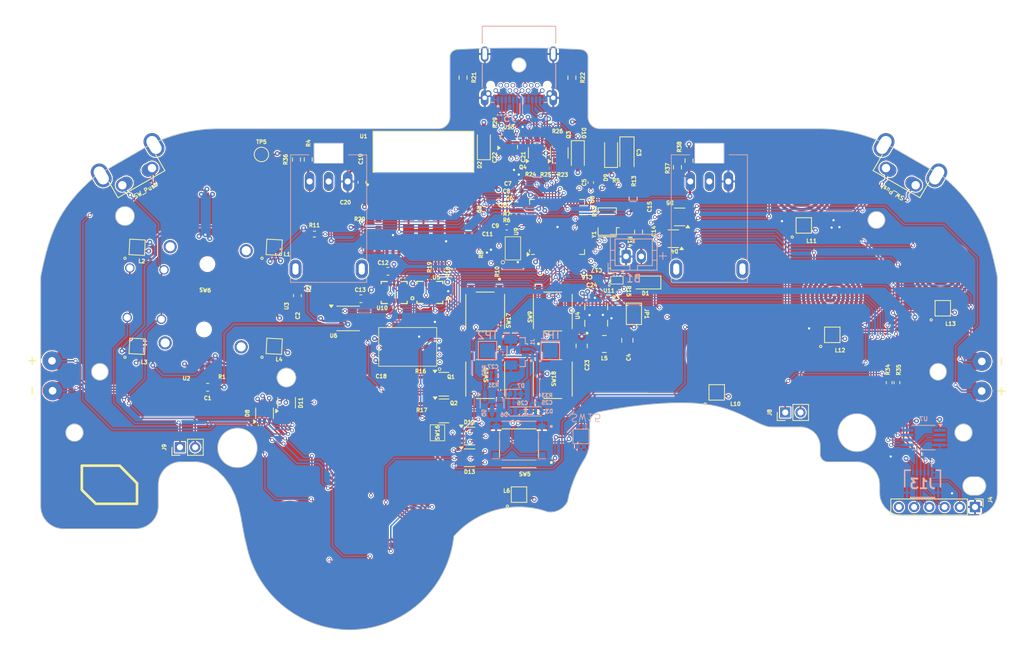
<source format=kicad_pcb>
(kicad_pcb (version 20240108) (generator "pcbnew") (generator_version "8.0")
  (layers (0 "F.Cu" signal) (1 "In1.Cu" signal) (2 "In2.Cu" signal) (31 "B.Cu" signal) (34 "B.Paste" user) (35 "F.Paste" user) (36 "B.SilkS" user "B.Silkscreen") (37 "F.SilkS" user "F.Silkscreen") (38 "B.Mask" user) (39 "F.Mask" user) (44 "Edge.Cuts" user))
  (net 0 "")
  (net 1 "GND")
  (net 2 "LX")
  (net 3 "LY")
  (net 4 "Net-(D4A-A)")
  (net 8 "RX")
  (net 17 "RY")
  (net 18 "+1V1")
  (net 19 "LRA+")
  (net 21 "BATTERY_POS")
  (net 24 "BAT_LVL")
  (net 28 "VBUS_SYS")
  (net 30 "USB_EN")
  (net 33 "BTN_PWR")
  (net 34 "Net-(D1-A)")
  (net 35 "D+")
  (net 36 "D-")
  (net 37 "SL_RGB")
  (net 38 "Net-(L1-DOUT)")
  (net 39 "LRA-")
  (net 40 "Net-(L2-DOUT)")
  (net 41 "Net-(L3-DOUT)")
  (net 42 "LRA_HI")
  (net 43 "Net-(Q1-B)")
  (net 44 "ESP_RTS")
  (net 45 "ESP_EN")
  (net 46 "Net-(Q2-B)")
  (net 47 "ESP_DTR")
  (net 48 "ESP_IO0")
  (net 50 "N_LATCH_3.3")
  (net 51 "N_LATCH")
  (net 53 "N_CLOCK_3.3")
  (net 54 "N_DATA_3.3")
  (net 55 "N_DATA")
  (net 56 "N_CLOCK")
  (net 57 "Net-(Q5-G)")
  (net 58 "Net-(U2-VOUT)")
  (net 59 "Net-(U3-VOUT)")
  (net 60 "RP_RUN")
  (net 61 "RP_USB+")
  (net 62 "Net-(U8-USB_DP)")
  (net 63 "RP_USB-")
  (net 64 "Net-(U8-USB_DM)")
  (net 65 "I2C_SCL")
  (net 66 "I2C_SDA")
  (net 67 "USB_BOOT")
  (net 68 "Net-(U9-{slash}CS)")
  (net 69 "RGB_OUT")
  (net 70 "Net-(R12-Pad1)")
  (net 71 "XTAL_OUT")
  (net 72 "ESP_IO15")
  (net 73 "ESP_CTS")
  (net 74 "ESP_IO13")
  (net 75 "SHARED_PU")
  (net 76 "USB_SEL")
  (net 77 "ESP_RX0")
  (net 78 "ESP_TX0")
  (net 79 "LADC_CS")
  (net 80 "SPI_TX")
  (net 81 "SPI_RX")
  (net 82 "SPI_CK")
  (net 83 "RADC_CS")
  (net 84 "XTAL_IN")
  (net 85 "/SWCLK")
  (net 86 "/SWD")
  (net 87 "IMU0_CS")
  (net 88 "ZL_ANALOG")
  (net 89 "ZR_ANALOG")
  (net 90 "SIO3")
  (net 91 "SCLK")
  (net 92 "SIO0")
  (net 93 "SIO2")
  (net 94 "SIO1")
  (net 99 "unconnected-(U11-{slash}INT-PadA1)")
  (net 100 "UART_USB+")
  (net 101 "UART_USB-")
  (net 102 "E")
  (net 103 "D")
  (net 104 "+5V_PRE")
  (net 105 "+3V3_PRE")
  (net 110 "IMU1_CS")
  (net 111 "Net-(D4B-A)")
  (net 112 "C")
  (net 113 "Net-(D4C-A)")
  (net 114 "VBUS")
  (net 115 "Net-(U4-L1)")
  (net 116 "Net-(U4-L2)")
  (net 117 "Net-(U4-EN)")
  (net 118 "CC1")
  (net 120 "CC2")
  (net 122 "Net-(D5B-A)")
  (net 123 "Net-(D5A-A)")
  (net 124 "PLAYER_RGB")
  (net 125 "ABXY_RGB")
  (net 126 "Net-(L10-DOUT)")
  (net 127 "Net-(L11-DOUT)")
  (net 128 "Net-(L12-DOUT)")
  (net 129 "NC")
  (net 130 "A")
  (net 131 "B")
  (net 132 "+3V3")
  (net 133 "F")
  (net 134 "RS_B_OUT")
  (net 135 "Net-(D5C-A)")
  (net 136 "Net-(D8C-A)")
  (net 137 "Net-(D8B-A)")
  (net 138 "Net-(D8A-A)")
  (net 139 "RS_B_IN")
  (net 140 "Net-(D11A-A)")
  (net 141 "Net-(D11B-A)")
  (net 142 "Net-(D11C-A)")
  (net 143 "Net-(D12C-A)")
  (net 144 "Net-(D12A-A)")
  (net 145 "Net-(D12B-A)")
  (net 146 "Net-(D13C-A)")
  (net 147 "Net-(D13A-A)")
  (net 148 "Net-(D13B-A)")
  (net 149 "H")
  (net 150 "G")
  (net 151 "I")
  (footprint "Resistor_SMD:R_0201_0603Metric" (layer "F.Cu") (at 219.0496 95.25 90)
    (property "Reference" "R30" (hide yes))
    (property "Value" "10k" (hide yes))
  )
  (footprint "Capacitor_SMD:C_0402_1005Metric" (layer "F.Cu") (at 230.4542 113.2078)
    (property "Reference" "C17")
    (property "Value" "10uF" (hide yes))
  )
  (footprint "Capacitor_SMD:C_0805_2012Metric" (layer "F.Cu") (at 232.7148 122.301 90)
    (property "Reference" "C4")
    (property "Value" "10uF")
  )
  (footprint "Resistor_SMD:R_0402_1005Metric" (layer "F.Cu") (at 268.1224 127.8636 90)
    (property "Reference" "R35")
    (property "Value" "0R")
  )
  (footprint "Resistor_SMD:R_0201_0603Metric" (layer "F.Cu") (at 178.1048 127.2032)
    (property "Reference" "R1")
    (property "Value" "1k" (hide yes))
  )
  (footprint "hhl:1TS026A-1000-0550" (layer "F.Cu") (at 207.7762 134.4486 90)
    (property "Reference" "SW16")
    (property "Value" "1TS026A-1000-0550" (hide yes))
  )
  (footprint "Resistor_SMD:R_0201_0603Metric" (layer "F.Cu") (at 213.3092 109.3724 90)
    (property "Reference" "R8")
    (property "Value" "1k" (hide yes))
  )
  (footprint "Resistor_SMD:R_0201_0603Metric" (layer "F.Cu") (at 230.5812 102.108 180)
    (property "Reference" "R5")
    (property "Value" "10k" (hide yes))
  )
  (footprint "Resistor_SMD:R_0603_1608Metric" (layer "F.Cu") (at 225.43 87.81 -90)
    (property "Reference" "R22")
    (property "Value" "5.1kohm")
  )
  (footprint "Resistor_SMD:R_0603_1608Metric" (layer "F.Cu") (at 240.8174 98.7044 90)
    (property "Reference" "R38")
    (property "Value" "75k" (hide yes))
  )
  (footprint "Connector_PinHeader_2.00mm:PinHeader_1x02_P2.00mm_Vertical" (layer "F.Cu") (at 253.4572 131.7752 90)
    (property "Reference" "J8")
    (property "Value" "Conn_01x02")
  )
  (footprint "Inductor_SMD:L_1008_2520Metric" (layer "F.Cu") (at 229.6922 122.7836 180)
    (property "Reference" "L5")
    (property "Value" "1.3A 2.2uH ±20% 80mΩ" (hide yes))
  )
  (footprint "hhl:GH39F" (layer "F.Cu") (at 177.333662 116.5844 -3)
    (property "Reference" "U3")
    (property "Value" "GH39F (Hall SOT23)" (hide yes))
  )
  (footprint "Resistor_SMD:R_0201_0603Metric" (layer "F.Cu") (at 218.1339 106.5669)
    (property "Reference" "R6")
    (property "Value" "27" (hide yes))
  )
  (footprint "hhl:ring_pad" (layer "F.Cu") (at 244.457313 124.14254 180)
    (property "Reference" "SW2" (hide yes))
    (property "Value" "SW_Push" (hide yes))
  )
  (footprint "Capacitor_SMD:C_0201_0603Metric" (layer "F.Cu") (at 234.7976 105.0798 90)
    (property "Reference" "C15")
    (property "Value" "100n" (hide yes))
  )
  (footprint "Resistor_SMD:R_0201_0603Metric" (layer "F.Cu") (at 228.4984 107.1372 -90)
    (property "Reference" "R12")
    (property "Value" "1k" (hide yes))
  )
  (footprint "hhl:LGA14" (layer "F.Cu") (at 202.0896 116.0272)
    (property "Reference" "U10")
    (property "Value" "ST_LSM6" (hide yes))
  )
  (footprint "Capacitor_SMD:C_0201_0603Metric" (layer "F.Cu") (at 215.2784 96.7378 -90)
    (property "Reference" "C22")
    (property "Value" "100n" (hide yes))
  )
  (footprint "hhl:ring_pad" (layer "F.Cu") (at 259.633657 116.5844 180)
    (property "Reference" "SW1" (hide yes))
    (property "Value" "SW_Push" (hide yes))
  )
  (footprint "Capacitor_SMD:C_0603_1608Metric" (layer "F.Cu") (at 201.2696 113.2332)
    (property "Reference" "C12")
    (property "Value" "100nF" (hide yes))
  )
  (footprint "Package_DFN_QFN:Texas_UQFN-10_1.5x2mm_P0.5mm" (layer "F.Cu") (at 217.158 96.2806 90)
    (property "Reference" "U13")
    (property "Value" "PI3USB4000A" (hide yes))
  )
  (footprint "hhl:ring_dpad" (layer "F.Cu") (at 196.233657 154.3444 90)
    (property "Reference" "SW11" (hide yes))
    (property "Value" "SW_Push" (hide yes))
  )
  (footprint "Package_TO_SOT_SMD:SOT-23" (layer "F.Cu") (at 208.6125 128.0668)
    (property "Reference" "Q1")
    (property "Value" "MMBT3904" (hide yes))
  )
  (footprint "hhl:ring_pad" (layer "F.Cu") (at 274.146617 113.094002 180)
    (property "Reference" "SW3" (hide yes))
    (property "Value" "SW_Push" (hide yes))
  )
  (footprint "hhl:HHL_Logo" (layer "F.Cu") (at 164.01127 141.71014)
    (property "Reference" "REF**" (hide yes))
    (property "Value" "HHL_Logo" (hide yes))
  )
  (footprint "Capacitor_SMD:C_0201_0603Metric" (layer "F.Cu") (at 215.825 108.55 180)
    (property "Reference" "C11")
    (property "Value" "100n")
  )
  (footprint "Capacitor_Tantalum_SMD:CP_EIA-3216-18_Kemet-A" (layer "F.Cu") (at 232.664 97.8916 -90)
    (property "Reference" "C3")
    (property "Value" "47uF 6.3v" (hide yes))
  )
  (footprint "Resistor_SMD:R_0603_1608Metric" (layer "F.Cu") (at 211.14 87.79 -90)
    (property "Reference" "R21")
    (property "Value" "5.1kohm")
  )
  (footprint "Resistor_SMD:R_0201_0603Metric" (layer "F.Cu") (at 213.2584 103.8352 -90)
    (property "Reference" "R9")
    (property "Value" "1k" (hide yes))
  )
  (footprint "Resistor_SMD:R_0402_1005Metric" (layer "F.Cu") (at 267.1064 127.8636 -90)
    (property "Reference" "R34")
    (property "Value" "0R")
  )
  (footprint "Resistor_SMD:R_0201_0603Metric" (layer "F.Cu") (at 229.87487 116.613394 180)
    (property "Reference" "R3")
    (property "Value" "100")
  )
  (footprint "hhl:SK6805-EC-15" (layer "F.Cu") (at 168.333662 110.0844 -3)
    (property "Reference" "L2")
    (property "Value" "SK6805-EC-15" (hide yes))
  )
  (footprint "Resistor_SMD:R_0201_0603Metric" (layer "F.Cu") (at 205.8924 130.6068 180)
    (property "Reference" "R17")
    (property "Value" "10k" (hide yes))
  )
  (footprint "Resistor_SMD:R_0603_1608Metric" (layer "F.Cu") (at 239.2934 99.568 -90)
    (property "Reference" "R37")
    (property "Value" "75k" (hide yes))
  )
  (footprint "Resistor_SMD:R_0201_0603Metric" (layer "F.Cu") (at 205.8924 127.1524)
    (property "Reference" "R16")
    (property "Value" "10k" (hide yes))
  )
  (footprint "hhl:GL18" (layer "F.Cu") (at 177.333662 116.5844 -3)
    (property "Reference" "SW6")
    (property "Value" "GL18_SW" (hide yes))
  )
  (footprint "hhl:ESSOP-10" (layer "F.Cu") (at 203.8672 123.1646 180)
    (property "Reference" "U12" (hide yes))
    (property "Value" "CH340K" (hide yes))
  )
  (footprint "Resistor_SMD:R_0201_0603Metric" (layer "F.Cu") (at 197.5612 107.442)
    (property "Reference" "R20")
    (property "Value" "10k" (hide yes))
  )
  (footprint "Capacitor_SMD:C_0402_1005Metric" (layer "F.Cu") (at 218.3384 102.6668 180)
    (property "Reference" "C8")
    (property "Value" "1u" (hide yes))
  )
  (footprint "Capacitor_SMD:C_0201_0603Metric" (layer "F.Cu") (at 219.0496 96.7232 -90)
    (property "Reference" "C21")
    (property "Value" "1u" (hide yes))
  )
  (footprint "hhl:SK6805-EC-15" (layer "F.Cu") (at 186.333662 110.0844 -3)
    (property "Reference" "L1")
    (property "Value" "SK6805-EC-15" (hide yes))
  )
  (footprint "hhl:ring_dpad" (layer "F.Cu") (at 204.083657 146.4944 180)
    (property "Reference" "SW13" (hide yes))
    (property "Value" "SW_Push" (hide yes))
  )
  (footprint "hhl:SK6805-EC-15" (layer "F.Cu") (at 259.633657 121.5844)
    (property "Reference" "L12")
    (property "Value" "SK6805-EC-15" (hide yes))
  )
  (footprint "Resistor_SMD:R_0201_0603Metric" (layer "F.Cu") (at 221.8436 99.7204 180)
    (property "Reference" "R25")
    (property "Value" "1k" (hide yes))
  )
  (footprint "hhl:DSBGA" (layer "F.Cu") (at 231.3432 114.4016 90)
    (property "Reference" "U11")
    (property "Value" "BQ25180" (hide yes))
  )
  (footprint "Capacitor_SMD:C_0402_1005Metric" (layer "F.Cu") (at 227.9142 101.5746 -90)
    (property "Reference" "C5")
    (property "Value" "100n" (hide yes))
  )
  (footprint "Resistor_SMD:R_0603_1608Metric" (layer "F.Cu") (at 189.2554 98.552 90)
    (property "Reference" "R36")
    (property "Value" "75k")
  )
  (footprint "Capacitor_SMD:C_0805_2012Metric" (layer "F.Cu") (at 226.7204 123.0376 -90)
    (property "Reference" "C23")
    (property "Value" "10uF")
  )
  (footprint "Resistor_SMD:R_0402_1005Metric" (layer "F.Cu") (at 191.6176 108.3564)
    (property "Reference" "R11")
    (property "Value" "330" (hide yes))
  )
  (footprint "Resistor_SMD:R_0603_1608Metric" (layer "F.Cu") (at 190.8048 98.552 -90)
    (property "Reference" "R4")
    (property "Value" "75k")
  )
  (footprint "Resistor_SMD:R_0201_0603Metric" (layer "F.Cu") (at 208.3816 112.5728 -90)
    (property "Reference" "R18")
    (property "Value" "0" (hide yes))
  )
  (footprint "Resistor_SMD:R_0201_0603Metric" (layer "F.Cu") (at 215.2784 95.2646 -90)
    (property "Reference" "R29")
    (property "Value" "10k" (hide yes))
  )
  (footprint "hhl:Z_Switch_Edge_Omron" (layer "F.Cu") (at 168.332214 100.8094 30)
    (property "Reference" "SW7" (hide yes))
    (property "Value" "SW_Push")
  )
  (footprint "hhl:Z_Switch_Edge_Omron" (layer "F.Cu") (at 268.6351 100.8094 -30)
    (property "Reference" "SW8" (hide yes))
    (property "Value" "SW_Push")
  )
  (footprint "hhl:TS-1187A-C-E-B" (layer "F.Cu") (at 214.046157 118.5164 -90)
    (property "Reference" "SW17")
    (property "Value" "SW_TS-1187A" (hide yes))
  )
  (footprint "Capacitor_SMD:C_0201_0603Metric" (layer "F.Cu") (at 218.4908 103.5812 180)
    (property "Reference" "C6")
    (property "Value" "100n" (hide yes))
  )
  (footprint "Resistor_SMD:R_0201_0603Metric" (layer "F.Cu") (at 207.518 112.588 90)
    (property "Reference" "R19")
    (property "Value" "0" (hide yes))
  )
  (footprint "Capacitor_SMD:C_0603_1608Metric" (layer "F.Cu") (at 197.7136 116.84)
    (property "Reference" "C13")
    (property "Value" "100nF" (hide yes))
  )
  (footprint "Resistor_SMD:R_0201_0603Metric" (layer "F.Cu") (at 224.1296 99.7204)
    (property "Reference" "R23")
    (property "Value" "1k" (hide yes))
  )
  (footprint "Resistor_SMD:R_0201_0603Metric" (layer "F.Cu") (at 221.5388 95.3008 -90)
    (property "Reference" "R28" (hide yes))
    (property "Value" "1k" (hide yes))
  )
  (footprint "Resistor_SMD:R_0201_0603Metric" (layer "F.Cu") (at 215.5952 111.7346 90)
    (property "Reference" "R10")
    (property "Value" "1k" (hide yes))
  )
  (footprint "Package_TO_SOT_SMD:SOT-363_SC-70-6" (layer "F.Cu") (at 211.9884 137.7309)
    (property "Reference" "D13")
    (property "Value" "BAS16VY,115" (hide yes))
  )
  (footprint "Package_DFN_QFN:QFN-56-1EP_7x7mm_P0.4mm_EP3.2x3.2mm" (layer "F.Cu") (at 223.4848 107.4081 90)
    (property "Reference" "U8")
    (property "Value" "RP2040" (hide yes))
  )
  (footprint "hhl:SK6805-EC-15" (layer "F.Cu") (at 274.146617 118.094002)
    (property "Reference" "L13")
    (property "Value" "SK6805-EC-15" (hide yes))
  )
  (footprint "Resistor_SMD:R_0201_0603Metric" (layer "F.Cu") (at 218.1339 105.8557)
    (property "Reference" "R7")
    (property "Value" "27" (hide yes))
  )
  (footprint "Resistor_SMD:R_0201_0603Metric" (layer "F.Cu") (at 223.3168 95.6564)
    (property "Reference" "R26")
    (property "Value" "1k" (hide yes))
  )
  (footprint "hhl:SK6805-EC-15" (layer "F.Cu") (at 186.333662 123.0844 -3)
    (property "Reference" "L4")
    (property "Value" "SK6805-EC-15" (hide yes))
  )
  (footprint "Connector_PinHeader_2.00mm:PinHeader_1x06_P2.00mm_Vertical" (layer "F.Cu") (at 278.3802 144.1958 -90)
    (property "Reference" "J4")
    (property "Value" "Conn_01x06_Pin" (hide yes))
  )
  (footprint "Resistor_SMD:R_0603_1608Metric" (layer "F.Cu") (at 234.188 108.0516 -90)
    (property "Reference" "R14")
    (property "Value" "75k" (hide yes))
  )
  (footprint "Diode_SMD:D_SOD-323_HandSoldering" (layer "F.Cu") (at 213.868 96.5708 90)
    (property "Reference" "D2")
    (property "Value" "CUS08F30" (hide yes))
  )
  (footprint "Package_TO_SOT_SMD:SOT-363_SC-70-6" (layer "F.Cu") (at 185.0644 131.892 90)
    (property "Reference" "D8")
    (property "Value" "BAS16VY,115" (hide yes))
  )
  (footprint "Jumper:SolderJumper-2_P1.3mm_Open_Pad1.0x1.5mm" (layer "F.Cu") (at 233.5784 118.8212 -90)
    (property "Reference" "JP1")
    (property "Value" "SolderJumper_2_Open")
  )
  (footprint "hhl:ring_dpad" (layer "F.Cu") (at 188.383657 146.4944)
    (property "Reference" "SW12" (hide yes))
    (property "Value" "SW_Push" (hide yes))
  )
  (footprint "Capacitor_SMD:C_0402_1005Metric" (layer "F.Cu") (at 218.2596 104.4956)
    (property "Reference" "C10")
    (property "Value" "100n" (hide yes))
  )
  (footprint "Connector_PinHeader_2.00mm:PinHeader_1x02_P2.00mm_Vertical" (layer "F.Cu") (at 173.9552 136.3472 90)
    (property "Reference" "J9")
    (property "Value" "Conn_01x02" (hide yes))
  )
  (footprint "Package_SO:MSOP-8_3x3mm_P0.65mm" (layer "F.Cu") (at 196.0372 119.4308)
    (property "Reference" "U6")
    (property "Value" "MCP3002" (hide yes))
  )
  (footprint "Capacitor_SMD:C_0201_0603Metric" (layer "F.Cu") (at 228.9556 114.1984 180)
    (property "Reference" "C16")
    (property "Value" "1u" (hide yes))
  )
  (footprint "Capacitor_SMD:C_0201_0603Metric" (layer "F.Cu") (at 200.6854 126.1618 180)
    (property "Reference" "C18")
    (property "Value" "100n" (hide yes))
  )
  (footprint "Resistor_SMD:R_0201_0603Metric" (layer "F.Cu") (at 220.3704 99.7204 180)
    (property "Reference" "R24")
    (property "Value" "1k" (hide yes))
  )
  (footprint "Package_TO_SOT_SMD:SOT-363_SC-70-6" (layer "F.Cu") (at 239.5778 106.0958 180)
    (property "Reference" "D5")
    (property "Value" "BAS16VY,115" (hide yes))
  )
  (footprint "hhl:TS-1187A-C-E-B" (layer "F.Cu") (at 218.483657 136.4788 180)
    (property "Reference" "SW5")
    (property "Value" "SW_TS-1187A")
  )
  (footprint "Resistor_SMD:R_0201_0603Metric" (layer "F.Cu") (at 188.1124 115.7732 90)
    (property "Reference" "R2")
    (property "Value" "1k" (hide yes))
  )
  (footprint "Crystal:Resonator_SMD_Murata_CSTxExxV-3Pin_3.0x1.1mm" (layer "F.Cu") (at 230.0732 106.7054 90)
    (property "Reference" "Y1")
    (property "Value" "Crystal_GND3")
  )
  (footprint "Package_TO_SOT_SMD:SOT-363_SC-70-6" (layer "F.Cu") (at 211.9884 134.871)
    (property "Reference" "D12")
    (property "Value" "BAS16VY,115" (hide yes))
  )
  (footprint "Capacitor_SMD:C_0603_1608Metric_Pad1.08x0.95mm_HandSolder" (layer "F.Cu") (at 177.5968 128.4732)
    (property "Reference" "C1")
    (property "Value" ".047u" (hide yes))
  )
  (footprint "hhl:GH39F" (layer "F.Cu") (at 177.333662 116.5844 -93)
    (property "Reference" "U2")
    (property "Value" "GH39F (Hall SOT23)" (hide yes))
  )
  (footprint "hhl:TS-1187A-C-E-B" (layer "F.Cu") (at 222.921157 127.3914 90)
    (property "Reference" "SW18")
    (property "Value" "SW_TS-1187A")
  )
  (footprint "Capacitor_SMD:C_0402_1005Metric" (layer "F.Cu") (at 218.5416 101.6508 180)
    (property "Reference" "C7")
    (property "Value" "100n" (hide yes))
  )
  (footprint "hhl:ring_pad" (layer "F.Cu") (at 255.891532 102.212626 180)
    (property "Reference" "SW4" (hide yes))
    (property "Value" "SW_Push" (hide yes))
  )
  (footprint "hhl:SK6805-EC-15" (layer "F.Cu") (at 244.457313 129.14254)
    (property "Reference" "L10")
    (property "Value" "SK6805-EC-15" (hide yes))
  )
  (footprint "Capacitor_SMD:C_0603_1608Metric" (layer "F.Cu") (at 197.866 101.5492 90)
    (property "Reference" "C19")
    (property "Value" "10uF/10V (20%)" (hide yes))
  )
  (footprint "Resistor_SMD:R_0201_0603Metric" (layer "F.Cu") (at 219.8624 95.25 -90)
    (property "Reference" "R27" (hide yes))
    (property "Value" "1k" (hide yes))
  )
  (footprint "Capacitor_SMD:C_0201_0603Metric" (layer "F.Cu") (at 197.866 103.4796)
    (property "Reference" "C20")
    (property "Value" "100n" (hide yes))
  )
  (footprint "Diode_SMD:D_SOD-323_HandSoldering" (layer "F.Cu") (at 226.2124 98.0948 -90)
    (property "Reference" "D10")
    (property "Value" "CUS08F30" (hide yes))
  )
  (footprint "TestPoint:TestPoint_Pad_D1.5mm" (layer "F.Cu") (at 184.658 97.8916)
    (property "Reference" "TP5")
    (property "Value" "TestPoint")
  )
  (footprint "Capacitor_SMD:C_0603_1608Metric_Pad1.08x0.95mm_HandSolder" (layer "F.Cu") (at 189.3824 116.4336 90)
    (property "Reference" "C2")
    (property "Value" ".047u" (hide yes))
  )
  (footprint "hhl:TS-1187A-C-E-B" (layer "F.Cu") (at 214.046157 127.3914 -90)
    (property "Reference" "SW19")
    (property "Value" "SW_TS-1187A")
  )
  (footprint "Package_TO_SOT_SMD:SOT-363_SC-70-6" (layer "F.Cu") (at 187.96 130.5052 90)
    (property "Reference" "D11")
    (property "Value" "BAS16VY,115" (hide yes))
  )
  (footprint "hhl:ring_dpad" (layer "F.Cu") (at 196.233657 138.6444 -90)
    (property "Reference" "SW10" (hide yes))
    (property "Value" "SW_Push")
  )
  (footprint "Package_TO_SOT_SMD:SOT-23" (layer "F.Cu") (at 208.6356 131.572)
    (property "Reference" "Q2")
    (property "Value" "MMBT3904" (hide yes))
  )
  (footprint "hhl:MODULE_ESP32-PICO-MINI-02" (layer "F.Cu") (at 205.936 105.8548)
    (property "Reference" "U1")
    (property "Value" "ESP32-PICO-MINI-02" (hide yes))
  )
  (footprint "Capacitor_SMD:C_0201_0603Metric" (layer "F.Cu") (at 228.751576 115.848352)
    (property "Reference" "C24")
    (property "Value" "100n")
  )
  (footprint "Resistor_SMD:R_0603_1608Metric" (layer "F.Cu") (at 233.4768 103.7082 -90)
    (property "Reference" "R13")
    (property "Value" "75k" (hide yes))
  )
  (footprint "Capacitor_SMD:C_0201_0603Metric" (layer "F.Cu") (at 235.3564 108.458 -90)
    (property "Reference" "C14")
    (property "Value" "1u" (hide yes))
  )
  (footprint "hhl:SK6805-EC-15" (layer "F.Cu") (at 255.891532 107.212626)
    (property "Reference" "L11")
    (property "Value" "SK6805-EC-15" (hide yes))
  )
  (footprint "Capacitor_SMD:C_0402_1005Metric" (layer "F.Cu") (at 216.87 107.45)
    (property "Reference" "C9")
    (property "Value" "100n" (hide yes))
  )
  (footprint "Resistor_SMD:R_0201_0603Metric" (layer "F.Cu") (at 232.6132 114.2492 90)
    (property "Reference" "R15")
    (property "Value" "10k" (hide yes))
  )
  (footprint "hhl:LGA14" (layer "F.Cu") (at 206.7804 116.0138)
    (property "Reference" "U5")
    (property "Value" "ST_LSM6" (hide yes))
  )
  (footprint "hhl:VREG_V62_16624-01YE" (layer "F.Cu") (at 228.6254 118.9736 90)
    (property "Reference" "U4")
    (property "Value" "TPS630001RCR")
  )
  (footprint "hhl:rumble_pins" (layer "F.Cu") (at 278.9003 128.1684 180)
    (property "Reference" "J3" (hide yes))
    (property "Value" "RT" (hide yes))
  )
  (footprint "Package_TO_SOT_SMD:SOT-363_SC-70-6" (layer "F.Cu") (at 220.8784 97.6884 90)
    (property "Reference" "Q4")
    (property "Value" "BSS138DW" (hide yes))
  )
  (footprint "hhl:rumble_pins" (layer "F.Cu") (at 157.5225 125.7912)
    (property "Reference" "J2" (hide yes))
    (property "Value" "LT" (hide yes))
  )
  (footprint "hhl:TS-1187A-C-E-B" (layer "F.Cu") (at 222.921157 118.5164 90)
    (property "Reference" "SW9")
    (property "Value" "SW_TS-1187A")
  )
  (footprint "hhl:SK6805-EC-15" (layer "F.Cu") (at 168.333662 123.0844 -3)
    (property "Reference" "L3")
    (property "Value" "SK6805-EC-15" (hide yes))
  )
  (footprint "Diode_SMD:D_SOD-323_HandSoldering" (layer "F.Cu") (at 230.5812 97.5868 90)
    (property "Reference" "D9")
    (property "Value" "CUS08F30" (hide yes))
  )
  (footprint "Package_TO_SOT_SMD:SOT-363_SC-70-6" (layer "F.Cu") (at 223.774 97.6884 90)
    (property "Reference" "Q3")
    (property "Value" "BSS138DW" (hide yes))
  )
  (footprint "Package_TO_SOT_SMD:SOT-363_SC-70-6" (layer "F.Cu") (at 238.76 108.9556 180)
    (property "Reference" "D4")
    (property "Value" "BAS16VY,115" (hide yes))
  )
  (footprint "hhl:SK6805-EC-15" (layer "F.Cu") (at 218.483657 142.5636)
    (property "Reference" "L6")
    (property "Value" "SK6805-EC-15" (hide yes))
  )
  (footprint "Diode_SMD:D_SOD-323_HandSoldering" (layer "F.Cu") (at 235.1024 114.7064 180)
    (property "Reference" "D1")
    (property "Value" "CUS08F30" (hide yes))
  )
  (footprint "hhl:USON-8-EP(2x3)" (layer "F.Cu") (at 217.689993 110.224008 90)
    (property "Reference" "U9")
    (property "Value" "GD25Q80EEIGR" (hide yes))
  )
  (footprint "hhl:TS-1187A-C-E-B" (layer "B.Cu") (at 218.483657 135.4844 180)
    (property "Reference" "SW14" (hide yes))
    (property "Value" "SW_TS-1187A")
  )
  (footprint "Capacitor_SMD:C_0201_0603Metric" (layer "B.Cu") (at 217.4646 130.5029)
    (property "Reference" "C26")
    (property "Value" "1u")
  )
  (footprint "Resistor_SMD:R_0201_0603Metric" (layer "B.Cu") (at 220.5838 129.4892)
    (property "Reference" "R33")
    (property "Value" "0R" (hide yes))
  )
  (footprint "Capacitor_SMD:C_0201_0603Metric" (layer "B.Cu") (at 215.1278 126.5151)
    (property "Reference" "C27")
    (property "Value" "100nF" (hide yes))
  )
  (footprint "TestPoint:TestPoint_Pad_2.0x2.0mm" (layer "B.Cu") (at 222.6056 123.6218 180)
    (property "Reference" "TP1")
    (property "Value" "TestPoint")
  )
  (footprint "hhl:1TS026A-1000-0550" (layer "B.Cu") (at 226.6252 134.9206)
    (property "Reference" "SW15")
    (property "Value" "1TS026A-1000-0550")
  )
  (footprint "Package_TO_SOT_SMD:SOT-23" (layer "B.Cu") (at 214.95 130.5791 -90)
    (property "Reference" "Q5")
    (property "Value" "Q_NMOS_GSD" (hide yes))
  )
  (footprint "Diode_SMD:D_SOD-523" (layer "B.Cu") (at 220.6954 131.635)
    (property "Reference" "D3")
    (property "Value" "M7C" (hide yes))
  )
  (footprint "hhl:5034800640" (layer "B.Cu") (at 271.490173 141.15658 180)
    (property "Reference" "J13")
    (property "Value" "503480-0640" (hide yes))
  )
  (footprint "hhl:GCC_Slider" (layer "B.Cu") (at 243.483657 101.4344 180)
    (property "Reference" "RV2" (hide yes))
    (property "Value" "Slider_GCC-Gamecube_MB" (hide yes))
  )
  (footprint "TestPoint:TestPoint_Pad_2.0x2.0mm" (layer "B.Cu") (at 214.3506 123.6472 180)
    (property "Reference" "TP2")
    (property "Value" "TestPoint")
  )
  (footprint "Diode_SMD:D_SOD-523" (layer "B.Cu") (at 218.0234 129.3345)
    (property "Reference" "D7")
    (property "Value" "M7C" (hide yes))
  )
  (footprint "Resistor_SMD:R_0201_0603Metric" (layer "B.Cu") (at 215.1278 127.4041 180)
    (property "Reference" "R31")
    (property "Value" "10k" (hide yes))
  )
  (footprint "hhl:JST_SM02B-SURS-TF_LF__SN_" (layer "B.Cu") (at 219.3626 123.8504 90)
    (property "Reference" "J1")
    (property "Value" "SM02B-SURS-TF_LF__SN_" (hide yes))
  )
  (footprint "Resistor_SMD:R_0201_0603Metric" (layer "B.Cu") (at 213.9848 127.7597 -90)
    (property "Reference" "R32")
    (property "Value" "100R" (hide yes))
  )
  (footprint "Capacitor_SMD:C_0201_0603Metric" (layer "B.Cu") (at 220.5278 130.492 180)
    (property "Reference" "C25")
    (property "Value" "1u")
  )
  (footprint "Connector_JST:JST_PH_B2B-PH-K_1x02_P2.00mm_Vertical" (layer "B.Cu") (at 232.547596 111.285471)
    (property "Reference" "B1")
    (property "Value" "Battery")
  )
  (footprint "Diode_SMD:D_SOD-523" (layer "B.Cu") (at 218.0132 131.6482 180)
    (property "Reference" "D6")
    (property "Value" "M7C" (hide yes))
  )
  (footprint "hhl:CUI_UJ31-CH-G1-SMT-TR" (layer "B.Cu") (at 215.733635 90.7094)
    (property "Reference" "J5")
    (property "Value" "UJ31-CH-G1-SMT-TR" (hide yes))
    (fp_line (start -2.05 -0.055) (end -2.05 -0.805) (stroke (width 0.01)) (layer "Edge.Cuts"))
    (fp_line (start -1.75 -1.055) (end -1.3 -1.055) (stroke (width 0.01)) (layer "Edge.Cuts"))
    (fp_line (start -1.45 -0.555) (end -1.45 -0.055) (stroke (width 0.01)) (layer "Edge.Cuts"))
    (fp_line (start -1.3 -0.555) (end -1.45 -0.555) (stroke (width 0.01)) (layer "Edge.Cuts"))
    (fp_line (start 6.8 -1.055) (end 7.25 -1.055) (stroke (width 0.01)) (layer "Edge.Cuts"))
    (fp_line (start 6.95 -0.555) (end 6.8 -0.555) (stroke (width 0.01)) (layer "Edge.Cuts"))
    (fp_line (start 6.95 -0.055) (end 6.95 -0.555) (stroke (width 0.01)) (layer "Edge.Cuts"))
    (fp_line (start 7.55 -0.805) (end 7.55 -0.055) (stroke (width 0.01)) (layer "Edge.Cuts"))
    (fp_arc (start -2.05 -0.805) (mid -1.951777 -0.992132) (end -1.75 -1.055) (stroke (width 0.01)) (layer "Edge.Cuts"))
    (fp_arc (start -1.45 -0.055) (mid -1.75 0.245) (end -2.05 -0.055) (stroke (width 0.01)) (layer "Edge.Cuts"))
    (fp_arc (start -1.3 -1.055) (mid -1.05 -0.805) (end -1.3 -0.555) (stroke (width 0.01)) (layer "Edge.Cuts"))
    (fp_arc (start 6.8 -0.555) (mid 6.55 -0.805) (end 6.8 -1.055) (stroke (width 0.01)) (layer "Edge.Cuts"))
    (fp_arc (start 7.25 -1.055) (mid 7.451777 -0.992132) (end 7.55 -0.805) (stroke (width 0.01)) (layer "Edge.Cuts"))
    (fp_arc (start 7.55 -0.055) (mid 7.25 0.245) (end 6.95 -0.055) (stroke (width 0.01)) (layer "Edge.Cuts"))
  )
  (footprint "Package_SO:MSOP-8_3x3mm_P0.65mm" (layer "B.Cu") (at 271.6276 135.0772 180)
    (property "Reference" "U7")
    (property "Value" "MCP3002" (hide yes))
  )
  (footprint "hhl:GCC_Slider" (layer "B.Cu") (at 193.483657 101.4344 180)
    (property "Reference" "RV1" (hide yes))
    (property "Value" "Slider_GCC-Gamecube_MB" (hide yes))
  )
  (gr_curve (pts (xy 210.98524 84.058545) (xy 210.766829 84.070956) (xy 210.550668 84.084038) (xy 210.336346 84.09788)) (stroke (width 0.1)) (layer "Edge.Cuts"))
  (gr_curve (pts (xy 228.450425 131.941646) (xy 228.287869 132.049934) (xy 228.148018 132.188938) (xy 228.038744 132.350833)) (stroke (width 0.1)) (layer "Edge.Cuts"))
  (gr_arc (start 281.321867 142.31648) (mid 280.443187 144.4378) (end 278.321867 145.31648) (stroke (width 0.1)) (layer "Edge.Cuts"))
  (gr_arc (start 268.84115 145.31648) (mid 266.719829 144.437801) (end 265.84115 142.31648) (stroke (width 0.1)) (layer "Edge.Cuts"))
  (gr_arc (start 224.868706 143.478091) (mid 223.783102 144.589427) (end 222.251397 144.849207) (stroke (width 0.1)) (layer "Edge.Cuts"))
  (gr_curve (pts (xy 209.475667 84.71615) (xy 209.525103 84.595685) (xy 209.597596 84.486027) (xy 209.689065 84.393349)) (stroke (width 0.1)) (layer "Edge.Cuts"))
  (gr_curve (pts (xy 209.985538 84.186097) (xy 210.096137 84.135611) (xy 210.215021 84.105716) (xy 210.336346 84.09788)) (stroke (width 0.1)) (layer "Edge.Cuts"))
  (gr_circle (center 218.483657 86.139125) (end 217.558657 86.139125) (stroke (width 0.1)) (fill none) (layer "Edge.Cuts"))
  (gr_curve (pts (xy 218.483657 83.889125) (xy 219.717579 83.889125) (xy 220.962698 83.896331) (xy 222.195368 83.920253)) (stroke (width 0.1)) (layer "Edge.Cuts"))
  (gr_line (start 227.566517 92.997189) (end 227.566517 85.095801) (stroke (width 0.1)) (layer "Edge.Cuts"))
  (gr_line (start 257.94167 94.497189) (end 229.066517 94.497189) (stroke (width 0.1)) (layer "Edge.Cuts"))
  (gr_curve (pts (xy 277.698333 104.472377) (xy 278.579232 105.662138) (xy 279.11995 106.707329) (xy 279.504817 107.586835)) (stroke (width 0.1)) (layer "Edge.Cuts"))
  (gr_curve (pts (xy 228.038744 132.350833) (xy 227.955551 132.474088) (xy 227.891147 132.609031) (xy 227.847648 132.751231)) (stroke (width 0.1)) (layer "Edge.Cuts"))
  (gr_curve (pts (xy 181.179744 142.700619) (xy 180.817555 141.913749) (xy 180.682721 141.658293) (xy 180.53702 141.408821)) (stroke (width 0.1)) (layer "Edge.Cuts"))
  (gr_curve (pts (xy 177.575211 138.627852) (xy 176.905597 138.385261) (xy 176.683248 138.328324) (xy 176.027148 138.270923)) (stroke (width 0.1)) (layer "Edge.Cuts"))
  (gr_curve (pts (xy 182.699386 149.27362) (xy 182.72687 149.408449) (xy 182.757148 149.546503) (xy 182.790585 149.687817)) (stroke (width 0.1)) (layer "Edge.Cuts"))
  (gr_line (start 158.645447 147.06648) (end 168.126164 147.06648) (stroke (width 0.1)) (layer "Edge.Cuts"))
  (gr_arc (start 277.983657 142.63763) (mid 276.780427 141.4344) (end 277.983657 140.23117) (stroke (width 0.1)) (layer "Edge.Cuts"))
  (gr_curve (pts (xy 226.904305 138.215947) (xy 226.941754 138.154398) (xy 226.979619 138.093104) (xy 227.017898 138.03207)) (stroke (width 0.1)) (layer "Edge.Cuts"))
  (gr_curve (pts (xy 218.746843 144.205999) (xy 218.660073 144.20398) (xy 218.573326 144.20296) (xy 218.48662 144.202937)) (stroke (width 0.1)) (layer "Edge.Cuts"))
  (gr_line (start 277.983657 140.23117) (end 278.583657 140.23117) (stroke (width 0.1)) (layer "Edge.Cuts"))
  (gr_line (start 274.119567 100.731685) (end 267.916864 97.162383) (stroke (width 0.1)) (layer "Edge.Cuts"))
  (gr_line (start 207.900797 94.497189) (end 179.025644 94.497189) (stroke (width 0.1)) (layer "Edge.Cuts"))
  (gr_curve (pts (xy 183.592474 152.072652) (xy 183.753899 152.438227) (xy 183.93105 152.796559) (xy 184.123479 153.146811)) (stroke (width 0.1)) (layer "Edge.Cuts"))
  (gr_arc (start 209.400797 92.997189) (mid 208.961458 94.05785) (end 207.900797 94.497189) (stroke (width 0.1)) (layer "Edge.Cuts"))
  (gr_line (start 191.583657 99.0344) (end 191.583657 96.4344) (stroke (width 0.1)) (layer "Edge.Cuts"))
  (gr_line (start 251.641099 133.700615) (end 255.464183 133.700615) (stroke (width 0.1)) (layer "Edge.Cuts"))
  (gr_curve (pts (xy 214.350983 144.966617) (xy 213.046308 145.472242) (xy 211.84653 146.215857) (xy 210.812979 147.159782)) (stroke (width 0.1)) (layer "Edge.Cuts"))
  (gr_line (start 278.583657 142.63763) (end 277.983657 142.63763) (stroke (width 0.1)) (layer "Edge.Cuts"))
  (gr_curve (pts (xy 182.19411 146.945036) (xy 182.039961 146.076155) (xy 181.988599 145.787386) (xy 181.935863 145.499471)) (stroke (width 0.1)) (layer "Edge.Cuts"))
  (gr_arc (start 257.94167 94.497189) (mid 263.104222 95.174972) (end 267.916864 97.162383) (stroke (width 0.1)) (layer "Edge.Cuts"))
  (gr_curve (pts (xy 218.48662 144.202937) (xy 217.072892 144.19661) (xy 215.67029 144.455321) (xy 214.350983 144.966617)) (stroke (width 0.1)) (layer "Edge.Cuts"))
  (gr_curve (pts (xy 237.399724 130.596286) (xy 239.856103 130.452836) (xy 242.3811 130.487536) (xy 244.585609 130.996282)) (stroke (width 0.1)) (layer "Edge.Cuts"))
  (gr_curve (pts (xy 195.095996 160.287545) (xy 196.868072 160.43652) (xy 198.651799 160.240972) (xy 200.349124 159.711751)) (stroke (width 0.1)) (layer "Edge.Cuts"))
  (gr_curve (pts (xy 210.812979 147.159782) (xy 210.612051 147.343286) (xy 210.418107 147.533721) (xy 210.231462 147.730657)) (stroke (width 0.1)) (layer "Edge.Cuts"))
  (gr_curve (pts (xy 227.782036 135.375479) (xy 227.782036 135.843037) (xy 227.716453 136.308292) (xy 227.587206 136.757631)) (stroke (width 0.1)) (layer "Edge.Cuts"))
  (gr_line (start 171.126164 144.06648) (end 171.126164 141.270923) (stroke (width 0.1)) (layer "Edge.Cuts"))
  (gr_curve (pts (xy 222.195368 83.920253) (xy 223.460546 83.944805) (xy 224.724913 83.987106) (xy 225.982074 84.058545)) (stroke (width 0.1)) (layer "Edge.Cuts"))
  (gr_curve (pts (xy 228.986631 131.71939) (xy 231.661586 131.182071) (xy 234.493589 130.766002) (xy 237.399724 130.596286)) (stroke (width 0.1)) (layer "Edge.Cuts"))
  (gr_arc (start 169.05045 97.162383) (mid 173.863092 95.17497) (end 179.025644 94.497189) (stroke (width 0.1)) (layer "Edge.Cuts"))
  (gr_arc (start 259.039183 138.270923) (mid 258.332077 137.978029) (end 258.039183 137.270923) (stroke (width 0.1)) (layer "Edge.Cuts"))
  (gr_circle (center 181.503131 136.425615) (end 178.928131 136.425615) (stroke (width 0.1)) (fill none) (layer "Edge.Cuts"))
  (gr_line (start 174.126164 138.270923) (end 176.027148 138.270923) (stroke (width 0.1)) (layer "Edge.Cuts"))
  (gr_curve (pts (xy 180.53702 141.408821) (xy 180.048417 140.697589) (xy 179.872384 140.471314) (xy 179.687188 140.254247)) (stroke (width 0.1)) (layer "Edge.Cuts"))
  (gr_curve (pts (xy 222.251397 144.849207) (xy 221.12603 144.451387) (xy 219.943303 144.233847) (xy 218.746843 144.205999)) (stroke (width 0.1)) (layer "Edge.Cuts"))
  (gr_curve (pts (xy 224.868706 143.478091) (xy 225.234749 141.623158) (xy 225.921444 139.831345) (xy 226.904305 138.215947)) (stroke (width 0.1)) (layer "Edge.Cuts"))
  (gr_arc (start 171.126164 141.270923) (mid 172.004836 139.14959) (end 174.126164 138.270923) (stroke (width 0.1)) (layer "Edge.Cuts"))
  (gr_curve (pts (xy 225.982074 84.058545) (xy 226.200485 84.070956) (xy 226.416646 84.084038) (xy 226.630968 84.09788)) (stroke (width 0.1)) (layer "Edge.Cuts"))
  (gr_line (start 155.645447 113.9708) (end 155.645447 144.06648) (stroke (width 0.1)) (layer "Edge.Cuts"))
  (gr_curve (pts (xy 248.977801 132.718489) (xy 250.092166 133.286956) (xy 250.976537 133.700615) (xy 251.641099 133.700615)) (stroke (width 0.1)) (layer "Edge.Cuts"))
  (gr_curve (pts (xy 155.645447 113.9708) (xy 156.236131 111.000497) (xy 156.854323 108.698265) (xy 157.898092 106.668915)) (stroke (width 0.1)) (layer "Edge.Cuts"))
  (gr_curve (pts (xy 209.900259 148.421163) (xy 209.918425 148.288315) (xy 209.936591 148.155467) (xy 209.954757 148.022619)) (stroke (width 0.1)) (layer "Edge.Cuts"))
  (gr_curve (pts (xy 228.986631 131.71939) (xy 228.795134 131.757856) (xy 228.612981 131.833358) (xy 228.450425 131.941646)) (stroke (width 0.1)) (layer "Edge.Cuts"))
  (gr_circle (center 163.433657 126.4344) (end 164.51966 126.4344) (stroke (width 0.1)) (fill none) (layer "Edge.Cuts"))
  (gr_curve (pts (xy 178.675042 139.303544) (xy 178.02049 138.864176) (xy 177.79859 138.737898) (xy 177.575211 138.627852)) (stroke (width 0.1)) (layer "Edge.Cuts"))
  (gr_curve (pts (xy 227.587206 136.757631) (xy 227.457958 137.20697) (xy 227.26632 137.635967) (xy 227.017898 138.03207)) (stroke (width 0.1)) (layer "Edge.Cuts"))
  (gr_curve (pts (xy 205.10027 157.115775) (xy 206.490202 155.950178) (xy 207.636444 154.521537) (xy 208.473166 152.912172)) (stroke (width 0.1)) (layer "Edge.Cuts"))
  (gr_curve (pts (xy 274.119567 100.731685) (xy 275.430062 101.83371) (xy 276.678153 103.094503) (xy 277.698333 104.472377)) (stroke (width 0.1)) (layer "Edge.Cuts"))
  (gr_curve (pts (xy 190.208787 158.941441) (xy 191.74073 159.688024) (xy 193.397298 160.144739) (xy 195.095996 160.287545)) (stroke (width 0.1)) (layer "Edge.Cuts"))
  (gr_circle (center 166.727061 105.977799) (end 165.502061 105.977799) (stroke (width 0.1)) (fill none) (layer "Edge.Cuts"))
  (gr_curve (pts (xy 182.483002 148.399454) (xy 182.302363 147.526301) (xy 182.246908 147.235523) (xy 182.19411 146.945036)) (stroke (width 0.1)) (layer "Edge.Cuts"))
  (gr_curve (pts (xy 244.585609 130.996282) (xy 246.299988 131.391919) (xy 247.780575 132.107753) (xy 248.977801 132.718489)) (stroke (width 0.1)) (layer "Edge.Cuts"))
  (gr_curve (pts (xy 182.790585 149.687817) (xy 182.983566 150.5034) (xy 183.251936 151.301445) (xy 183.592474 152.072652)) (stroke (width 0.1)) (layer "Edge.Cuts"))
  (gr_line (start 241.583657 99.0344) (end 241.583657 96.4344) (stroke (width 0.1)) (layer "Edge.Cuts"))
  (gr_curve (pts (xy 208.591238 152.679727) (xy 209.244499 151.362974) (xy 209.68295 149.950214) (xy 209.889966 148.494945)) (stroke (width 0.1)) (layer "Edge.Cuts"))
  (gr_line (start 258.039183 136.275615) (end 258.039183 137.270923) (stroke (width 0.1)) (layer "Edge.Cuts"))
  (gr_circle (center 276.865726 134.42726) (end 275.740726 134.42726) (stroke (width 0.1)) (fill none) (layer "Edge.Cuts"))
  (gr_line (start 265.84115 141.270923) (end 265.84115 142.31648) (stroke (width 0.1)) (layer "Edge.Cuts"))
  (gr_line (start 259.039183 138.270923) (end 262.84115 138.270923) (stroke (width 0.1)) (layer "Edge.Cuts"))
  (gr_line (start 268.84115 145.31648) (end 278.321867 145.31648) (stroke (width 0.1)) (layer "Edge.Cuts"))
  (gr_curve (pts (xy 184.123478 153.146811) (xy 184.712154 154.216168) (xy 185.442441 155.2103) (xy 186.302644 156.101791)) (stroke (width 0.1)) (layer "Edge.Cuts"))
  (gr_circle (center 160.101588 134.42726) (end 158.976588 134.42726) (stroke (width 0.1)) (fill none) (layer "Edge.Cuts"))
  (gr_curve (pts (xy 181.625738 144.076594) (xy 181.377092 143.244127) (xy 181.283132 142.970593) (xy 181.179744 142.700619)) (stroke (width 0.1)) (layer "Edge.Cuts"))
  (gr_circle (center 187.940264 127.191002) (end 186.715264 127.191002) (stroke (width 0.1)) (fill none) (layer "Edge.Cuts"))
  (gr_line (start 209.400797 85.095801) (end 209.400797 92.997189) (stroke (width 0.1)) (layer "Edge.Cuts"))
  (gr_curve (pts (xy 210.231462 147.730657) (xy 210.139227 147.827977) (xy 210.046992 147.925298) (xy 209.954757 148.022619)) (stroke (width 0.1)) (layer "Edge.Cuts"))
  (gr_curve (pts (xy 279.504817 107.586835) (xy 280.254389 109.299775) (xy 280.776596 111.228863) (xy 281.321867 113.9708)) (stroke (width 0.1)) (layer "Edge.Cuts"))
  (gr_line (start 245.383657 96.4344) (end 245.383657 99.0344) (stroke (width 0.1)) (layer "Edge.Cuts"))
  (gr_line (start 281.321867 142.31648) (end 281.321867 113.9708) (stroke (width 0.1)) (layer "Edge.Cuts"))
  (gr_arc (start 229.066517 94.497189) (mid 228.005857 94.057849) (end 227.566517 92.997189) (stroke (width 0.1)) (layer "Edge.Cuts"))
  (gr_arc (start 255.464183 133.700615) (mid 257.284983 134.454815) (end 258.039183 136.275615) (stroke (width 0.1)) (layer "Edge.Cuts"))
  (gr_curve (pts (xy 209.400797 85.095801) (xy 209.400797 84.965586) (xy 209.42623 84.836616) (xy 209.475667 84.71615)) (stroke (width 0.1)) (layer "Edge.Cuts"))
  (gr_curve (pts (xy 157.898092 106.668915) (xy 158.492429 105.513375) (xy 159.831153 103.268407) (xy 162.847747 100.731685)) (stroke (width 0.1)) (layer "Edge.Cuts"))
  (gr_line (start 169.05045 97.162383) (end 162.847747 100.731685) (stroke (width 0.1)) (layer "Edge.Cuts"))
  (gr_line (start 195.383657 96.4344) (end 195.383657 99.0344) (stroke (width 0.1)) (layer "Edge.Cuts"))
  (gr_curve (pts (xy 227.501093 84.740036) (xy 227.544346 84.853659) (xy 227.566517 84.974223) (xy 227.566517 85.095801)) (stroke (width 0.1)) (layer "Edge.Cuts"))
  (gr_arc (start 171.126164 144.06648) (mid 170.247492 146.187816) (end 168.126164 147.06648) (stroke (width 0.1)) (layer "Edge.Cuts"))
  (gr_line (start 195.383657 99.0344) (end 191.583657 99.0344) (stroke (width 0.1)) (layer "Edge.Cuts"))
  (gr_curve (pts (xy 182.699386 149.27362) (xy 182.622204 148.982147) (xy 182.550076 148.690759) (xy 182.483002 148.399454)) (stroke (width 0.1)) (layer "Edge.Cuts"))
  (gr_line (start 227.782036 135.375479) (end 227.782036 133.190014) (stroke (width 0.1)) (layer "Edge.Cuts"))
  (gr_line (start 241.583657 96.4344) (end 245.383657 96.4344) (stroke (width 0.1)) (layer "Edge.Cuts"))
  (gr_curve (pts (xy 227.31338 84.430823) (xy 227.394227 84.521624) (xy 227.45784 84.626413) (xy 227.501093 84.740036)) (stroke (width 0.1)) (layer "Edge.Cuts"))
  (gr_line (start 245.383657 99.0344) (end 241.583657 99.0344) (stroke (width 0.1)) (layer "Edge.Cuts"))
  (gr_curve (pts (xy 227.005004 84.197063) (xy 227.122033 84.25416) (xy 227.22679 84.33357) (xy 227.31338 84.430823)) (stroke (width 0.1)) (layer "Edge.Cuts"))
  (gr_arc (start 158.645447 147.06648) (mid 156.52414 146.187796) (end 155.645447 144.06648) (stroke (width 0.1)) (layer "Edge.Cuts"))
  (gr_curve (pts (xy 209.889966 148.494945) (xy 209.893464 148.470358) (xy 209.896895 148.445764) (xy 209.900259 148.421163)) (stroke (width 0.1)) (layer "Edge.Cuts"))
  (gr_curve (pts (xy 218.483657 83.889125) (xy 217.249735 83.889125) (xy 216.004616 83.896331) (xy 214.771946 83.920253)) (stroke (width 0.1)) (layer "Edge.Cuts"))
  (gr_circle (center 262.865726 134.42726) (end 260.390726 134.42726) (stroke (width 0.1)) (fill none) (layer "Edge.Cuts"))
  (gr_circle (center 265.433657 106.4944) (end 264.333657 106.4944) (stroke (width 0.1)) (fill none) (layer "Edge.Cuts"))
  (gr_curve (pts (xy 181.935863 145.499471) (xy 181.760241 144.642176) (xy 181.695894 144.358436) (xy 181.625738 144.076594)) (stroke (width 0.1)) (layer "Edge.Cuts"))
  (gr_curve (pts (xy 186.302644 156.101791) (xy 187.428768 157.268876) (xy 188.750521 158.230764) (xy 190.208787 158.941441)) (stroke (width 0.1)) (layer "Edge.Cuts"))
  (gr_curve (pts (xy 214.771946 83.920253) (xy 213.506768 83.944805) (xy 212.242401 83.987106) (xy 210.98524 84.058545)) (stroke (width 0.1)) (layer "Edge.Cuts"))
  (gr_curve (pts (xy 200.349124 159.711751) (xy 202.089097 159.169233) (xy 203.703972 158.286711) (xy 205.10027 157.115775)) (stroke (width 0.1)) (layer "Edge.Cuts"))
  (gr_curve (pts (xy 179.687188 140.254247) (xy 179.094008 139.657534) (xy 178.887271 139.474125) (xy 178.675042 139.303544)) (stroke (width 0.1)) (layer "Edge.Cuts"))
  (gr_line (start 191.583657 96.4344) (end 195.383657 96.4344) (stroke (width 0.1)) (layer "Edge.Cuts"))
  (gr_curve (pts (xy 208.473166 152.912172) (xy 208.51327 152.835036) (xy 208.552628 152.757551) (xy 208.591238 152.679727)) (stroke (width 0.1)) (layer "Edge.Cuts"))
  (gr_curve (pts (xy 209.689065 84.393349) (xy 209.774468 84.306818) (xy 209.874938 84.236584) (xy 209.985538 84.186097)) (stroke (width 0.1)) (layer "Edge.Cuts"))
  (gr_curve (pts (xy 226.630968 84.09788) (xy 226.760912 84.106272) (xy 226.887975 84.139965) (xy 227.005004 84.197063)) (stroke (width 0.1)) (layer "Edge.Cuts"))
  (gr_arc (start 278.583657 140.23117) (mid 279.786887 141.4344) (end 278.583657 142.63763) (stroke (width 0.1)) (layer "Edge.Cuts"))
  (gr_arc (start 262.84115 138.270923) (mid 264.962471 139.149602) (end 265.84115 141.270923) (stroke (width 0.1)) (layer "Edge.Cuts"))
  (gr_circle (center 273.533657 126.4344) (end 274.61966 126.4344) (stroke (width 0.1)) (fill none) (layer "Edge.Cuts"))
  (gr_curve (pts (xy 227.847648 132.751231) (xy 227.804149 132.89343) (xy 227.782036 133.041311) (xy 227.782036 133.190014)) (stroke (width 0.1)) (layer "Edge.Cuts"))
  (gr_text "+" (at 238.2266 111.8616 0) (layer "B.SilkS") (effects (font (size 1.25 1.25) (thickness 0.12) (bold yes)) (justify left bottom mirror)))
  (segment (start 205.371744 122.643944) (end 205.371744 121.819656) (width 0.15) (layer "F.Cu") (net 1))
  (segment (start 273.4564 117.3734) (end 273.304 117.221) (width 0.2) (layer "F.Cu") (net 1))
  (segment (start 218.058 96.2806) (end 218.3022 96.2806) (width 0.2) (layer "F.Cu") (net 1))
  (segment (start 259.0038 120.7008) (end 258.5212 120.7008) (width 0.2) (layer "F.Cu") (net 1))
  (segment (start 217.8584 103.2688) (end 217.8584 102.6668) (width 0.15) (layer "F.Cu") (net 1))
  (segment (start 230.446757 118.727158) (end 228.871842 118.727158) (width 0.2) (layer "F.Cu") (net 1))
  (segment (start 217.7796 104.4956) (end 217.7796 103.9724) (width 0.15) (layer "F.Cu") (net 1))
  (segment (start 228.1254 117.5736) (end 228.1254 118.4736) (width 0.2) (layer "F.Cu") (net 1))
  (segment (start 243.655693 128.263493) (end 243.379418 128.263493) (width 0.2) (layer "F.Cu") (net 1))
  (segment (start 200.4946 113.2332) (end 200.5076 113.2332) (width 0.15) (layer "F.Cu") (net 1))
  (segment (start 203.986 103.9048) (end 203.536 103.4548) (width 0.15) (layer "F.Cu") (net 1))
  (segment (start 255.416532 106.737626) (end 255.416532 106.597932) (width 0.2) (layer "F.Cu") (net 1))
  (segment (start 232.6132 113.9292) (end 232.2156 113.9292) (width 0.2) (layer "F.Cu") (net 1))
  (segment (start 255.1493 106.3307) (end 254.820869 106.3307) (width 0.2) (layer "F.Cu") (net 1))
  (segment (start 218.44 96.4184) (end 218.44 96.8502) (width 0.2) (layer "F.Cu") (net 1))
  (segment (start 230.449821 119.223221) (end 230.632 119.4054) (width 0.2) (layer "F.Cu") (net 1))
  (segment (start 228.1254 117.044941) (end 228.449022 116.721319) (width 0.2) (layer "F.Cu") (net 1))
  (segment (start 206.645 115.7638) (end 207.1784 115.7638) (width 0.15) (layer "F.Cu") (net 1))
  (segment (start 243.982313 128.590113) (end 243.655693 128.263493) (width 0.2) (layer "F.Cu") (net 1))
  (segment (start 208.1784 115.7638) (end 207.1784 115.7638) (width 0.15) (layer "F.Cu") (net 1))
  (segment (start 217.8584 102.6668) (end 217.8584 101.854) (width 0.15) (layer "F.Cu") (net 1))
  (segment (start 200.5076 113.2332) (end 201.5896 114.3152) (width 0.15) (layer "F.Cu") (net 1))
  (segment (start 202.4674 115.7772) (end 202.0896 115.3994) (width 0.15) (layer "F.Cu") (net 1))
  (segment (start 218.1708 103.5812) (end 217.8584 103.2688) (width 0.15) (layer "F.Cu") (net 1))
  (segment (start 218.328641 112.035674) (end 218.392067 111.972248) (width 0.15) (layer "F.Cu") (net 1))
  (segment (start 219.0496 94.3596) (end 219.0496 94.93) (width 0.2) (layer "F.Cu") (net 1))
  (segment (start 217.8584 101.854) (end 218.0616 101.6508) (width 0.15) (layer "F.Cu") (net 1))
  (segment (start 255.416532 106.597932) (end 255.1493 106.3307) (width 0.2) (layer "F.Cu") (net 1))
  (segment (start 229.922996 119.223221) (end 230.449821 119.223221) (width 0.2) (layer "F.Cu") (net 1))
  (segment (start 218.633 97.0432) (end 219.0496 97.0432) (width 0.2) (layer "F.Cu") (net 1))
  (segment (start 207.1784 115.7638) (end 206.7804 115.3658) (width 0.15) (layer "F.Cu") (net 1))
  (segment (start 273.671617 117.619002) (end 273.671617 117.588617) (width 0.2) (layer "F.Cu") (net 1))
  (segment (start 228.1254 117.5736) (end 228.1254 117.044941) (width 0.2) (layer "F.Cu") (net 1))
  (segment (start 215.2784 94.1884) (end 215.2784 94.9446) (width 0.15) (layer "F.Cu") (net 1))
  (segment (start 206.7804 115.3658) (end 206.7804 114.8658) (width 0.15) (layer "F.Cu") (net 1))
  (segment (start 201.5896 114.3152) (end 201.5896 114.8792) (width 0.15) (layer "F.Cu") (net 1))
  (segment (start 218.3022 96.2806) (end 218.44 96.4184) (width 0.2) (layer "F.Cu") (net 1))
  (segment (start 259.158657 121.1094) (end 259.158657 120.855657) (width 0.2) (layer "F.Cu") (net 1))
  (segment (start 259.158657 120.855657) (end 259.08 120.777) (width 0.2) (layer "F.Cu") (net 1))
  (segment (start 232.2156 113.9292) (end 231.9432 114.2016) (width 0.2) (layer "F.Cu") (net 1))
  (segment (start 228.1254 118.4736) (end 228.6254 118.9736) (width 0.2) (layer "F.Cu") (net 1))
  (segment (start 228.871842 118.727158) (end 228.6254 118.9736) (width 0.2) (layer "F.Cu") (net 1))
  (segment (start 195.983657 101.4344) (end 195.983657 100.510543) (width 0.3) (layer "F.Cu") (net 1))
  (segment (start 229.498541 118.9736) (end 228.6254 118.9736) (width 0.2) (layer "F.Cu") (net 1))
  (segment (start 223.5369 107.4081) (end 223.5454 107.4166) (width 0.15) (layer "F.Cu") (net 1))
  (segment (start 229.504526 118.967615) (end 229.498541 118.9736) (width 0.2) (layer "F.Cu") (net 1))
  (segment (start 228.976646 118.967615) (end 228.6254 119.318861) (width 0.2) (layer "F.Cu") (net 1))
  (segment (start 206.2804 115.3992) (end 206.645 115.7638) (width 0.15) (layer "F.Cu") (net 1))
  (segment (start 215.14 94.05) (end 215.2784 94.1884) (width 0.15) (layer "F.Cu") (net 1))
  (segment (start 217.7796 103.9724) (end 218.1708 103.5812) (width 0.15) (layer "F.Cu") (net 1))
  (segment (start 218.392067 111.471934) (end 218.439993 111.424008) (width 0.15) (layer "F.Cu") (net 1))
  (segment (start 206.2804 114.8658) (end 206.2804 115.3992) (width 0.15) (layer "F.Cu") (net 1))
  (segment (start 243.982313 128.66754) (end 243.982313 128.590113) (width 0.2) (layer "F.Cu") (net 1))
  (segment (start 205.8924 123.1646) (end 205.371744 122.643944) (width 0.15) (layer "F.Cu") (net 1))
  (segment (start 202.0896 114.8792) (end 201.5896 114.8792) (width 0.15) (layer "F.Cu") (net 1))
  (segment (start 203.4876 115.7772) (end 202.4674 115.7772) (width 0.15) (layer "F.Cu") (net 1))
  (segment (start 230.650722 119.386678) (end 230.650722 118.931123) (width 0.2) (layer "F.Cu") (net 1))
  (segment (start 195.983657 100.510543) (end 197.2056 99.2886) (width 0.3) (layer "F.Cu") (net 1))
  (segment (start 229.504526 118.967615) (end 228.976646 118.967615) (width 0.2) (layer "F.Cu") (net 1))
  (segment (start 259.08 120.777) (end 259.0038 120.7008) (width 0.2) (layer "F.Cu") (net 1))
  (segment (start 273.671617 117.588617) (end 273.4564 117.3734) (width 0.2) (layer "F.Cu") (net 1))
  (segment (start 230.632 119.4054) (end 230.650722 119.386678) (width 0.2) (layer "F.Cu") (net 1))
  (segment (start 208.0006 123.3424) (end 207.8228 123.1646) (width 0.15) (layer "F.Cu") (net 1))
  (segment (start 218.44 96.8502) (end 218.633 97.0432) (width 0.2) (layer "F.Cu") (net 1))
  (segment (start 273.304 117.221) (end 272.923 117.221) (width 0.2) (layer "F.Cu") (net 1))
  (segment (start 223.4848 107.4081) (end 223.5369 107.4081) (width 0.15) (layer "F.Cu") (net 1))
  (segment (start 202.0896 115.3994) (end 202.0896 114.8792) (width 0.15) (layer "F.Cu") (net 1))
  (segment (start 218.392067 111.972248) (end 218.392067 111.471934) (width 0.15) (layer "F.Cu") (net 1))
  (segment (start 218.96 94.27) (end 219.0496 94.3596) (width 0.2) (layer "F.Cu") (net 1))
  (segment (start 203.4876 116.2772) (end 203.4876 115.7772) (width 0.15) (layer "F.Cu") (net 1))
  (segment (start 208.1784 115.7638) (end 208.1784 116.2638) (width 0.15) (layer "F.Cu") (net 1))
  (segment (start 203.536 103.4548) (end 203.536 100.9548) (width 0.15) (layer "F.Cu") (net 1))
  (segment (start 207.8228 123.1646) (end 205.8924 123.1646) (width 0.15) (layer "F.Cu") (net 1))
  (segment (start 230.650722 118.931123) (end 230.446757 118.727158) (width 0.2) (layer "F.Cu") (net 1))
  (segment (start 228.6254 119.318861) (end 228.6254 120.3736) (width 0.2) (layer "F.Cu") (net 1))
  (via (at 215.14 94.05) (size 0.6) (drill 0.3) (layers "F.Cu" "B.Cu") (net 1))
  (via (at 256.583498 120.74267) (size 0.5) (drill 0.3) (layers "F.Cu" "B.Cu") (net 1))
  (via (at 259.538908 107.5004) (size 0.5) (drill 0.3) (layers "F.Cu" "B.Cu") (net 1))
  (via (at 214.275 110.775) (size 0.5) (drill 0.3) (layers "F.Cu" "B.Cu") (net 1))
  (via (at 218.4654 100.5332) (size 0.65) (drill 0.3) (layers "F.Cu" "B.Cu") (net 1))
  (via (at 260.574341 107.435686) (size 0.5) (drill 0.3) (layers "F.Cu" "B.Cu") (net 1))
  (via (at 218.96 94.27) (size 0.6) (drill 0.3) (layers "F.Cu" "B.Cu") (net 1))
  (via (at 207.4418 119.888) (size 0.5) (drill 0.3) (layers "F.Cu" "B.Cu") (net 1))
  (via (at 223.5454 107.4166) (size 0.5) (drill 0.3) (layers "F.Cu" "B.Cu") (net 1))
  (via (at 205.371744 121.819656) (size 0.5) (drill 0.3) (layers "F.Cu" "B.Cu") (net 1))
  (via (at 214.8 110.4) (size 0.5) (drill 0.3) (layers "F.Cu" "B.Cu") (net 1))
  (via (at 229.504526 118.967615) (size 0.65) (drill 0.3) (layers "F.Cu" "B.Cu") (net 1))
  (via (at 208.915 109.2962) (size 0.5) (drill 0.3) (layers "F.Cu" "B.Cu") (net 1))
  (via (at 201.93 108.4834) (size 0.5) (drill 0.3) (layers "F.Cu" "B.Cu") (net 1))
  (via (at 267.3096 137.5664) (size 0.5) (drill 0.3) (layers "F.Cu" "B.Cu") (net 1))
  (via (at 218.328641 112.035674) (size 0.5) (drill 0.3) (layers "F.Cu" "B.Cu") (net 1))
  (via (at 259.797767 106.529682) (size 0.5) (drill 0.3) (layers "F.Cu" "B.Cu") (net 1))
  (via (at 228.449022 116.721319) (size 0.5) (drill 0.3) (layers "F.Cu" "B.Cu") (net 1))
  (via (at 275.3614 142.3924) (size 0.65) (drill 0.3) (layers "F.Cu" "B.Cu") (net 1))
  (via (at 209.1944 115.8494) (size 0.5) (drill 0.3) (layers "F.Cu" "B.Cu") (net 1))
  (via (at 208.0006 123.3424) (size 0.5) (drill 0.3) (layers "F.Cu" "B.Cu") (net 1))
  (via (at 227.748754 118.990566) (size 0.65) (drill 0.3) (layers "F.Cu" "B.Cu") (net 1))
  (via (at 217.8304 99.9236) (size 0.65) (drill 0.3) (layers "F.Cu" "B.Cu") (net 1))
  (via (at 230.632 119.4054) (size 0.5) (drill 0.3) (layers "F.Cu" "B.Cu") (net 1))
  (via (at 253.022161 106.65022) (size 0.5) (drill 0.3) (layers "F.Cu" "B.Cu") (net 1))
  (segment (start 218.3223 130.5029) (end 218.7234 130.1018) (width 0.4) (layer "B.Cu") (net 1))
  (segment (start 221.233635 90.7094) (end 221.233635 91.263635) (width 0.2) (layer "B.Cu") (net 1))
  (segment (start 215.733635 91.486365) (end 215.63 91.59) (width 0.2) (layer "B.Cu") (net 1))
  (segment (start 221.3954 130.8618) (end 221.3954 131.635) (width 0.4) (layer "B.Cu") (net 1))
  (segment (start 221.233635 91.263635) (end 221.47 91.5) (width 0.2) (layer "B.Cu") (net 1))
  (segment (start 221.0256 130.492) (end 221.3954 130.8618) (width 0.4) (layer "B.Cu") (net 1))
  (segment (start 220.8478 130.492) (end 221.0256 130.492) (width 0.4) (layer "B.Cu") (net 1))
  (segment (start 217.7846 130.5029) (end 218.3223 130.5029) (width 0.4) (layer "B.Cu") (net 1))
  (segment (start 275.27558 142.30658) (end 275.3614 142.3924) (width 0.15) (layer "B.Cu") (net 1))
  (segment (start 215.733635 90.7094) (end 215.733635 91.486365) (width 0.2) (layer "B.Cu") (net 1))
  (segment (start 273.530173 142.30658) (end 275.27558 142.30658) (width 0.15) (layer "B.Cu") (net 1))
  (segment (start 218.7234 130.1018) (end 218.7234 129.3345) (width 0.4) (layer "B.Cu") (net 1))
  (segment (start 193.9247 119.1058) (end 194.9248 119.1058) (width 0.25) (layer "F.Cu") (net 2))
  (segment (start 178.4248 128.4387) (end 178.4593 128.4732) (width 0.25) (layer "F.Cu") (net 2))
  (segment (start 178.4248 127.2032) (end 178.4248 128.4387) (width 0.25) (layer "F.Cu") (net 2))
  (segment (start 179.7558 128.4478) (end 178.4847 128.4478) (width 0.25) (layer "F.Cu") (net 2))
  (segment (start 178.4847 128.4478) (end 178.4593 128.4732) (width 0.25) (layer "F.Cu") (net 2))
  (segment (start 194.9248 119.1058) (end 196.0118 120.1928) (width 0.25) (layer "F.Cu") (net 2))
  (via (at 196.0118 120.1928) (size 0.65) (drill 0.3) (layers "F.Cu" "B.Cu") (net 2))
  (via (at 179.7558 128.4478) (size 0.65) (drill 0.3) (layers "F.Cu" "B.Cu") (net 2))
  (segment (start 181.0004 120.1928) (end 180.1114 121.0818) (width 0.25) (layer "B.Cu") (net 2))
  (segment (start 180.1114 121.0818) (end 179.7558 121.4374) (width 0.25) (layer "B.Cu") (net 2))
  (segment (start 196.0118 120.1928) (end 181.0004 120.1928) (width 0.25) (layer "B.Cu") (net 2))
  (segment (start 179.7558 121.4374) (end 179.7558 128.4478) (width 0.25) (layer "B.Cu") (net 2))
  (segment (start 192.7554 119.7558) (end 193.9247 119.7558) (width 0.25) (layer "F.Cu") (net 3))
  (segment (start 189.3824 115.5711) (end 189.4597 115.4938) (width 0.25) (layer "F.Cu") (net 3))
  (segment (start 189.2645 115.4532) (end 189.3824 115.5711) (width 0.25) (layer "F.Cu") (net 3))
  (segment (start 189.4597 115.4938) (end 190.6778 115.4938) (width 0.25) (layer "F.Cu") (net 3))
  (segment (start 188.1124 115.4532) (end 189.2645 115.4532) (width 0.25) (layer "F.Cu") (net 3))
  (segment (start 192.4304 119.4308) (end 192.7554 119.7558) (width 0.25) (layer "F.Cu") (net 3))
  (via (at 190.6778 115.4938) (size 0.65) (drill 0.3) (layers "F.Cu" "B.Cu") (net 3))
  (via (at 192.4304 119.4308) (size 0.65) (drill 0.3) (layers "F.Cu" "B.Cu") (net 3))
  (segment (start 191.5414 119.4308) (end 192.4304 119.4308) (width 0.25) (layer "B.Cu") (net 3))
  (segment (start 191.135 119.0244) (end 191.5414 119.4308) (width 0.25) (layer "B.Cu") (net 3))
  (segment (start 190.6778 118.5672) (end 191.135 119.0244) (width 0.25) (layer "B.Cu") (net 3))
  (segment (start 190.6778 115.4938) (end 190.6778 118.5672) (width 0.25) (layer "B.Cu") (net 3))
  (segment (start 267.1318 121.6914) (end 267.1064 121.7168) (width 0.2) (layer "F.Cu") (net 4))
  (segment (start 268.2494 112.3442) (end 268.732 112.8268) (width 0.2) (layer "F.Cu") (net 4))
  (segment (start 268.732 112.8268) (end 268.732 118.491) (width 0.2) (layer "F.Cu") (net 4))
  (segment (start 253.8476 127.635) (end 253.4572 128.0254) (width 0.2) (layer "F.Cu") (net 4))
  (segment (start 268.732 118.491) (end 266.8778 120.3452) (width 0.2) (layer "F.Cu") (net 4))
  (segment (start 253.4572 128.0254) (end 253.4572 131.7752) (width 0.2) (layer "F.Cu") (net 4))
  (segment (start 241.8288 109.6056) (end 242.1128 109.3216) (width 0.2) (layer "F.Cu") (net 4))
  (segment (start 267.1064 127.3536) (end 266.825 127.3536) (width 0.2) (layer "F.Cu") (net 4))
  (segment (start 267.1064 121.7168) (end 267.1064 127.3536) (width 0.2) (layer "F.Cu") (net 4))
  (segment (start 266.825 127.3536) (end 266.1412 126.6698) (width 0.2) (layer "F.Cu") (net 4))
  (segment (start 239.71 109.6056) (end 241.8288 109.6056) (width 0.2) (layer "F.Cu") (net 4))
  (via (at 266.1412 126.6698) (size 0.5) (drill 0.3) (layers "F.Cu" "B.Cu") (net 4))
  (via (at 242.1128 109.3216) (size 0.5) (drill 0.3) (layers "F.Cu" "B.Cu") (net 4))
  (via (at 266.8778 120.3452) (size 0.5) (drill 0.3) (layers "F.Cu" "B.Cu") (net 4))
  (via (at 267.1318 121.6914) (size 0.5) (drill 0.3) (layers "F.Cu" "B.Cu") (net 4))
  (via (at 268.2494 112.3442) (size 0.5) (drill 0.3) (layers "F.Cu" "B.Cu") (net 4))
  (via (at 253.8476 127.635) (size 0.5) (drill 0.3) (layers "F.Cu" "B.Cu") (net 4))
  (segment (start 257.4798 111.4298) (end 267.335 111.4298) (width 0.2) (layer "B.Cu") (net 4))
  (segment (start 266.8778 121.4374) (end 267.1318 121.6914) (width 0.2) (layer "B.Cu") (net 4))
  (segment (start 242.1128 109.3216) (end 252.2474 109.3216) (width 0.2) (layer "B.Cu") (net 4))
  (segment (start 253.365 110.4392) (end 254.3556 111.4298) (width 0.2) (layer "B.Cu") (net 4))
  (segment (start 254.3556 111.4298) (end 257.4798 111.4298) (width 0.2) (layer "B.Cu") (net 4))
  (segment (start 254.8128 126.6698) (end 253.8476 127.635) (width 0.2) (layer "B.Cu") (net 4))
  (segment (start 266.8778 120.3452) (end 266.8778 121.4374) (width 0.2) (layer "B.Cu") (net 4))
  (segment (start 252.2474 109.3216) (end 253.365 110.4392) (width 0.2) (layer "B.Cu") (net 4))
  (segment (start 267.335 111.4298) (end 268.2494 112.3442) (width 0.2) (layer "B.Cu") (net 4))
  (segment (start 266.1412 126.6698) (end 254.8128 126.6698) (width 0.2) (layer "B.Cu") (net 4))
  (segment (start 271.9272 134.7522) (end 270.740173 135.939227) (width 0.15) (layer "B.Cu") (net 8))
  (segment (start 270.740173 143.835827) (end 270.3802 144.1958) (width 0.15) (layer "B.Cu") (net 8))
  (segment (start 270.740173 139.65658) (end 270.740173 143.835827) (width 0.15) (layer "B.Cu") (net 8))
  (segment (start 273.7401 134.7522) (end 271.9272 134.7522) (width 0.15) (layer "B.Cu") (net 8))
  (segment (start 270.740173 135.939227) (end 270.740173 139.65658) (width 0.15) (layer "B.Cu") (net 8))
  (segment (start 271.240173 139.65658) (end 271.240173 143.055773) (width 0.15) (layer "B.Cu") (net 17))
  (segment (start 271.240173 143.055773) (end 272.3802 144.1958) (width 0.15) (layer "B.Cu") (net 17))
  (segment (start 271.240173 136.074227) (end 271.9122 135.4022) (width 0.15) (layer "B.Cu") (net 17))
  (segment (start 271.240173 139.65658) (end 271.240173 136.074227) (width 0.15) (layer "B.Cu") (net 17))
  (segment (start 271.9122 135.4022) (end 273.7401 135.4022) (width 0.15) (layer "B.Cu") (net 17))
  (segment (start 221.1324 106.553) (end 221.1324 107.4166) (width 0.15) (layer "F.Cu") (net 18))
  (segment (start 221.1324 106.553) (end 221.1324 105.8926) (width 0.15) (layer "F.Cu") (net 18))
  (segment (start 220.9409 107.6081) (end 220.0473 107.6081) (width 0.15) (layer "F.Cu") (net 18))
  (segment (start 221.1324 105.8926) (end 220.8479 105.6081) (width 0.15) (layer "F.Cu") (net 18))
  (segment (start 221.1324 107.4166) (end 220.9409 107.6081) (width 0.15) (layer "F.Cu") (net 18))
  (segment (start 227.9142 102.6414) (end 227.9142 102.0546) (width 0.2) (layer "F.Cu") (net 18))
  (segment (start 220.8479 105.6081) (end 220.0473 105.6081) (width 0.15) (layer "F.Cu") (net 18))
  (segment (start 225.8822 106.3244) (end 226.3659 106.8081) (width 0.15) (layer "F.Cu") (net 18))
  (segment (start 226.3659 106.8081) (end 226.9223 106.8081) (width 0.15) (layer "F.Cu") (net 18))
  (via (at 227.9142 102.6414) (size 0.5) (drill 0.3) (layers "F.Cu" "B.Cu") (net 18))
  (via (at 225.8822 106.3244) (size 0.5) (drill 0.3) (layers "F.Cu" "B.Cu") (net 18))
  (via (at 221.1324 106.553) (size 0.5) (drill 0.3) (layers "F.Cu" "B.Cu") (net 18))
  (segment (start 219.9822 131.6482) (end 219.9954 131.635) (width 0.4) (layer "B.Cu") (net 19))
  (segment (start 220.2078 130.492) (end 219.9954 130.7044) (width 0.4) (layer "B.Cu") (net 19))
  (segment (start 220.2078 130.492) (end 220.2078 127.2134) (width 0.3) (layer "B.Cu") (net 19))
  (segment (start 220.8276 126.5936) (end 220.8276 125.1204) (width 0.3) (layer "B.Cu") (net 19))
  (segment (start 222.6056 124.6124) (end 222.3516 124.8664) (width 0.2) (layer "B.Cu") (net 19))
  (segment (start 222.3516 124.8664) (end 221.0816 124.8664) (width 0.2) (layer "B.Cu") (net 19))
  (segment (start 220.8276 124.079) (end 220.199 123.4504) (width 0.3) (layer "B.Cu") (net 19))
  (segment (start 222.6056 123.6218) (end 222.6056 124.6124) (width 0.2) (layer "B.Cu") (net 19))
  (segment (start 219.9954 130.7044) (end 219.9954 131.635) (width 0.4) (layer "B.Cu") (net 19))
  (segment (start 221.0816 124.8664) (end 220.8276 125.1204) (width 0.2) (layer "B.Cu") (net 19))
  (segment (start 218.7132 131.6482) (end 219.9822 131.6482) (width 0.4) (layer "B.Cu") (net 19))
  (segment (start 219.8166 131.8138) (end 219.9954 131.635) (width 0.4) (layer "B.Cu") (net 19))
  (segment (start 220.8276 125.1204) (end 220.8276 124.079) (width 0.3) (layer "B.Cu") (net 19))
  (segment (start 220.199 123.4504) (end 219.3626 123.4504) (width 0.3) (layer "B.Cu") (net 19))
  (segment (start 220.2078 127.2134) (end 220.8276 126.5936) (width 0.3) (layer "B.Cu") (net 19))
  (segment (start 234.547596 109.236196) (end 234.188 108.8766) (width 0.3) (layer "F.Cu") (net 21))
  (segment (start 234.061 113.0046) (end 234.547596 112.518004) (width 0.2) (layer "F.Cu") (net 21))
  (segment (start 234.547596 112.518004) (end 234.547596 111.285471) (width 0.2) (layer "F.Cu") (net 21))
  (segment (start 235.3564 108.778) (end 234.2866 108.778) (width 0.4) (layer "F.Cu") (net 21))
  (segment (start 232.283 113.0046) (end 234.061 113.0046) (width 0.2) (layer "F.Cu") (net 21))
  (segment (start 234.547596 111.285471) (end 234.547596 109.236196) (width 0.3) (layer "F.Cu") (net 21))
  (segment (start 234.2866 108.778) (end 234.188 108.8766) (width 0.4) (layer "F.Cu") (net 21))
  (segment (start 231.5432 114.2016) (end 231.5432 113.7444) (width 0.2) (layer "F.Cu") (net 21))
  (segment (start 231.5432 113.7444) (end 232.283 113.0046) (width 0.2) (layer "F.Cu") (net 21))
  (segment (start 201.6384 104.2548) (end 200.036 104.2548) (width 0.2) (layer "F.Cu") (net 24))
  (segment (start 232.912012 105.582285) (end 233.4768 105.017497) (width 0.4) (layer "F.Cu") (net 24))
  (segment (start 234.793538 105.42541) (end 234.56579 105.42541) (width 0.4) (layer "F.Cu") (net 24))
  (segment (start 234.6452 105.3998) (end 234.767928 105.3998) (width 0.4) (layer "F.Cu") (net 24))
  (segment (start 234.188 107.2266) (end 234.188 105.8032) (width 0.4) (layer "F.Cu") (net 24))
  (segment (start 234.56579 105.42541) (end 234.188 105.8032) (width 0.4) (layer "F.Cu") (net 24))
  (segment (start 234.767928 105.3998) (end 234.793538 105.42541) (width 0.4) (layer "F.Cu") (net 24))
  (segment (start 202.7428 105.3592) (end 201.6384 104.2548) (width 0.2) (layer "F.Cu") (net 24))
  (segment (start 233.4768 105.092) (end 234.188 105.8032) (width 0.4) (layer "F.Cu") (net 24))
  (segment (start 202.7428 108.0516) (end 202.7428 105.3592) (width 0.2) (layer "F.Cu") (net 24))
  (segment (start 233.4768 104.5332) (end 233.4768 105.092) (width 0.4) (layer "F.Cu") (net 24))
  (via (at 232.912012 105.582285) (size 0.65) (drill 0.3) (layers "F.Cu" "B.Cu") (net 24))
  (via (at 202.7428 108.0516) (size 0.5) (drill 0.3) (layers "F.Cu" "B.Cu") (net 24))
  (segment (start 220.6244 105.5116) (end 221.0816 105.9688) (width 0.2) (layer "B.Cu") (net 24))
  (segment (start 212.5472 108.0516) (end 215.0872 105.5116) (width 0.2) (layer "B.Cu") (net 24))
  (segment (start 215.0872 105.5116) (end 220.6244 105.5116) (width 0.2) (layer "B.Cu") (net 24))
  (segment (start 225.3488 105.6132) (end 232.881097 105.6132) (width 0.2) (layer "B.Cu") (net 24))
  (segment (start 224.9932 105.9688) (end 225.3488 105.6132) (width 0.2) (layer "B.Cu") (net 24))
  (segment (start 232.912012 105.582285) (end 232.779497 105.7148) (width 0.15) (layer "B.Cu") (net 24))
  (segment (start 232.881097 105.6132) (end 232.912012 105.582285) (width 0.2) (layer "B.Cu") (net 24))
  (segment (start 202.7428 108.0516) (end 212.5472 108.0516) (width 0.2) (layer "B.Cu") (net 24))
  (segment (start 221.0816 105.9688) (end 224.9932 105.9688) (width 0.2) (layer "B.Cu") (net 24))
  (segment (start 229.729565 120.517525) (end 232.392325 120.517525) (width 0.3) (layer "F.Cu") (net 28))
  (segment (start 230.9876 113.1544) (end 230.9342 113.2078) (width 0.4) (layer "F.Cu") (net 28))
  (segment (start 231.4956 109.8804) (end 230.9876 110.3884) (width 0.4) (layer "F.Cu") (net 28))
  (segment (start 231.1432 113.4168) (end 230.9342 113.2078) (width 0.2) (layer "F.Cu") (net 28))
  (segment (start 231.1432 114.2016) (end 231.1432 113.4168) (width 0.2) (layer "F.Cu") (net 28))
  (segment (start 231.902 120.0404) (end 231.902 118.5164) (width 0.3) (layer "F.Cu") (net 28))
  (segment (start 230.5812 98.8368) (end 230.5812 100.4824) (width 0.4) (layer "F.Cu") (net 28))
  (segment (start 230.5812 100.4824) (end 230.7082 100.6094) (width 0.4) (layer "F.Cu") (net 28))
  (segment (start 233.4636 120.4336) (end 233.5784 120.5484) (width 0.3) (layer "F.Cu") (net 28))
  (segment (start 231.902 118.5164) (end 230.19487 116.80927) (width 0.3) (layer "F.Cu") (net 28))
  (segment (start 232.2952 120.4336) (end 231.902 120.0404) (width 0.3) (layer "F.Cu") (net 28))
  (segment (start 232.7148 121.351) (end 232.7148 120.84) (width 0.3) (layer "F.Cu") (net 28))
  (segment (start 232.0544 109.8804) (end 231.4956 109.8804) (width 0.4) (layer "F.Cu") (net 28))
  (segment (start 229.678574 120.466534) (end 229.729565 120.517525) (width 0.3) (layer "F.Cu") (net 28))
  (segment (start 233.5784 119.4712) (end 233.5784 120.5484) (width 0.4) (layer "F.Cu") (net 28))
  (segment (start 232.7148 120.84) (end 232.3084 120.4336) (width 0.3) (layer "F.Cu") (net 28))
  (segment (start 230.9876 110.3884) (end 230.9876 113.1544) (width 0.4) (layer "F.Cu") (net 28))
  (segment (start 232.3084 120.4336) (end 233.4636 120.4336) (width 0.3) (layer "F.Cu") (net 28))
  (segment (start 230.19487 116.80927) (end 230.19487 116.613394) (width 0.3) (layer "F.Cu") (net 28))
  (segment (start 232.3084 120.4336) (end 232.2952 120.4336) (width 0.3) (layer "F.Cu") (net 28))
  (via (at 232.0544 109.8804) (size 0.65) (drill 0.3) (layers "F.Cu" "B.Cu") (net 28))
  (via (at 230.7082 100.6094) (size 0.65) (drill 0.3) (layers "F.Cu" "B.Cu") (net 28))
  (via (at 233.5784 120.5484) (size 0.65) (drill 0.3) (layers "F.Cu" "B.Cu") (net 28))
  (segment (start 219.0496 96.4032) (end 219.0496 95.57) (width 0.2) (layer "F.Cu") (net 30))
  (segment (start 219.0496 95.57) (end 217.9436 95.57) (width 0.2) (layer "F.Cu") (net 30))
  (segment (start 217.9436 95.57) (end 217.908 95.6056) (width 0.2) (layer "F.Cu") (net 30))
  (segment (start 223.399733 101.264779) (end 223.2848 101.379712) (width 0.15) (layer "F.Cu") (net 30))
  (segment (start 217.908 95.6056) (end 217.908 95.147) (width 0.15) (layer "F.Cu") (net 30))
  (segment (start 217.908 95.147) (end 218.2114 94.8436) (width 0.15) (layer "F.Cu") (net 30))
  (segment (start 223.2848 101.379712) (end 223.2848 103.9706) (width 0.15) (layer "F.Cu") (net 30))
  (via (at 223.399733 101.264779) (size 0.5) (drill 0.3) (layers "F.Cu" "B.Cu") (net 30))
  (via (at 218.2114 94.8436) (size 0.5) (drill 0.3) (layers "F.Cu" "B.Cu") (net 30))
  (segment (start 223.399733 101.264779) (end 223.399733 100.666933) (width 0.15) (layer "B.Cu") (net 30))
  (segment (start 223.399733 100.666933) (end 223.0826 100.3498) (width 0.15) (layer "B.Cu") (net 30))
  (segment (start 218.4456 95.8906) (end 218.2114 95.6564) (width 0.15) (layer "B.Cu") (net 30))
  (segment (start 221.646 95.8906) (end 218.4456 95.8906) (width 0.15) (layer "B.Cu") (net 30))
  (segment (start 223.0826 97.3272) (end 221.646 95.8906) (width 0.15) (layer "B.Cu") (net 30))
  (segment (start 223.0826 100.3498) (end 223.0826 97.3272) (width 0.15) (layer "B.Cu") (net 30))
  (segment (start 218.2114 95.6564) (end 218.2114 94.8436) (width 0.15) (layer "B.Cu") (net 30))
  (segment (start 236.3216 127.8636) (end 236.3216 117.602) (width 0.2) (layer "F.Cu") (net 33))
  (segment (start 223.1644 117.187045) (end 223.1644 114.935) (width 0.15) (layer "F.Cu") (net 33))
  (segment (start 236.3216 114.7372) (end 236.3524 114.7064) (width 0.2) (layer "F.Cu") (net 33))
  (segment (start 223.7994 114.3) (end 223.7994 112.9284) (width 0.15) (layer "F.Cu") (net 33))
  (segment (start 215.483657 138.3538) (end 221.483657 138.3538) (width 0.2) (layer "F.Cu") (net 33))
  (segment (start 223.2848 112.4138) (end 223.2848 110.8456) (width 0.15) (layer "F.Cu") (net 33))
  (segment (start 226.7204 132.7404) (end 226.7204 130.7592) (width 0.2) (layer "F.Cu") (net 33))
  (segment (start 228.4222 129.0574) (end 235.1278 129.0574) (width 0.2) (layer "F.Cu") (net 33))
  (segment (start 221.483657 138.3538) (end 222.631 138.3538) (width 0.2) (layer "F.Cu") (net 33))
  (segment (start 226.7204 130.7592) (end 228.4222 129.0574) (width 0.2) (layer "F.Cu") (net 33))
  (segment (start 223.7994 112.9284) (end 223.2848 112.4138) (width 0.15) (layer "F.Cu") (net 33))
  (segment (start 236.7026 117.983) (end 236.3216 117.602) (width 0.15) (layer "F.Cu") (net 33))
  (segment (start 235.1278 129.0574) (end 236.3216 127.8636) (width 0.2) (layer "F.Cu") (net 33))
  (segment (start 236.9312 117.983) (end 236.7026 117.983) (width 0.15) (layer "F.Cu") (net 33))
  (segment (start 223.1644 114.935) (end 223.7994 114.3) (width 0.15) (layer "F.Cu") (net 33))
  (segment (start 223.298445 117.32109) (end 223.1644 117.187045) (width 0.15) (layer "F.Cu") (net 33))
  (segment (start 223.343093 135.037482) (end 224.423318 135.037482) (width 0.2) (layer "F.Cu") (net 33))
  (segment (start 236.3216 117.602) (end 236.3216 114.7372) (width 0.2) (layer "F.Cu") (net 33))
  (segment (start 224.423318 135.037482) (end 226.7204 132.7404) (width 0.2) (layer "F.Cu") (net 33))
  (segment (start 222.631 138.3538) (end 223.2152 137.7696) (width 0.2) (layer "F.Cu") (net 33))
  (via (at 223.2152 137.7696) (size 0.6) (drill 0.3) (layers "F.Cu" "B.Cu") (net 33))
  (via (at 223.343093 135.037482) (size 0.6) (drill 0.3) (layers "F.Cu" "B.Cu") (net 33))
  (via (at 236.9312 117.983) (size 0.5) (drill 0.3) (layers "F.Cu" "B.Cu") (net 33))
  (via (at 223.298445 117.32109) (size 0.5) (drill 0.3) (layers "F.Cu" "B.Cu") (net 33))
  (segment (start 223.2152 135.165375) (end 223.2152 137.7696) (width 0.2) (layer "B.Cu") (net 33))
  (segment (start 223.527355 117.55) (end 223.298445 117.32109) (width 0.15) (layer "B.Cu") (net 33))
  (segment (start 236.4982 117.55) (end 223.527355 117.55) (width 0.15) (layer "B.Cu") (net 33))
  (segment (start 236.9312 117.983) (end 236.4982 117.55) (width 0.15) (layer "B.Cu") (net 33))
  (segment (start 223.343093 135.037482) (end 223.2152 135.165375) (width 0.2) (layer "B.Cu") (net 33))
  (segment (start 233.7152 114.5692) (end 233.8524 114.7064) (width 0.2) (layer "F.Cu") (net 34))
  (segment (start 232.5808 114.6016) (end 232.6132 114.5692) (width 0.2) (layer "F.Cu") (net 34))
  (segment (start 231.9432 114.6016) (end 232.5808 114.6016) (width 0.2) (layer "F.Cu") (net 34))
  (segment (start 232.6132 114.5692) (end 233.7152 114.5692) (width 0.2) (layer "F.Cu") (net 34))
  (segment (start 216.908 94.502) (end 216.908 95.6056) (width 0.2) (layer "F.Cu") (net 35))
  (segment (start 218.02 93.39) (end 216.908 94.502) (width 0.2) (layer "F.Cu") (net 35))
  (segment (start 218.02 92.96) (end 218.02 93.39) (width 0.2) (layer "F.Cu") (net 35))
  (via (at 218.02 92.96) (size 0.6) (drill 0.3) (layers "F.Cu" "B.Cu") (net 35))
  (segment (start 218.02 92.96) (end 218.233635 92.746365) (width 0.2) (layer "B.Cu") (net 35))
  (segment (start 218.233635 90.7094) (end 218.233635 90.132218) (width 0.2) (layer "B.Cu") (net 35))
  (segment (start 218.233635 90.132218) (end 218.861453 89.5044) (width 0.2) (layer "B.Cu") (net 35))
  (segment (start 218.861453 89.5044) (end 218.883635 89.5044) (width 0.2) (layer "B.Cu") (net 35))
  (segment (start 218.233635 92.746365) (end 218.233635 90.7094) (width 0.2) (layer "B.Cu") (net 35))
  (segment (start 218.083635 89.763635) (end 218.083635 89.5044) (width 0.2) (layer "F.Cu") (net 36))
  (segment (start 218.813581 93.236419) (end 217.408 94.642) (width 0.2) (layer "F.Cu") (net 36))
  (segment (start 218.813581 92.957751) (end 218.813581 93.236419) (width 0.2) (layer "F.Cu") (net 36))
  (segment (start 218.813581 92.957751) (end 218.813581 90.493581) (width 0.2) (layer "F.Cu") (net 36))
  (segment (start 217.408 94.642) (end 217.408 95.6056) (width 0.2) (layer "F.Cu") (net 36))
  (segment (start 218.813581 90.493581) (end 218.083635 89.763635) (width 0.2) (layer "F.Cu") (net 36))
  (via (at 218.813581 92.957751) (size 0.6) (drill 0.3) (layers "F.Cu" "B.Cu") (net 36))
  (segment (start 218.813581 92.957751) (end 218.733635 92.877805) (width 0.2) (layer "B.Cu") (net 36))
  (segment (start 218.733635 92.877805) (end 218.733635 90.7094) (width 0.2) (layer "B.Cu") (net 36))
  (segment (start 190.2948 107.5436) (end 191.1076 108.3564) (width 0.25) (layer "F.Cu") (net 37))
  (segment (start 190.1952 107.5436) (end 190.2948 107.5436) (width 0.25) (layer "F.Cu") (net 37))
  (segment (start 185.834453 111.904347) (end 185.801 111.9378) (width 0.25) (layer "F.Cu") (net 37))
  (segment (start 185.834453 110.533889) (end 185.834453 111.904347) (width 0.25) (layer "F.Cu") (net 37))
  (via (at 185.801 111.9378) (size 0.65) (drill 0.3) (layers "F.Cu" "B.Cu") (net 37))
  (via (at 190.1952 107.5436) (size 0.65) (drill 0.3) (layers "F.Cu" "B.Cu") (net 37))
  (segment (start 185.801 111.9378) (end 190.1952 107.5436) (width 0.25) (layer "B.Cu") (net 37))
  (segment (start 167.834453 111.268653) (end 167.834453 110.533889) (width 0.25) (layer "F.Cu") (net 38))
  (segment (start 170.3578 111.5822) (end 168.148 111.5822) (width 0.25) (layer "F.Cu") (net 38))
  (segment (start 186.832871 108.346871) (end 185.801 107.315) (width 0.25) (layer "F.Cu") (net 38))
  (segment (start 170.815 111.125) (end 170.3578 111.5822) (width 0.25) (layer "F.Cu") (net 38))
  (segment (start 186.832871 109.634911) (end 186.832871 108.346871) (width 0.25) (layer "F.Cu") (net 38))
  (segment (start 168.148 111.5822) (end 167.834453 111.268653) (width 0.25) (layer "F.Cu") (net 38))
  (segment (start 170.815 108.839) (end 170.815 111.125) (width 0.25) (layer "F.Cu") (net 38))
  (segment (start 172.339 107.315) (end 170.815 108.839) (width 0.25) (layer "F.Cu") (net 38))
  (segment (start 185.801 107.315) (end 172.339 107.315) (width 0.25) (layer "F.Cu") (net 38))
  (segment (start 217.1446 131.4796) (end 217.3132 131.6482) (width 0.4) (layer "B.Cu") (net 39))
  (segment (start 218.5924 128.1176) (end 219.5576 127.1524) (width 0.3) (layer "B.Cu") (net 39))
  (segment (start 217.1446 130.5029) (end 217.1446 129.5133) (width 0.4) (layer "B.Cu") (net 39))
  (segment (start 216.2071 129.3345) (end 215.9 129.6416) (width 0.4) (layer "B.Cu") (net 39))
  (segment (start 219.5576 124.4454) (end 219.3626 124.2504) (width 0.3) (layer "B.Cu") (net 39))
  (segment (start 217.6252 128.1176) (end 218.5924 128.1176) (width 0.3) (layer "B.Cu") (net 39))
  (segment (start 216.7636 124.4092) (end 219.2038 124.4092) (width 0.2) (layer "B.Cu") (net 39))
  (segment (start 217.1446 129.5133) (end 217.3234 129.3345) (width 0.4) (layer "B.Cu") (net 39))
  (segment (start 217.1446 130.5029) (end 217.1446 131.4796) (width 0.4) (layer "B.Cu") (net 39))
  (segment (start 219.5576 127.1524) (end 219.5576 124.4454) (width 0.3) (layer "B.Cu") (net 39))
  (segment (start 219.2038 124.4092) (end 219.3626 124.2504) (width 0.2) (layer "B.Cu") (net 39))
  (segment (start 216.0016 123.6472) (end 216.7636 124.4092) (width 0.2) (layer "B.Cu") (net 39))
  (segment (start 214.3506 123.6472) (end 216.0016 123.6472) (width 0.2) (layer "B.Cu") (net 39))
  (segment (start 217.3234 129.3345) (end 216.2071 129.3345) (width 0.4) (layer "B.Cu") (net 39))
  (segment (start 217.3234 128.4194) (end 217.6252 128.1176) (width 0.3) (layer "B.Cu") (net 39))
  (segment (start 217.3234 129.3345) (end 217.3234 128.4194) (width 0.3) (layer "B.Cu") (net 39))
  (segment (start 166.3446 123.698) (end 167.670342 123.698) (width 0.25) (layer "F.Cu") (net 40))
  (segment (start 169.790489 109.634911) (end 168.832871 109.634911) (width 0.25) (layer "F.Cu") (net 40))
  (segment (start 170.0022 109.4232) (end 169.790489 109.634911) (width 0.25) (layer "F.Cu") (net 40))
  (segment (start 167.670342 123.698) (end 167.834453 123.533889) (width 0.25) (layer "F.Cu") (net 40))
  (via (at 166.3446 123.698) (size 0.65) (drill 0.3) (layers "F.Cu" "B.Cu") (net 40))
  (via (at 170.0022 109.4232) (size 0.65) (drill 0.3) (layers "F.Cu" "B.Cu") (net 40))
  (segment (start 166.3446 123.2662) (end 166.3446 123.698) (width 0.25) (layer "B.Cu") (net 40))
  (segment (start 170.6372 110.0582) (end 170.6372 111.252) (width 0.25) (layer "B.Cu") (net 40))
  (segment (start 169.291 120.3198) (end 166.3446 123.2662) (width 0.25) (layer "B.Cu") (net 40))
  (segment (start 169.291 112.5982) (end 169.291 120.3198) (width 0.25) (layer "B.Cu") (net 40))
  (segment (start 170.6372 111.252) (end 169.291 112.5982) (width 0.25) (layer "B.Cu") (net 40))
  (segment (start 170.0022 109.4232) (end 170.6372 110.0582) (width 0.25) (layer "B.Cu") (net 40))
  (segment (start 169.8498 122.8852) (end 170.3832 123.4186) (width 0.25) (layer "F.Cu") (net 41))
  (segment (start 169.599511 122.634911) (end 169.8498 122.8852) (width 0.25) (layer "F.Cu") (net 41))
  (segment (start 179.6542 125.3998) (end 185.1406 125.3998) (width 0.25) (layer "F.Cu") (net 41))
  (segment (start 168.832871 122.634911) (end 169.599511 122.634911) (width 0.25) (layer "F.Cu") (net 41))
  (segment (start 185.1406 125.3998) (end 185.834453 124.705947) (width 0.25) (layer "F.Cu") (net 41))
  (segment (start 170.3832 123.4186) (end 170.3832 125.5776) (width 0.25) (layer "F.Cu") (net 41))
  (segment (start 178.5874 124.333) (end 179.6542 125.3998) (width 0.25) (layer "F.Cu") (net 41))
  (segment (start 185.834453 124.705947) (end 185.834453 123.533889) (width 0.25) (layer "F.Cu") (net 41))
  (via (at 170.3832 125.5776) (size 0.65) (drill 0.3) (layers "F.Cu" "B.Cu") (net 41))
  (via (at 178.5874 124.333) (size 0.65) (drill 0.3) (layers "F.Cu" "B.Cu") (net 41))
  (segment (start 170.3832 125.5776) (end 171.7294 126.9238) (width 0.25) (layer "B.Cu") (net 41))
  (segment (start 175.9966 126.9238) (end 178.5874 124.333) (width 0.25) (layer "B.Cu") (net 41))
  (segment (start 171.7294 126.9238) (end 173.2026 126.9238) (width 0.25) (layer "B.Cu") (net 41))
  (segment (start 173.2026 126.9238) (end 175.9966 126.9238) (width 0.25) (layer "B.Cu") (net 41))
  (segment (start 224.8848 113.4178) (end 224.1296 114.173) (width 0.15) (layer "F.Cu") (net 42))
  (segment (start 223.647 114.9096) (end 223.647 116.5098) (width 0.15) (layer "F.Cu") (net 42))
  (segment (start 222.4848 110.8456) (end 222.4848 112.8076) (width 0.15) (layer "F.Cu") (net 42))
  (segment (start 222.4848 112.8076) (end 222.8088 113.1316) (width 0.15) (layer "F.Cu") (net 42))
  (segment (start 222.8088 116.1288) (end 222.4278 116.5098) (width 0.15) (layer "F.Cu") (net 42))
  (segment (start 222.8088 113.1316) (end 222.8088 116.1288) (width 0.15) (layer "F.Cu") (net 42))
  (segment (start 224.8848 110.8456) (end 224.8848 113.4178) (width 0.15) (layer "F.Cu") (net 42))
  (segment (start 224.1296 114.427) (end 223.647 114.9096) (width 0.15) (layer "F.Cu") (net 42))
  (segment (start 224.1296 114.173) (end 224.1296 114.427) (width 0.15) (layer "F.Cu") (net 42))
  (via (at 222.4278 116.5098) (size 0.5) (drill 0.3) (layers "F.Cu" "B.Cu") (net 42))
  (via (at 223.647 116.5098) (size 0.5) (drill 0.3) (layers "F.Cu" "B.Cu") (net 42))
  (segment (start 222.4278 116.5098) (end 219.7354 116.5098) (width 0.15) (layer "B.Cu") (net 42))
  (segment (start 213.1647 127.4397) (end 213.9848 127.4397) (width 0.15) (layer "B.Cu") (net 42))
  (segment (start 212.4456 126.7206) (end 213.1647 127.4397) (width 0.15) (layer "B.Cu") (net 42))
  (segment (start 214.8078 126.5151) (end 214.8078 127.4041) (width 0.3) (layer "B.Cu") (net 42))
  (segment (start 223.647 116.5098) (end 222.4278 116.5098) (width 0.15) (layer "B.Cu") (net 42))
  (segment (start 213.1568 121.6406) (end 212.4456 122.3518) (width 0.15) (layer "B.Cu") (net 42))
  (segment (start 212.4456 122.3518) (end 212.4456 126.7206) (width 0.15) (layer "B.Cu") (net 42))
  (segment (start 214.8078 127.4041) (end 214.0204 127.4041) (width 0.3) (layer "B.Cu") (net 42))
  (segment (start 219.7354 116.5098) (end 214.6046 121.6406) (width 0.15) (layer "B.Cu") (net 42))
  (segment (start 214.0204 127.4041) (end 213.9848 127.4397) (width 0.3) (layer "B.Cu") (net 42))
  (segment (start 214.6046 121.6406) (end 213.1568 121.6406) (width 0.15) (layer "B.Cu") (net 42))
  (segment (start 206.248 127.1168) (end 206.2124 127.1524) (width 0.2) (layer "F.Cu") (net 43))
  (segment (start 207.675 127.1168) (end 206.248 127.1168) (width 0.2) (layer "F.Cu") (net 43))
  (segment (start 208.0514 113.8428) (end 209.1944 113.8428) (width 0.15) (layer "F.Cu") (net 44))
  (segment (start 207.518 112.908) (end 207.518 113.3094) (width 0.15) (layer "F.Cu") (net 44))
  (segment (start 200.6448 129.0168) (end 204.978 129.0168) (width 0.2) (layer "F.Cu") (net 44))
  (segment (start 205.5724 129.6112) (end 204.978 129.0168) (width 0.2) (layer "F.Cu") (net 44))
  (segment (start 208.5594 120.4722) (end 203.5302 120.4722) (width 0.15) (layer "F.Cu") (net 44))
  (segment (start 209.7024 119.3292) (end 208.5594 120.4722) (width 0.15) (layer "F.Cu") (net 44))
  (segment (start 200.406 128.778) (end 200.6448 129.0168) (width 0.2) (layer "F.Cu") (net 44))
  (segment (start 198.6026 122.6058) (end 198.6026 122.0216) (width 0.2) (layer "F.Cu") (net 44))
  (segment (start 209.1944 113.8428) (end 209.7024 114.3508) (width 0.15) (layer "F.Cu") (net 44))
  (segment (start 203.5302 120.4722) (end 202.8378 121.1646) (width 0.15) (layer "F.Cu") (net 44))
  (segment (start 205.5724 130.6068) (end 205.5724 129.6112) (width 0.2) (layer "F.Cu") (net 44))
  (segment (start 199.4596 121.1646) (end 201.1172 121.1646) (width 0.2) (layer "F.Cu") (net 44))
  (segment (start 209.7024 114.3508) (end 209.7024 119.3292) (width 0.15) (layer "F.Cu") (net 44))
  (segment (start 202.8378 121.1646) (end 201.1172 121.1646) (width 0.15) (layer "F.Cu") (net 44))
  (segment (start 207.518 113.3094) (end 208.0514 113.8428) (width 0.15) (layer "F.Cu") (net 44))
  (segment (start 198.6026 122.0216) (end 199.4596 121.1646) (width 0.2) (layer "F.Cu") (net 44))
  (segment (start 204.978 129.0168) (end 207.675 129.0168) (width 0.2) (layer "F.Cu") (net 44))
  (via (at 200.406 128.778) (size 0.5) (drill 0.3) (layers "F.Cu" "B.Cu") (net 44))
  (via (at 198.6026 122.6058) (size 0.5) (drill 0.3) (layers "F.Cu" "B.Cu") (net 44))
  (segment (start 198.7296 122.7328) (end 198.7296 127.1016) (width 0.2) (layer "B.Cu") (net 44))
  (segment (start 198.7296 127.1016) (end 200.406 128.778) (width 0.2) (layer "B.Cu") (net 44))
  (segment (start 198.6026 122.6058) (end 198.7296 122.7328) (width 0.2) (layer "B.Cu") (net 44))
  (segment (start 210.312 119.8626) (end 210.312 113.8936) (width 0.15) (layer "F.Cu") (net 45))
  (segment (start 222.4848 102.292) (end 222.4848 103.9706) (width 0.15) (layer "F.Cu") (net 45))
  (segment (start 208.7626 121.412) (end 210.312 119.8626) (width 0.15) (layer "F.Cu") (net 45))
  (segment (start 200.036 107.4548) (end 197.894 107.4548) (width 0.2) (layer "F.Cu") (net 45))
  (segment (start 197.8812 110.3986) (end 197.8812 107.442) (width 0.15) (layer "F.Cu") (net 45))
  (segment (start 197.894 107.4548) (end 197.8812 107.442) (width 0.2) (layer "F.Cu") (net 45))
  (segment (start 197.866 107.4268) (end 197.8812 107.442) (width 0.15) (layer "F.Cu") (net 45))
  (segment (start 209.55 126.8476) (end 208.7626 126.0602) (width 0.15) (layer "F.Cu") (net 45))
  (segment (start 222.1484 101.9556) (end 222.4848 102.292) (width 0.15) (layer "F.Cu") (net 45))
  (segment (start 209.296 112.8776) (end 209.296 112.141) (width 0.15) (layer "F.Cu") (net 45))
  (segment (start 210.312 113.8936) (end 209.296 112.8776) (width 0.15) (layer "F.Cu") (net 45))
  (segment (start 208.7626 126.0602) (end 208.7626 121.412) (width 0.15) (layer "F.Cu") (net 45))
  (segment (start 197.866 106.7308) (end 197.866 107.4268) (width 0.15) (layer "F.Cu") (net 45))
  (segment (start 209.55 128.0668) (end 209.55 126.8476) (width 0.15) (layer "F.Cu") (net 45))
  (segment (start 197.7644 110.5154) (end 197.8812 110.3986) (width 0.15) (layer "F.Cu") (net 45))
  (via (at 209.296 112.141) (size 0.5) (drill 0.3) (layers "F.Cu" "B.Cu") (net 45))
  (via (at 197.866 106.7308) (size 0.5) (drill 0.3) (layers "F.Cu" "B.Cu") (net 45))
  (via (at 197.7644 110.5154) (size 0.5) (drill 0.3) (layers "F.Cu" "B.Cu") (net 45))
  (via (at 222.1484 101.9556) (size 0.5) (drill 0.3) (layers "F.Cu" "B.Cu") (net 45))
  (segment (start 217.17 103.1494) (end 219.3544 100.965) (width 0.15) (layer "B.Cu") (net 45))
  (segment (start 202.565 110.6932) (end 200.66 110.6932) (width 0.15) (layer "B.Cu") (net 45))
  (segment (start 197.9422 110.6932) (end 197.7644 110.5154) (width 0.15) (layer "B.Cu") (net 45))
  (segment (start 200.66 110.6932) (end 197.9422 110.6932) (width 0.15) (layer "B.Cu") (net 45))
  (segment (start 219.3544 100.965) (end 221.1578 100.965) (width 0.15) (layer "B.Cu") (net 45))
  (segment (start 203.0222 111.1504) (end 202.565 110.6932) (width 0.15) (layer "B.Cu") (net 45))
  (segment (start 210.4136 106.7308) (end 213.995 103.1494) (width 0.15) (layer "B.Cu") (net 45))
  (segment (start 221.1578 100.965) (end 222.1484 101.9556) (width 0.15) (layer "B.Cu") (net 45))
  (segment (start 204.0128 112.141) (end 203.0222 111.1504) (width 0.15) (layer "B.Cu") (net 45))
  (segment (start 197.866 106.7308) (end 210.4136 106.7308) (width 0.15) (layer "B.Cu") (net 45))
  (segment (start 209.296 112.141) (end 204.0128 112.141) (width 0.15) (layer "B.Cu") (net 45))
  (segment (start 213.995 103.1494) (end 217.17 103.1494) (width 0.15) (layer "B.Cu") (net 45))
  (segment (start 207.6829 130.6068) (end 207.6981 130.622) (width 0.2) (layer "F.Cu") (net 46))
  (segment (start 206.2124 130.6068) (end 207.6829 130.6068) (width 0.2) (layer "F.Cu") (net 46))
  (segment (start 205.5724 127.1524) (end 205.5724 128.2344) (width 0.2) (layer "F.Cu") (net 47))
  (segment (start 208.0006 122.3518) (end 207.863298 122.214498) (width 0.2) (layer "F.Cu") (net 47))
  (segment (start 207.863298 122.214498) (end 206.667098 122.214498) (width 0.2) (layer "F.Cu") (net 47))
  (segment (start 205.5724 128.2344) (end 205.5622 128.2446) (width 0.2) (layer "F.Cu") (net 47))
  (segment (start 206.667098 122.214498) (end 206.6172 122.1646) (width 0.2) (layer "F.Cu") (net 47))
  (segment (start 207.6879 132.5118) (end 207.6981 132.522) (width 0.2) (layer "F.Cu") (net 47))
  (segment (start 205.7908 132.5118) (end 207.6879 132.5118) (width 0.2) (layer "F.Cu") (net 47))
  (via (at 208.0006 122.3518) (size 0.5) (drill 0.3) (layers "F.Cu" "B.Cu") (net 47))
  (via (at 205.7908 132.5118) (size 0.5) (drill 0.3) (layers "F.Cu" "B.Cu") (net 47))
  (via (at 205.5622 128.2446) (size 0.5) (drill 0.3) (layers "F.Cu" "B.Cu") (net 47))
  (segment (start 205.5622 123.6218) (end 205.5622 128.2446) (width 0.2) (layer "B.Cu") (net 47))
  (segment (start 205.5622 128.2446) (end 205.5622 132.2832) (width 0.2) (layer "B.Cu") (net 47))
  (segment (start 207.8736 122.2248) (end 206.9592 122.2248) (width 0.2) (layer "B.Cu") (net 47))
  (segment (start 205.5622 132.2832) (end 205.7908 132.5118) (width 0.2) (layer "B.Cu") (net 47))
  (segment (start 206.9592 122.2248) (end 205.5622 123.6218) (width 0.2) (layer "B.Cu") (net 47))
  (segment (start 208.0006 122.3518) (end 207.8736 122.2248) (width 0.2) (layer "B.Cu") (net 47))
  (segment (start 209.936 113.0858) (end 210.6168 113.7666) (width 0.15) (layer "F.Cu") (net 48))
  (segment (start 209.5731 131.572) (end 209.5731 133.0475) (width 0.15) (layer "F.Cu") (net 48))
  (segment (start 209.1012 133.5194) (end 209.1012 134.0486) (width 0.15) (layer "F.Cu") (net 48))
  (segment (start 210.6168 113.7666) (end 210.6168 131.0894) (width 0.15) (layer "F.Cu") (net 48))
  (segment (start 210.6168 131.0894) (end 210.1342 131.572) (width 0.15) (layer "F.Cu") (net 48))
  (segment (start 209.1012 134.0486) (end 209.1012 134.8486) (width 0.15) (layer "F.Cu") (net 48))
  (segment (start 209.936 110.7548) (end 209.936 113.0858) (width 0.15) (layer "F.Cu") (net 48))
  (segment (start 210.1342 131.572) (end 209.5731 131.572) (width 0.15) (layer "F.Cu") (net 48))
  (segment (start 209.5731 133.0475) (end 209.1012 133.5194) (width 0.15) (layer "F.Cu") (net 48))
  (segment (start 224.424 99.6948) (end 224.4496 99.7204) (width 0.2) (layer "F.Cu") (net 50))
  (segment (start 224.424 98.6384) (end 224.424 99.6948) (width 0.2) (layer "F.Cu") (net 50))
  (segment (start 225.6848 101.3264) (end 225.6848 103.9706) (width 0.15) (layer "F.Cu") (net 50))
  (segment (start 224.4496 99.7204) (end 224.4496 100.0912) (width 0.15) (layer "F.Cu") (net 50))
  (segment (start 224.4496 100.0912) (end 225.6848 101.3264) (width 0.15) (layer "F.Cu") (net 50))
  (segment (start 224.2312 95.6564) (end 224.424 95.8492) (width 0.3) (layer "F.Cu") (net 51))
  (segment (start 221.566599 92.57) (end 222.73 92.57) (width 0.2) (layer "F.Cu") (net 51))
  (segment (start 224.424 95.8492) (end 224.424 96.7384) (width 0.3) (layer "F.Cu") (net 51))
  (segment (start 223.6368 95.6564) (end 224.2312 95.6564) (width 0.3) (layer "F.Cu") (net 51))
  (segment (start 222.73 92.57) (end 223.6368 93.4768) (width 0.2) (layer "F.Cu") (net 51))
  (segment (start 223.6368 93.4768) (end 223.6368 95.6564) (width 0.2) (layer "F.Cu") (net 51))
  (segment (start 221.334118 92.802481) (end 221.566599 92.57) (width 0.2) (layer "F.Cu") (net 51))
  (via (at 221.334118 92.802481) (size 0.6) (drill 0.3) (layers "F.Cu" "B.Cu") (net 51))
  (segment (start 220.233635 92.183635) (end 220.233635 90.7094) (width 0.2) (layer "B.Cu") (net 51))
  (segment (start 220.852481 92.802481) (end 220.233635 92.183635) (width 0.2) (layer "B.Cu") (net 51))
  (segment (start 221.334118 92.802481) (end 220.852481 92.802481) (width 0.2) (layer "B.Cu") (net 51))
  (segment (start 220.0504 99.7204) (end 220.0504 100.3148) (width 0.15) (layer "F.Cu") (net 53))
  (segment (start 224.8848 103.9706) (end 224.8848 101.4662) (width 0.15) (layer "F.Cu") (net 53))
  (segment (start 220.0504 100.3148) (end 220.472 100.7364) (width 0.15) (layer "F.Cu") (net 53))
  (segment (start 220.0504 99.1768) (end 220.0504 99.7204) (width 0.2) (layer "F.Cu") (net 53))
  (segment (start 224.8848 101.4662) (end 224.155 100.7364) (width 0.15) (layer "F.Cu") (net 53))
  (segment (start 220.2284 98.6384) (end 220.2284 98.9988) (width 0.2) (layer "F.Cu") (net 53))
  (segment (start 220.472 100.7364) (end 224.155 100.7364) (width 0.15) (layer "F.Cu") (net 53))
  (segment (start 220.2284 98.9988) (end 220.0504 99.1768) (width 0.2) (layer "F.Cu") (net 53))
  (segment (start 221.5236 98.6432) (end 221.5284 98.6384) (width 0.2) (layer "F.Cu") (net 54))
  (segment (start 224.299974 100.3864) (end 225.2848 101.371226) (width 0.15) (layer "F.Cu") (net 54))
  (segment (start 225.2848 101.371226) (end 225.2848 103.9706) (width 0.15) (layer "F.Cu") (net 54))
  (segment (start 221.5236 100.0862) (end 221.8238 100.3864) (width 0.15) (layer "F.Cu") (net 54))
  (segment (start 221.8238 100.3864) (end 224.299974 100.3864) (width 0.15) (layer "F.Cu") (net 54))
  (segment (start 221.5236 99.7204) (end 221.5236 98.6432) (width 0.2) (layer "F.Cu") (net 54))
  (segment (start 221.5236 99.7204) (end 221.5236 100.0862) (width 0.15) (layer "F.Cu") (net 54))
  (segment (start 221.5284 95.6312) (end 221.5388 95.6208) (width 0.3) (layer "F.Cu") (net 55))
  (segment (start 222.19 93.421657) (end 222.19 95.36) (width 0.2) (layer "F.Cu") (net 55))
  (segment (start 221.9292 95.6208) (end 221.5388 95.6208) (width 0.2) (layer "F.Cu") (net 55))
  (segment (start 221.5284 96.7384) (end 221.5284 95.6312) (width 0.3) (layer "F.Cu") (net 55))
  (segment (start 222.395124 93.216533) (end 222.19 93.421657) (width 0.2) (layer "F.Cu") (net 55))
  (segment (start 222.19 95.36) (end 221.9292 95.6208) (width 0.2) (layer "F.Cu") (net 55))
  (via (at 222.395124 93.216533) (size 0.6) (drill 0.3) (layers "F.Cu" "B.Cu") (net 55))
  (segment (start 222.395124 93.075124) (end 220.733635 91.413635) (width 0.2) (layer "B.Cu") (net 55))
  (segment (start 220.733635 91.413635) (end 220.733635 90.7094) (width 0.2) (layer "B.Cu") (net 55))
  (segment (start 222.395124 93.216533) (end 222.395124 93.075124) (width 0.2) (layer "B.Cu") (net 55))
  (segment (start 220.44 93.73) (end 220.44 95.34) (width 0.2) (layer "F.Cu") (net 56))
  (segment (start 219.69 92.98) (end 220.44 93.73) (width 0.2) (layer "F.Cu") (net 56))
  (segment (start 219.66 92.98) (end 219.69 92.98) (width 0.2) (layer "F.Cu") (net 56))
  (segment (start 220.2284 95.936) (end 219.8624 95.57) (width 0.3) (layer "F.Cu") (net 56))
  (segment (start 220.2284 96.7384) (end 220.2284 95.936) (width 0.3) (layer "F.Cu") (net 56))
  (segment (start 220.44 95.34) (end 220.21 95.57) (width 0.2) (layer "F.Cu") (net 56))
  (segment (start 220.21 95.57) (end 219.8624 95.57) (width 0.2) (layer "F.Cu") (net 56))
  (via (at 219.66 92.98) (size 0.6) (drill 0.3) (layers "F.Cu" "B.Cu") (net 56))
  (segment (start 217.23 94.13) (end 216.733635 93.633635) (width 0.2) (layer "B.Cu") (net 56))
  (segment (start 218.68 93.61) (end 218.16 94.13) (width 0.2) (layer "B.Cu") (net 56))
  (segment (start 216.733635 93.633635) (end 216.733635 90.7094) (width 0.2) (layer "B.Cu") (net 56))
  (segment (start 219.66 92.98) (end 219.66 93.31) (width 0.2) (layer "B.Cu") (net 56))
  (segment (start 218.16 94.13) (end 217.23 94.13) (width 0.2) (layer "B.Cu") (net 56))
  (segment (start 219.66 93.31) (end 219.36 93.61) (width 0.2) (layer "B.Cu") (net 56))
  (segment (start 219.36 93.61) (end 218.68 93.61) (width 0.2) (layer "B.Cu") (net 56))
  (segment (start 214 128.0949) (end 213.9848 128.0797) (width 0.2) (layer "B.Cu") (net 57))
  (segment (start 214 129.6416) (end 214 128.0949) (width 0.2) (layer "B.Cu") (net 57))
  (segment (start 177.806103 125.721648) (end 177.806103 127.181897) (width 0.25) (layer "F.Cu") (net 58))
  (segment (start 177.806103 127.181897) (end 177.7848 127.2032) (width 0.25) (layer "F.Cu") (net 58))
  (segment (start 186.47091 116.111959) (end 188.093641 116.111959) (width 0.25) (layer "F.Cu") (net 59))
  (segment (start 188.093641 116.111959) (end 188.1124 116.0932) (width 0.25) (layer "F.Cu") (net 59))
  (segment (start 224.9424 132.1562) (end 225.5266 131.572) (width 0.15) (layer "F.Cu") (net 60))
  (segment (start 228.4527 105.6081) (end 226.9223 105.6081) (width 0.15) (layer "F.Cu") (net 60))
  (segment (start 229.5652 102.108) (end 230.2612 102.108) (width 0.15) (layer "F.Cu") (net 60))
  (segment (start 225.5266 131.572) (end 225.5266 118.5672) (width 0.15) (layer "F.Cu") (net 60))
  (segment (start 228.854 105.2068) (end 228.4527 105.6081) (width 0.15) (layer "F.Cu") (net 60))
  (segment (start 229.4128 102.2604) (end 228.854 102.8192) (width 0.15) (layer "F.Cu") (net 60))
  (segment (start 218.372572 133.19385) (end 218.64695 133.19385) (width 0.15) (layer "F.Cu") (net 60))
  (segment (start 228.854 102.8192) (end 228.854 105.2068) (width 0.15) (layer "F.Cu") (net 60))
  (segment (start 219.6846 132.1562) (end 224.9424 132.1562) (width 0.15) (layer "F.Cu") (net 60))
  (segment (start 225.5266 118.5672) (end 225.3488 118.3894) (width 0.15) (layer "F.Cu") (net 60))
  (segment (start 229.4128 102.2604) (end 229.5652 102.108) (width 0.15) (layer "F.Cu") (net 60))
  (segment (start 218.64695 133.19385) (end 219.6846 132.1562) (width 0.15) (layer "F.Cu") (net 60))
  (via (at 225.3488 118.3894) (size 0.6) (drill 0.3) (layers "F.Cu" "B.Cu") (net 60))
  (via (at 229.4128 102.2604) (size 0.6) (drill 0.3) (layers "F.Cu" "B.Cu") (net 60))
  (via (at 218.372572 133.19385) (size 0.5) (drill 0.3) (layers "F.Cu" "B.Cu") (net 60))
  (segment (start 218.5886 137.3594) (end 217.551 136.3218) (width 0.2) (layer "B.Cu") (net 60))
  (segment (start 221.483657 137.3594) (end 218.5886 137.3594) (width 0.2) (layer "B.Cu") (net 60))
  (segment (start 215.483657 137.3594) (end 216.5134 137.3594) (width 0.2) (layer "B.Cu") (net 60))
  (segment (start 216.5134 137.3594) (end 217.551 136.3218) (width 0.2) (layer "B.Cu") (net 60))
  (segment (start 217.551 134.015422) (end 218.372572 133.19385) (width 0.15) (layer "B.Cu") (net 60))
  (segment (start 217.551 136.3218) (end 217.551 134.015422) (width 0.2) (layer "B.Cu") (net 60))
  (segment (start 216.408 96.9556) (end 216.408 105.7148) (width 0.2) (layer "F.Cu") (net 61))
  (segment (start 217.2601 106.5669) (end 217.8139 106.5669) (width 0.2) (layer "F.Cu") (net 61))
  (segment (start 216.408 105.7148) (end 217.2601 106.5669) (width 0.2) (layer "F.Cu") (net 61))
  (segment (start 219.2199 106.4081) (end 220.0473 106.4081) (width 0.2) (layer "F.Cu") (net 62))
  (segment (start 219.0611 106.5669) (end 219.2199 106.4081) (width 0.2) (layer "F.Cu") (net 62))
  (segment (start 218.4539 106.5669) (end 219.0611 106.5669) (width 0.2) (layer "F.Cu") (net 62))
  (segment (start 216.908 105.6052) (end 216.908 96.9556) (width 0.2) (layer "F.Cu") (net 63))
  (segment (start 217.8139 105.8557) (end 217.1585 105.8557) (width 0.2) (layer "F.Cu") (net 63))
  (segment (start 217.1585 105.8557) (end 216.908 105.6052) (width 0.2) (layer "F.Cu") (net 63))
  (segment (start 219.0381 105.8557) (end 218.4539 105.8557) (width 0.2) (layer "F.Cu") (net 64))
  (segment (start 219.1905 106.0081) (end 219.0381 105.8557) (width 0.2) (layer "F.Cu") (net 64))
  (segment (start 220.0473 106.0081) (end 219.1905 106.0081) (width 0.2) (layer "F.Cu") (net 64))
  (segment (start 213.3068 109.0548) (end 213.3092 109.0524) (width 0.2) (layer "F.Cu") (net 65))
  (segment (start 223.6848 102.6036) (end 223.6848 103.9706) (width 0.15) (layer "F.Cu") (net 65))
  (segment (start 231.701147 115.982447) (end 231.1432 115.4245) (width 0.15) (layer "F.Cu") (net 65))
  (segment (start 215.814621 104.075862) (end 215.299138 104.075862) (width 0.2) (layer "F.Cu") (net 65))
  (segment (start 211.836 109.0548) (end 213.3068 109.0548) (width 0.2) (layer "F.Cu") (net 65))
  (segment (start 213.375 108.9866) (end 213.3092 109.0524) (width 0.2) (layer "F.Cu") (net 65))
  (segment (start 214.375 106.025) (end 213.375 107.025) (width 0.2) (layer "F.Cu") (net 65))
  (segment (start 214.375 105) (end 214.375 106.025) (width 0.2) (layer "F.Cu") (net 65))
  (segment (start 231.1432 115.4245) (end 231.1432 114.6016) (width 0.15) (layer "F.Cu") (net 65))
  (segment (start 223.8756 102.4128) (end 223.6848 102.6036) (width 0.15) (layer "F.Cu") (net 65))
  (segment (start 215.299138 104.075862) (end 214.375 105) (width 0.2) (layer "F.Cu") (net 65))
  (segment (start 213.375 107.025) (end 213.375 108.9866) (width 0.2) (layer "F.Cu") (net 65))
  (via (at 223.8756 102.4128) (size 0.5) (drill 0.3) (layers "F.Cu" "B.Cu") (net 65))
  (via (at 215.814621 104.075862) (size 0.5) (drill 0.3) (layers "F.Cu" "B.Cu") (net 65))
  (via (at 231.701147 115.982447) (size 0.5) (drill 0.3) (layers "F.Cu" "B.Cu") (net 65))
  (segment (start 219.0242 102.3366) (end 220.472 102.3366) (width 0.15) (layer "B.Cu") (net 65))
  (segment (start 215.814621 104.075862) (end 217.284938 104.075862) (width 0.15) (layer "B.Cu") (net 65))
  (segment (start 221.1832 103.0478) (end 223.2406 103.0478) (width 0.15) (layer "B.Cu") (net 65))
  (segment (start 220.472 102.3366) (end 221.1832 103.0478) (width 0.15) (layer "B.Cu") (net 65))
  (segment (start 223.2406 103.0478) (end 223.8756 102.4128) (width 0.15) (layer "B.Cu") (net 65))
  (segment (start 217.284938 104.075862) (end 219.0242 102.3366) (width 0.15) (layer "B.Cu") (net 65))
  (segment (start 211.836 103.4548) (end 213.198 103.4548) (width 0.15) (layer "F.Cu") (net 66))
  (segment (start 213.952178 104.428552) (end 213.952178 103.639978) (width 0.15) (layer "F.Cu") (net 66))
  (segment (start 224.3582 102.9462) (end 224.0848 103.2196) (width 0.15) (layer "F.Cu") (net 66))
  (segment (start 231.5432 114.821235) (end 231.5432 114.6016) (width 0.15) (layer "F.Cu") (net 66))
  (segment (start 213.952178 103.639978) (end 213.8274 103.5152) (width 0.15) (layer "F.Cu") (net 66))
  (segment (start 232.284636 115.562671) (end 231.5432 114.821235) (width 0.15) (layer "F.Cu") (net 66))
  (segment (start 213.198 103.4548) (end 213.2584 103.5152) (width 0.15) (layer "F.Cu") (net 66))
  (segment (start 213.8274 103.5152) (end 213.2584 103.5152) (width 0.15) (layer "F.Cu") (net 66))
  (segment (start 224.0848 103.2196) (end 224.0848 103.9706) (width 0.15) (layer "F.Cu") (net 66))
  (via (at 232.284636 115.562671) (size 0.5) (drill 0.3) (layers "F.Cu" "B.Cu") (net 66))
  (via (at 213.952178 104.428552) (size 0.5) (drill 0.3) (layers "F.Cu" "B.Cu") (net 66))
  (via (at 224.3582 102.9462) (size 0.5) (drill 0.3) (layers "F.Cu" "B.Cu") (net 66))
  (segment (start 221.107 103.4288) (end 223.8756 103.4288) (width 0.15) (layer "B.Cu") (net 66))
  (segment (start 213.952178 104.428552) (end 214.185076 104.66145) (width 0.15) (layer "B.Cu") (net 66))
  (segment (start 214.185076 104.66145) (end 217.20735 104.66145) (width 0.15) (layer "B.Cu") (net 66))
  (segment (start 217.20735 104.66145) (end 219.2274 102.6414) (width 0.15) (layer "B.Cu") (net 66))
  (segment (start 223.8756 103.4288) (end 224.3582 102.9462) (width 0.15) (layer "B.Cu") (net 66))
  (segment (start 220.3196 102.6414) (end 221.107 103.4288) (width 0.15) (layer "B.Cu") (net 66))
  (segment (start 219.2274 102.6414) (end 220.3196 102.6414) (width 0.15) (layer "B.Cu") (net 66))
  (segment (start 217.6526 135.636) (end 224.654 135.636) (width 0.15) (layer "F.Cu") (net 67))
  (segment (start 216.3572 131.445) (end 217.0176 132.1054) (width 0.15) (layer "F.Cu") (net 67))
  (segment (start 218.8972 112.8776) (end 219.5068 112.268) (width 0.15) (layer "F.Cu") (net 67))
  (segment (start 215.5952 112.0546) (end 216.4182 112.8776) (width 0.15) (layer "F.Cu") (net 67))
  (segment (start 224.654 135.636) (end 225.04 135.25) (width 0.15) (layer "F.Cu") (net 67))
  (segment (start 219.5823 110.0081) (end 220.0473 110.0081) (width 0.15) (layer "F.Cu") (net 67))
  (segment (start 211.1248 121.4628) (end 210.947 121.6406) (width 0.15) (layer "F.Cu") (net 67))
  (segment (start 219.5068 110.0836) (end 219.5823 110.0081) (width 0.15) (layer "F.Cu") (net 67))
  (segment (start 210.947 130.8354) (end 211.5566 131.445) (width 0.15) (layer "F.Cu") (net 67))
  (segment (start 214.9196 112.0546) (end 215.5952 112.0546) (width 0.15) (layer "F.Cu") (net 67))
  (segment (start 217.0176 132.1054) (end 217.0176 135.001) (width 0.15) (layer "F.Cu") (net 67))
  (segment (start 219.5068 112.268) (end 219.5068 110.0836) (width 0.15) (layer "F.Cu") (net 67))
  (segment (start 216.4182 112.8776) (end 218.8972 112.8776) (width 0.15) (layer "F.Cu") (net 67))
  (segment (start 217.0176 135.001) (end 217.6526 135.636) (width 0.15) (layer "F.Cu") (net 67))
  (segment (start 211.1248 120.7262) (end 211.1248 121.4628) (width 0.15) (layer "F.Cu") (net 67))
  (segment (start 214.8078 112.1664) (end 214.9196 112.0546) (width 0.15) (layer "F.Cu") (net 67))
  (segment (start 211.5566 131.445) (end 216.3572 131.445) (width 0.15) (layer "F.Cu") (net 67))
  (segment (start 210.947 121.6406) (end 210.947 130.8354) (width 0.15) (layer "F.Cu") (net 67))
  (via (at 214.8078 112.1664) (size 0.5) (drill 0.3) (layers "F.Cu" "B.Cu") (net 67))
  (via (at 211.1248 120.7262) (size 0.5) (drill 0.3) (layers "F.Cu" "B.Cu") (net 67))
  (via (at 225.04 135.25) (size 0.6) (drill 0.3) (layers "F.Cu" "B.Cu") (net 67))
  (segment (start 226.2252 133.5956) (end 227.0252 133.5956) (width 0.15) (layer "B.Cu") (net 67))
  (segment (start 225.04 134.3192) (end 225.7636 133.5956) (width 0.15) (layer "B.Cu") (net 67))
  (segment (start 225.7636 133.5956) (end 226.2252 133.5956) (width 0.15) (layer "B.Cu") (net 67))
  (segment (start 225.04 135.25) (end 225.04 134.3192) (width 0.15) (layer "B.Cu") (net 67))
  (segment (start 215.604608 111.424008) (end 216.939993 111.424008) (width 0.15) (layer "F.Cu") (net 68))
  (segment (start 215.5952 111.4146) (end 215.604608 111.424008) (width 0.15) (layer "F.Cu") (net 68))
  (segment (start 220.803144 101.833002) (end 222.0848 103.114658) (width 0.15) (layer "F.Cu") (net 69))
  (segment (start 222.0848 103.114658) (end 222.0848 103.9706) (width 0.15) (layer "F.Cu") (net 69))
  (segment (start 193.04 108.3564) (end 192.1276 108.3564) (width 0.15) (layer "F.Cu") (net 69))
  (via (at 220.803144 101.833002) (size 0.5) (drill 0.3) (layers "F.Cu" "B.Cu") (net 69))
  (via (at 193.04 108.3564) (size 0.5) (drill 0.3) (layers "F.Cu" "B.Cu") (net 69))
  (segment (start 197.0786 108.3564) (end 193.04 108.3564) (width 0.15) (layer "B.Cu") (net 69))
  (segment (start 217.297 103.5304) (end 214.122 103.5304) (width 0.15) (layer "B.Cu") (net 69))
  (segment (start 220.570142 101.6) (end 219.2274 101.6) (width 0.15) (layer "B.Cu") (net 69))
  (segment (start 214.122 103.5304) (end 210.566 107.0864) (width 0.15) (layer "B.Cu") (net 69))
  (segment (start 220.803144 101.833002) (end 220.570142 101.6) (width 0.15) (layer "B.Cu") (net 69))
  (segment (start 210.566 107.0864) (end 198.3486 107.0864) (width 0.15) (layer "B.Cu") (net 69))
  (segment (start 219.2274 101.6) (end 217.297 103.5304) (width 0.15) (layer "B.Cu") (net 69))
  (segment (start 198.3486 107.0864) (end 197.0786 108.3564) (width 0.15) (layer "B.Cu") (net 69))
  (segment (start 228.4984 106.8172) (end 228.4984 106.172) (width 0.15) (layer "F.Cu") (net 70))
  (segment (start 229.165 105.5054) (end 230.0732 105.5054) (width 0.15) (layer "F.Cu") (net 70))
  (segment (start 228.4984 106.172) (end 229.165 105.5054) (width 0.15) (layer "F.Cu") (net 70))
  (segment (start 226.9223 107.6081) (end 228.3475 107.6081) (width 0.15) (layer "F.Cu") (net 71))
  (segment (start 228.3475 107.6081) (end 228.4984 107.4572) (width 0.15) (layer "F.Cu") (net 71))
  (segment (start 208.336 110.7548) (end 208.336 112.2072) (width 0.2) (layer "F.Cu") (net 72))
  (segment (start 208.336 112.2072) (end 208.3816 112.2528) (width 0.2) (layer "F.Cu") (net 72))
  (segment (start 209.3722 113.4872) (end 210.0072 114.1222) (width 0.15) (layer "F.Cu") (net 73))
  (segment (start 208.4512 121.1646) (end 206.6172 121.1646) (width 0.15) (layer "F.Cu") (net 73))
  (segment (start 208.3816 112.8928) (end 208.3816 113.1824) (width 0.15) (layer "F.Cu") (net 73))
  (segment (start 210.0072 119.6086) (end 208.4512 121.1646) (width 0.15) (layer "F.Cu") (net 73))
  (segment (start 208.6864 113.4872) (end 209.3722 113.4872) (width 0.15) (layer "F.Cu") (net 73))
  (segment (start 208.3816 113.1824) (end 208.6864 113.4872) (width 0.15) (layer "F.Cu") (net 73))
  (segment (start 210.0072 114.1222) (end 210.0072 119.6086) (width 0.15) (layer "F.Cu") (net 73))
  (segment (start 207.536 112.25) (end 207.518 112.268) (width 0.2) (layer "F.Cu") (net 74))
  (segment (start 207.536 110.7548) (end 207.536 112.25) (width 0.2) (layer "F.Cu") (net 74))
  (segment (start 226.2124 95.504) (end 226.2124 96.8448) (width 0.2) (layer "F.Cu") (net 75))
  (segment (start 219.86 94.23) (end 219.8624 94.2324) (width 0.2) (layer "F.Cu") (net 75))
  (segment (start 221.5388 94.1832) (end 221.2848 93.9292) (width 0.2) (layer "F.Cu") (net 75))
  (segment (start 219.8624 94.2324) (end 219.8624 94.93) (width 0.2) (layer "F.Cu") (net 75))
  (segment (start 221.5388 94.9808) (end 221.5388 94.1832) (width 0.2) (layer "F.Cu") (net 75))
  (segment (start 222.9612 95.6208) (end 222.9968 95.6564) (width 0.2) (layer "F.Cu") (net 75))
  (segment (start 222.9612 93.9292) (end 222.9612 95.6208) (width 0.2) (layer "F.Cu") (net 75))
  (via (at 226.2124 95.504) (size 0.5) (drill 0.3) (layers "F.Cu" "B.Cu") (net 75))
  (via (at 222.9612 93.9292) (size 0.5) (drill 0.3) (layers "F.Cu" "B.Cu") (net 75))
  (via (at 221.2848 93.9292) (size 0.5) (drill 0.3) (layers "F.Cu" "B.Cu") (net 75))
  (via (at 219.86 94.23) (size 0.5) (drill 0.3) (layers "F.Cu" "B.Cu") (net 75))
  (segment (start 225.552 95.504) (end 226.2124 95.504) (width 0.2) (layer "B.Cu") (net 75))
  (segment (start 224.8408 94.7928) (end 225.552 95.504) (width 0.2) (layer "B.Cu") (net 75))
  (segment (start 223.9772 93.9292) (end 224.8408 94.7928) (width 0.2) (layer "B.Cu") (net 75))
  (segment (start 221.2848 93.9292) (end 222.9612 93.9292) (width 0.2) (layer "B.Cu") (net 75))
  (segment (start 219.86 94.23) (end 220.1608 93.9292) (width 0.2) (layer "B.Cu") (net 75))
  (segment (start 220.1608 93.9292) (end 221.2848 93.9292) (width 0.2) (layer "B.Cu") (net 75))
  (segment (start 222.9612 93.9292) (end 223.9772 93.9292) (width 0.2) (layer "B.Cu") (net 75))
  (segment (start 216.387 95.5846) (end 216.408 95.6056) (width 0.2) (layer "F.Cu") (net 76))
  (segment (start 215.2784 95.5846) (end 216.387 95.5846) (width 0.2) (layer "F.Cu") (net 76))
  (segment (start 216.408 95.0976) (end 216.408 95.6056) (width 0.15) (layer "F.Cu") (net 76))
  (segment (start 222.758 101.6) (end 222.8848 101.7268) (width 0.15) (layer "F.Cu") (net 76))
  (segment (start 216.0524 94.742) (end 216.408 95.0976) (width 0.15) (layer "F.Cu") (net 76))
  (segment (start 222.8848 101.7268) (end 222.8848 103.9706) (width 0.15) (layer "F.Cu") (net 76))
  (via (at 222.758 101.6) (size 0.5) (drill 0.3) (layers "F.Cu" "B.Cu") (net 76))
  (via (at 216.0524 94.742) (size 0.5) (drill 0.3) (layers "F.Cu" "B.Cu") (net 76))
  (segment (start 222.7326 97.4852) (end 221.488 96.2406) (width 0.15) (layer "B.Cu") (net 76))
  (segment (start 222.7326 101.5746) (end 222.7326 97.4852) (width 0.15) (layer "B.Cu") (net 76))
  (segment (start 216.0524 95.377) (end 216.0524 94.742) (width 0.15) (layer "B.Cu") (net 76))
  (segment (start 216.916 96.2406) (end 216.0524 95.377) (width 0.15) (layer "B.Cu") (net 76))
  (segment (start 222.758 101.6) (end 222.7326 101.5746) (width 0.15) (layer "B.Cu") (net 76))
  (segment (start 221.488 96.2406) (end 216.916 96.2406) (width 0.15) (layer "B.Cu") (net 76))
  (segment (start 209.4992 105.5116) (end 209.8424 105.8548) (width 0.2) (layer "F.Cu") (net 77))
  (segment (start 209.8424 105.8548) (end 211.836 105.8548) (width 0.2) (layer "F.Cu") (net 77))
  (segment (start 200.124189 123.260685) (end 201.628911 123.260685) (width 0.2) (layer "F.Cu") (net 77))
  (segment (start 201.628911 123.260685) (end 201.675098 123.214498) (width 0.2) (layer "F.Cu") (net 77))
  (via (at 209.4992 105.5116) (size 0.5) (drill 0.3) (layers "F.Cu" "B.Cu") (net 77))
  (via (at 200.124189 123.260685) (size 0.5) (drill 0.3) (layers "F.Cu" "B.Cu") (net 77))
  (segment (start 199.342763 124.279937) (end 199.408202 124.214498) (width 0.2) (layer "F.Cu") (net 78))
  (segment (start 201.067302 124.214498) (end 201.1172 124.1646) (width 0.2) (layer "F.Cu") (net 78))
  (segment (start 199.408202 124.214498) (end 201.067302 124.214498) (width 0.2) (layer "F.Cu") (net 78))
  (segment (start 211.836 105.0548) (end 210.2354 105.0548) (width 0.2) (layer "F.Cu") (net 78))
  (segment (start 210.2354 105.0548) (end 210.185 105.1052) (width 0.2) (layer "F.Cu") (net 78))
  (via (at 210.185 105.1052) (size 0.5) (drill 0.3) (layers "F.Cu" "B.Cu") (net 78))
  (via (at 199.342763 124.279937) (size 0.5) (drill 0.3) (layers "F.Cu" "B.Cu") (net 78))
  (segment (start 193.9345 118.4656) (end 193.9247 118.4558) (width 0.15) (layer "F.Cu") (net 79))
  (segment (start 221.6848 113.0364) (end 221.2594 113.4618) (width 0.15) (layer "F.Cu") (net 79))
  (segment (start 221.6848 110.8456) (end 221.6848 113.0364) (width 0.15) (layer "F.Cu") (net 79))
  (segment (start 195.6308 118.4656) (end 193.9345 118.4656) (width 0.15) (layer "F.Cu") (net 79))
  (via (at 221.2594 113.4618) (size 0.5) (drill 0.3) (layers "F.Cu" "B.Cu") (net 79))
  (via (at 195.6308 118.4656) (size 0.5) (drill 0.3) (layers "F.Cu" "B.Cu") (net 79))
  (segment (start 221.2594 113.4618) (end 203.9112 113.4618) (width 0.15) (layer "B.Cu") (net 79))
  (segment (start 202.3618 117.221) (end 201.422 118.1608) (width 0.15) (layer "B.Cu") (net 79))
  (segment (start 202.7174 114.6556) (end 202.3618 115.0112) (width 0.15) (layer "B.Cu") (net 79))
  (segment (start 202.3618 115.0112) (end 202.3618 116.4844) (width 0.15) (layer "B.Cu") (net 79))
  (segment (start 202.3618 116.4844) (end 202.3618 117.221) (width 0.15) (layer "B.Cu") (net 79))
  (segment (start 201.1172 118.4656) (end 195.6308 118.4656) (width 0.15) (layer "B.Cu") (net 79))
  (segment (start 203.9112 113.4618) (end 202.7174 114.6556) (width 0.15) (layer "B.Cu") (net 79))
  (segment (start 201.422 118.1608) (end 201.1172 118.4656) (width 0.15) (layer "B.Cu") (net 79))
  (segment (start 201.3614 120.4058) (end 198.1497 120.4058) (width 0.15) (layer "F.Cu") (net 80))
  (segment (start 202.5896 118.16) (end 202.5896 117.1752) (width 0.15) (layer "F.Cu") (net 80))
  (segment (start 267.589 135.8392) (end 267.3604 136.0678) (width 0.15) (layer "F.Cu") (net 80))
  (segment (start 202.8444 118.4148) (end 202.5896 118.16) (width 0.15) (layer "F.Cu") (net 80))
  (segment (start 224.4344 111.8616) (end 224.0848 111.512) (width 0.15) (layer "F.Cu") (net 80))
  (segment (start 207.2804 118.2026) (end 207.4926 118.4148) (width 0.15) (layer "F.Cu") (net 80))
  (segment (start 224.4344 113.1062) (end 224.4344 111.8616) (width 0.15) (layer "F.Cu") (net 80))
  (segment (start 201.4728 120.2944) (end 201.3614 120.4058) (width 0.15) (layer "F.Cu") (net 80))
  (segment (start 265.6078 121.8438) (end 265.049 122.4026) (width 0.15) (layer "F.Cu") (net 80))
  (segment (start 265.049 130.81) (end 267.589 133.35) (width 0.15) (layer "F.Cu") (net 80))
  (segment (start 265.049 122.4026) (end 265.049 130.81) (width 0.15) (layer "F.Cu") (net 80))
  (segment (start 267.589 133.35) (end 267.589 135.8392) (width 0.15) (layer "F.Cu") (net 80))
  (segment (start 224.0848 111.512) (end 224.0848 110.8456) (width 0.15) (layer "F.Cu") (net 80))
  (segment (start 207.2804 117.1618) (end 207.2804 118.2026) (width 0.15) (layer "F.Cu") (net 80))
  (segment (start 224.282 113.2586) (end 224.4344 113.1062) (width 0.15) (layer "F.Cu") (net 80))
  (via (at 202.8444 118.4148) (size 0.5) (drill 0.3) (layers "F.Cu" "B.Cu") (net 80))
  (via (at 207.4926 118.4148) (size 0.5) (drill 0.3) (layers "F.Cu" "B.Cu") (net 80))
  (via (at 265.6078 121.8438) (size 0.5) (drill 0.3) (layers "F.Cu" "B.Cu") (net 80))
  (via (at 201.4728 120.2944) (size 0.5) (drill 0.3) (layers "F.Cu" "B.Cu") (net 80))
  (via (at 224.282 113.2586) (size 0.5) (drill 0.3) (layers "F.Cu" "B.Cu") (net 80))
  (via (at 267.3604 136.0678) (size 0.5) (drill 0.3) (layers "F.Cu" "B.Cu") (net 80))
  (segment (start 220.307225 114.7826) (end 219.977025 114.4524) (width 0.15) (layer "B.Cu") (net 80))
  (segment (start 221.8182 114.7826) (end 220.307225 114.7826) (width 0.15) (layer "B.Cu") (net 80))
  (segment (start 202.8444 119.4816) (end 202.8444 118.4148) (width 0.15) (layer "B.Cu") (net 80))
  (segment (start 265.6078 121.8438) (end 265.6078 118.3894) (width 0.15) (layer "B.Cu") (net 80))
  (segment (start 264.0838 116.8654) (end 229.8192 116.8654) (width 0.15) (layer "B.Cu") (net 80))
  (segment (start 224.682213 114.319213) (end 224.282 113.919) (width 0.15) (layer "B.Cu") (net 80))
  (segment (start 201.4728 120.2944) (end 202.0316 120.2944) (width 0.15) (layer "B.Cu") (net 80))
  (segment (start 210.2612 114.9604) (end 210.2612 116.5098) (width 0.15) (layer "B.Cu") (net 80))
  (segment (start 210.2612 116.5098) (end 208.3562 118.4148) (width 0.15) (layer "B.Cu") (net 80))
  (segment (start 202.0316 120.2944) (end 202.8444 119.4816) (width 0.15) (layer "B.Cu") (net 80))
  (segment (start 269.4995 136.0678) (end 269.5151 136.0522) (width 0.15) (layer "B.Cu") (net 80))
  (segment (start 224.282 113.2586) (end 223.3422 113.2586) (width 0.15) (layer "B.Cu") (net 80))
  (segment (start 210.7692 114.4524) (end 210.2612 114.9604) (width 0.15) (layer "B.Cu") (net 80))
  (segment (start 227.273013 114.319213) (end 224.682213 114.319213) (width 0.15) (layer "B.Cu") (net 80))
  (segment (start 224.282 113.919) (end 224.282 113.2586) (width 0.15) (layer "B.Cu") (net 80))
  (segment (start 267.3604 136.0678) (end 269.4995 136.0678) (width 0.15) (layer "B.Cu") (net 80))
  (segment (start 208.3562 118.4148) (end 207.4926 118.4148) (width 0.15) (layer "B.Cu") (net 80))
  (segment (start 265.6078 118.3894) (end 264.0838 116.8654) (width 0.15) (layer "B.Cu") (net 80))
  (segment (start 207.4926 118.4148) (end 202.8444 118.4148) (width 0.15) (layer "B.Cu") (net 80))
  (segment (start 223.3422 113.2586) (end 221.8182 114.7826) (width 0.15) (layer "B.Cu") (net 80))
  (segment (start 219.977025 114.4524) (end 210.7692 114.4524) (width 0.15) (layer "B.Cu") (net 80))
  (segment (start 229.8192 116.8654) (end 227.273013 114.319213) (width 0.15) (layer "B.Cu") (net 80))
  (segment (start 222.8848 112.598) (end 222.8848 110.8456) (width 0.15) (layer "F.Cu") (net 81))
  (segment (start 204.6478 117.1448) (end 204.2802 116.7772) (width 0.15) (layer "F.Cu") (net 81))
  (segment (start 223.314292 113.027492) (end 222.8848 112.598) (width 0.15) (layer "F.Cu") (net 81))
  (segment (start 208.9404 116.7638) (end 208.1784 116.7638) (width 0.15) (layer "F.Cu") (net 81))
  (segment (start 264.6934 122.047) (end 264.6934 131.0386) (width 0.15) (layer "F.Cu") (net 81))
  (segment (start 209.0674 118.7196) (end 209.0674 116.8908) (width 0.15) (layer "F.Cu") (net 81))
  (segment (start 198.1497 119.7558) (end 203.7386 119.7558) (width 0.15) (layer "F.Cu") (net 81))
  (segment (start 208.9658 119.3546) (end 204.1398 119.3546) (width 0.15) (layer "F.Cu") (net 81))
  (segment (start 203.7386 119.7558) (end 204.6478 118.8466) (width 0.15) (layer "F.Cu") (net 81))
  (segment (start 209.0674 116.8908) (end 208.9404 116.7638) (width 0.15) (layer "F.Cu") (net 81))
  (segment (start 204.6478 118.8466) (end 204.6478 117.1448) (width 0.15) (layer "F.Cu") (net 81))
  (segment (start 209.0674 118.7196) (end 209.0674 119.253) (width 0.15) (layer "F.Cu") (net 81))
  (segment (start 266.9794 133.3246) (end 266.9794 135.4074) (width 0.15) (layer "F.Cu") (net 81))
  (segment (start 209.0674 119.253) (end 208.9658 119.3546) (width 0.15) (layer "F.Cu") (net 81))
  (segment (start 204.2802 116.7772) (end 203.4876 116.7772) (width 0.15) (layer "F.Cu") (net 81))
  (segment (start 204.1398 119.3546) (end 203.7386 119.7558) (width 0.15) (layer "F.Cu") (net 81))
  (segment (start 264.8712 121.8692) (end 264.6934 122.047) (width 0.15) (layer "F.Cu") (net 81))
  (segment (start 223.314292 114.001645) (end 223.314292 113.027492) (width 0.15) (layer "F.Cu") (net 81))
  (segment (start 264.6934 131.0386) (end 266.9794 133.3246) (width 0.15) (layer "F.Cu") (net 81))
  (via (at 266.9794 135.4074) (size 0.5) (drill 0.3) (layers "F.Cu" "B.Cu") (net 81))
  (via (at 209.0674 118.7196) (size 0.5) (drill 0.3) (layers "F.Cu" "B.Cu") (net 81))
  (via (at 223.314292 114.001645) (size 0.5) (drill 0.3) (layers "F.Cu" "B.Cu") (net 81))
  (via (at 264.8712 121.8692) (size 0.5) (drill 0.3) (layers "F.Cu" "B.Cu") (net 81))
  (segment (start 266.9794 135.4074) (end 269.5099 135.4074) (width 0.15) (layer "B.Cu") (net 81))
  (segment (start 209.0674 118.7196) (end 210.6168 117.1702) (width 0.15) (layer "B.Cu") (net 81))
  (segment (start 210.629174 115.0874) (end 220.091 115.0874) (width 0.15) (layer "B.Cu") (net 81))
  (segment (start 229.7684 117.2464) (end 263.9822 117.2464) (width 0.15) (layer "B.Cu") (net 81))
  (segment (start 210.6168 115.099774) (end 210.629174 115.0874) (width 0.15) (layer "B.Cu") (net 81))
  (segment (start 269.5099 135.4074) (end 269.5151 135.4022) (width 0.15) (layer "B.Cu") (net 81))
  (segment (start 223.314292 114.001645) (end 223.942847 114.6302) (width 0.15) (layer "B.Cu") (net 81))
  (segment (start 263.9822 117.2464) (end 264.8712 118.1354) (width 0.15) (layer "B.Cu") (net 81))
  (segment (start 220.3394 115.3358) (end 221.980137 115.3358) (width 0.15) (layer "B.Cu") (net 81))
  (segment (start 221.980137 115.3358) (end 223.314292 114.001645) (width 0.15) (layer "B.Cu") (net 81))
  (segment (start 223.942847 114.6302) (end 227.1522 114.6302) (width 0.15) (layer "B.Cu") (net 81))
  (segment (start 220.091 115.0874) (end 220.3394 115.3358) (width 0.15) (layer "B.Cu") (net 81))
  (segment (start 210.6168 117.1702) (end 210.6168 115.099774) (width 0.15) (layer "B.Cu") (net 81))
  (segment (start 227.1522 114.6302) (end 229.7684 117.2464) (width 0.15) (layer "B.Cu") (net 81))
  (segment (start 264.8712 118.1354) (end 264.8712 121.8692) (width 0.15) (layer "B.Cu") (net 81))
  (segment (start 206.5528 117.856) (end 206.7804 117.6284) (width 0.15) (layer "F.Cu") (net 82))
  (segment (start 266.2682 121.8692) (end 265.43 122.7074) (width 0.15) (layer "F.Cu") (net 82))
  (segment (start 268.0208 133.223) (end 268.0208 134.5692) (width 0.15) (layer "F.Cu") (net 82))
  (segment (start 265.43 122.7074) (end 265.43 130.6322) (width 0.15) (layer "F.Cu") (net 82))
  (segment (start 198.1497 119.1058) (end 201.366 119.1058) (width 0.15) (layer "F.Cu") (net 82))
  (segment (start 206.7804 117.6284) (end 206.7804 117.1618) (width 0.15) (layer "F.Cu") (net 82))
  (segment (start 201.366 119.1058) (end 202.0896 118.3822) (width 0.15) (layer "F.Cu") (net 82))
  (segment (start 223.6848 112.0518) (end 223.6848 110.8456) (width 0.15) (layer "F.Cu") (net 82))
  (segment (start 265.43 130.6322) (end 268.0208 133.223) (width 0.15) (layer "F.Cu") (net 82))
  (segment (start 202.0896 118.3822) (end 202.0896 117.1752) (width 0.15) (layer "F.Cu") (net 82))
  (segment (start 223.8248 112.1918) (end 223.6848 112.0518) (width 0.15) (layer "F.Cu") (net 82))
  (segment (start 268.0208 134.5692) (end 268.224 134.7724) (width 0.15) (layer "F.Cu") (net 82))
  (segment (start 205.5114 117.856) (end 206.5528 117.856) (width 0.15) (layer "F.Cu") (net 82))
  (via (at 223.8248 112.1918) (size 0.5) (drill 0.3) (layers "F.Cu" "B.Cu") (net 82))
  (via (at 205.5114 117.856) (size 0.5) (drill 0.3) (layers "F.Cu" "B.Cu") (net 82))
  (via (at 266.2682 121.8692) (size 0.5) (drill 0.3) (layers "F.Cu" "B.Cu") (net 82))
  (via (at 268.224 134.7724) (size 0.5) (drill 0.3) (layers "F.Cu" "B.Cu") (net 82))
  (via (at 201.366 119.1058) (size 0.5) (drill 0.3) (layers "F.Cu" "B.Cu") (net 82))
  (segment (start 209.9056 114.808) (end 210.5914 114.1222) (width 0.15) (layer "B.Cu") (net 82))
  (segment (start 225.7044 113.9952) (end 223.901 112.1918) (width 0.15) (layer "B.Cu") (net 82))
  (segment (start 205.5114 117.856) (end 208.2546 117.856) (width 0.15) (layer "B.Cu") (net 82))
  (segment (start 223.901 112.1918) (end 223.8248 112.1918) (width 0.15) (layer "B.Cu") (net 82))
  (segment (start 220.3704 114.1222) (end 220.7006 114.4524) (width 0.15) (layer "B.Cu") (net 82))
  (segment (start 266.2682 118.5672) (end 264.2108 116.5098) (width 0.15) (layer "B.Cu") (net 82))
  (segment (start 264.2108 116.5098) (end 229.9208 116.5098) (width 0.15) (layer "B.Cu") (net 82))
  (segment (start 220.7006 114.4524) (end 221.6912 114.4524) (width 0.15) (layer "B.Cu") (net 82))
  (segment (start 201.366 119.1058) (end 201.366 118.8518) (width 0.15) (layer "B.Cu") (net 82))
  (segment (start 269.5151 134.7522) (end 268.2442 134.7522) (width 0.15) (layer "B.Cu") (net 82))
  (segment (start 266.2682 121.8692) (end 266.2682 118.5672) (width 0.15) (layer "B.Cu") (net 82))
  (segment (start 208.2546 117.856) (end 209.9056 116.205) (width 0.15) (layer "B.Cu") (net 82))
  (segment (start 209.9056 116.205) (end 209.9056 114.808) (width 0.15) (layer "B.Cu") (net 82))
  (segment (start 201.366 118.8518) (end 202.4888 117.729) (width 0.15) (layer "B.Cu") (net 82))
  (segment (start 202.4888 117.729) (end 205.3844 117.729) (width 0.15) (layer "B.Cu") (net 82))
  (segment (start 205.3844 117.729) (end 205.5114 117.856) (width 0.15) (layer "B.Cu") (net 82))
  (segment (start 223.8248 112.3188) (end 223.8248 112.1918) (width 0.15) (layer "B.Cu") (net 82))
  (segment (start 229.9208 116.5098) (end 227.4062 113.9952) (width 0.15) (layer "B.Cu") (net 82))
  (segment (start 210.5914 114.1222) (end 220.3704 114.1222) (width 0.15) (layer "B.Cu") (net 82))
  (segment (start 221.6912 114.4524) (end 223.8248 112.3188) (width 0.15) (layer "B.Cu") (net 82))
  (segment (start 268.2442 134.7522) (end 268.224 134.7724) (width 0.15) (layer "B.Cu") (net 82))
  (segment (start 227.4062 113.9952) (end 225.7044 113.9952) (width 0.15) (layer "B.Cu") (net 82))
  (segment (start 272.2372 132.6896) (end 273.7358 132.6896) (width 0.15) (layer "F.Cu") (net 83))
  (segment (start 270.4846 119.253) (end 270.4846 130.937) (width 0.15) (layer "F.Cu") (net 83))
  (segment (start 227.004875 113.428678) (end 226.306278 113.428678) (width 0.15) (layer "F.Cu") (net 83))
  (segment (start 225.2848 112.4072) (end 225.2848 110.8456) (width 0.15) (layer "F.Cu") (net 83))
  (segment (start 226.306278 113.428678) (end 225.2848 112.4072) (width 0.15) (layer "F.Cu") (net 83))
  (segment (start 270.4846 130.937) (end 272.2372 132.6896) (width 0.15) (layer "F.Cu") (net 83))
  (via (at 227.004875 113.428678) (size 0.65) (drill 0.3) (layers "F.Cu" "B.Cu") (net 83))
  (via (at 270.4846 119.253) (size 0.65) (drill 0.3) (layers "F.Cu" "B.Cu") (net 83))
  (via (at 273.7358 132.6896) (size 0.65) (drill 0.3) (layers "F.Cu" "B.Cu") (net 83))
  (segment (start 237.1344 113.665) (end 238.5822 115.1128) (width 0.15) (layer "B.Cu") (net 83))
  (segment (start 227.004875 113.428678) (end 229.354278 113.428678) (width 0.15) (layer "B.Cu") (net 83))
  (segment (start 229.354278 113.428678) (end 229.5906 113.665) (width 0.15) (layer "B.Cu") (net 83))
  (segment (start 273.7358 132.6896) (end 273.7358 134.0979) (width 0.15) (layer "B.Cu") (net 83))
  (segment (start 273.7358 134.0979) (end 273.7401 134.1022) (width 0.15) (layer "B.Cu") (net 83))
  (segment (start 270.4846 118.9228) (end 270.4846 119.253) (width 0.15) (layer "B.Cu") (net 83))
  (segment (start 229.5906 113.665) (end 237.1344 113.665) (width 0.15) (layer "B.Cu") (net 83))
  (segment (start 238.5822 115.1128) (end 266.6746 115.1128) (width 0.15) (layer "B.Cu") (net 83))
  (segment (start 266.6746 115.1128) (end 270.4846 118.9228) (width 0.15) (layer "B.Cu") (net 83))
  (segment (start 226.9223 108.0081) (end 229.9705 108.0081) (width 0.15) (layer "F.Cu") (net 84))
  (segment (start 229.9705 108.0081) (end 230.0732 107.9054) (width 0.15) (layer "F.Cu") (net 84))
  (segment (start 201.5998 117.165) (end 201.5896 117.1752) (width 0.15) (layer "F.Cu") (net 87))
  (segment (start 221.2848 112.4204) (end 220.98 112.7252) (width 0.15) (layer "F.Cu") (net 87))
  (segment (start 201.5998 116.1288) (end 201.5998 117.165) (width 0.15) (layer "F.Cu") (net 87))
  (segment (start 221.2848 110.8456) (end 221.2848 112.4204) (width 0.15) (layer "F.Cu") (net 87))
  (via (at 201.5998 116.1288) (size 0.5) (drill 0.3) (layers "F.Cu" "B.Cu") (net 87))
  (via (at 220.98 112.7252) (size 0.5) (drill 0.3) (layers "F.Cu" "B.Cu") (net 87))
  (segment (start 220.98 112.7252) (end 220.6244 113.0808) (width 0.15) (layer "B.Cu") (net 87))
  (segment (start 220.6244 113.0808) (end 203.7334 113.0808) (width 0.15) (layer "B.Cu") (net 87))
  (segment (start 203.7334 113.0808) (end 201.5998 115.2144) (width 0.15) (layer "B.Cu") (net 87))
  (segment (start 201.5998 115.2144) (end 201.5998 116.1288) (width 0.15) (layer "B.Cu") (net 87))
  (segment (start 190.8048 101.255543) (end 190.983657 101.4344) (width 0.3) (layer "F.Cu") (net 88))
  (segment (start 193.8274 106.3244) (end 190.983657 103.480657) (width 0.15) (layer "F.Cu") (net 88))
  (segment (start 190.983657 103.480657) (end 190.983657 101.4344) (width 0.15) (layer "F.Cu") (net 88))
  (segment (start 221.2848 104.8258) (end 221.0816 105.029) (width 0.15) (layer "F.Cu") (net 88))
  (segment (start 190.8048 99.377) (end 190.8048 101.255543) (width 0.3) (layer "F.Cu") (net 88))
  (segment (start 190.8048 99.377) (end 189.2554 99.377) (width 0.3) (layer "F.Cu") (net 88))
  (segment (start 193.8274 109.22) (end 193.8274 106.3244) (width 0.15) (layer "F.Cu") (net 88))
  (segment (start 221.2848 103.9706) (end 221.2848 104.8258) (width 0.15) (layer "F.Cu") (net 88))
  (via (at 221.0816 105.029) (size 0.65) (drill 0.3) (layers "F.Cu" "B.Cu") (net 88))
  (via (at 193.8274 109.22) (size 0.65) (drill 0.3) (layers "F.Cu" "B.Cu") (net 88))
  (segment (start 212.1662 106.0196) (end 210.7438 107.442) (width 0.15) (layer "B.Cu") (net 88))
  (segment (start 196.723 109.22) (end 193.8274 109.22) (width 0.15) (layer "B.Cu") (net 88))
  (segment (start 210.7438 107.442) (end 209.7532 107.442) (width 0.15) (layer "B.Cu") (net 88))
  (segment (start 197.6882 108.2548) (end 196.723 109.22) (width 0.15) (layer "B.Cu") (net 88))
  (segment (start 221.0816 105.029) (end 213.1568 105.029) (width 0.15) (layer "B.Cu") (net 88))
  (segment (start 213.1568 105.029) (end 212.1662 106.0196) (width 0.15) (layer "B.Cu") (net 88))
  (segment (start 198.501 107.442) (end 197.6882 108.2548) (width 0.15) (layer "B.Cu") (net 88))
  (segment (start 209.7532 107.442) (end 198.501 107.442) (width 0.15) (layer "B.Cu") (net 88))
  (segment (start 239.2934 100.393) (end 239.942257 100.393) (width 0.15) (layer "F.Cu") (net 89))
  (segment (start 240.9444 101.473657) (end 240.9444 103.378) (width 0.3) (layer "F.Cu") (net 89))
  (segment (start 221.871218 105.252081) (end 221.6848 105.065663) (width 0.15) (layer "F.Cu") (net 89))
  (segment (start 239.2934 100.393) (end 239.9538 100.393) (width 0.15) (layer "F.Cu") (net 89))
  (segment (start 239.942257 100.393) (end 240.983657 101.4344) (width 0.15) (layer "F.Cu") (net 89))
  (segment (start 221.6848 105.065663) (end 221.6848 103.9706) (width 0.15) (layer "F.Cu") (net 89))
  (segment (start 240.8174 101.268143) (end 240.983657 101.4344) (width 0.3) (layer "F.Cu") (net 89))
  (segment (start 240.983657 101.4344) (end 240.9444 101.473657) (width 0.3) (layer "F.Cu") (net 89))
  (segment (start 240.983657 101.4344) (end 240.970457 101.4476) (width 0.3) (layer "F.Cu") (net 89))
  (segment (start 239.9538 100.393) (end 240.8174 99.5294) (width 0.15) (layer "F.Cu") (net 89))
  (segment (start 240.8174 99.5294) (end 240.8174 101.268143) (width 0.3) (layer "F.Cu") (net 89))
  (via (at 221.871218 105.252081) (size 0.65) (drill 0.3) (layers "F.Cu" "B.Cu") (net 89))
  (via (at 240.9444 103.378) (size 0.65) (drill 0.3) (layers "F.Cu" "B.Cu") (net 89))
  (segment (start 235.5596 103.8352) (end 235.8644 103.5304) (width 0.15) (layer "B.Cu") (net 89))
  (segment (start 235.8644 103.5304) (end 240.792 103.5304) (width 0.15) (layer "B.Cu") (net 89))
  (segment (start 228.6 103.8352) (end 235.5596 103.8352) (width 0.15) (layer "B.Cu") (net 89))
  (segment (start 221.871218 105.252081) (end 222.206937 105.5878) (width 0.15) (layer "B.Cu") (net 89))
  (segment (start 222.206937 105.5878) (end 223.6216 105.5878) (width 0.15) (layer "B.Cu") (net 89))
  (segment (start 224.7392 104.4702) (end 227.965 104.4702) (width 0.15) (layer "B.Cu") (net 89))
  (segment (start 223.6216 105.5878) (end 224.7392 104.4702) (width 0.15) (layer "B.Cu") (net 89))
  (segment (start 240.792 103.5304) (end 240.9444 103.378) (width 0.15) (layer "B.Cu") (net 89))
  (segment (start 227.965 104.4702) (end 228.6 103.8352) (width 0.15) (layer "B.Cu") (net 89))
  (segment (start 217.439993 108.442007) (end 217.857 108.025) (width 0.15) (layer "F.Cu") (net 90))
  (segment (start 217.439993 109.024008) (end 217.439993 108.442007) (width 0.15) (layer "F.Cu") (net 90))
  (segment (start 220.0304 108.025) (end 220.0473 108.0081) (width 0.15) (layer "F.Cu") (net 90))
  (segment (start 217.857 108.025) (end 220.0304 108.025) (width 0.15) (layer "F.Cu") (net 90))
  (segment (start 217.939993 108.602407) (end 217.939993 109.024008) (width 0.15) (layer "F.Cu") (net 91))
  (segment (start 218.1343 108.4081) (end 217.939993 108.602407) (width 0.15) (layer "F.Cu") (net 91))
  (segment (start 220.0473 108.4081) (end 218.1343 108.4081) (width 0.15) (layer "F.Cu") (net 91))
  (segment (start 218.439993 109.024008) (end 218.737592 109.024008) (width 0.15) (layer "F.Cu") (net 92))
  (segment (start 218.737592 109.024008) (end 218.9535 108.8081) (width 0.15) (layer "F.Cu") (net 92))
  (segment (start 218.9535 108.8081) (end 220.0473 108.8081) (width 0.15) (layer "F.Cu") (net 92))
  (segment (start 217.939993 110.888407) (end 218.1352 110.6932) (width 0.15) (layer "F.Cu") (net 93))
  (segment (start 218.7956 109.5756) (end 219.1631 109.2081) (width 0.15) (layer "F.Cu") (net 93))
  (segment (start 219.1631 109.2081) (end 220.0473 109.2081) (width 0.15) (layer "F.Cu") (net 93))
  (segment (start 218.7956 110.4392) (end 218.7956 109.5756) (width 0.15) (layer "F.Cu") (net 93))
  (segment (start 218.5416 110.6932) (end 218.7956 110.4392) (width 0.15) (layer "F.Cu") (net 93))
  (segment (start 217.939993 111.424008) (end 217.939993 110.888407) (width 0.15) (layer "F.Cu") (net 93))
  (segment (start 218.1352 110.6932) (end 218.5416 110.6932) (width 0.15) (layer "F.Cu") (net 93))
  (segment (start 220.0473 109.6081) (end 219.3219 109.6081) (width 0.15) (layer "F.Cu") (net 94))
  (segment (start 217.8304 112.522) (end 217.439993 112.131593) (width 0.15) (layer "F.Cu") (net 94))
  (segment (start 219.3219 109.6081) (end 219.1456 109.7844) (width 0.15) (layer "F.Cu") (net 94))
  (segment (start 217.439993 112.131593) (end 217.439993 111.424008) (width 0.15) (layer "F.Cu") (net 94))
  (segment (start 219.1456 109.7844) (end 219.1456 112.1212) (width 0.15) (layer "F.Cu") (net 94))
  (segment (start 219.1456 112.1212) (end 218.7448 112.522) (width 0.15) (layer "F.Cu") (net 94))
  (segment (start 218.7448 112.522) (end 217.8304 112.522) (width 0.15) (layer "F.Cu") (net 94))
  (segment (start 230.7432 115.475177) (end 230.7653 115.497277) (width 0.15) (layer "F.Cu") (net 99))
  (segment (start 230.7432 114.6016) (end 230.7432 115.475177) (width 0.15) (layer "F.Cu") (net 99))
  (segment (start 217.408 96.9556) (end 217.408 98.3836) (width 0.15) (layer "F.Cu") (net 100))
  (segment (start 208.0768 125.1646) (end 206.6172 125.1646) (width 0.15) (layer "F.Cu") (net 100))
  (segment (start 217.408 98.3836) (end 217.4748 98.4504) (width 0.15) (layer "F.Cu") (net 100))
  (via (at 217.4748 98.4504) (size 0.5) (drill 0.3) (layers "F.Cu" "B.Cu") (net 100))
  (via (at 208.0768 125.1646) (size 0.5) (drill 0.3) (layers "F.Cu" "B.Cu") (net 100))
  (segment (start 217.908 96.9556) (end 217.908 98.1216) (width 0.15) (layer "F.Cu") (net 101))
  (segment (start 217.908 98.1216) (end 218.186 98.3996) (width 0.15) (layer "F.Cu") (net 101))
  (segment (start 208.026 124.1646) (end 206.6172 124.1646) (width 0.15) (layer "F.Cu") (net 101))
  (via (at 208.026 124.1646) (size 0.5) (drill 0.3) (layers "F.Cu" "B.Cu") (net 101))
  (via (at 218.186 98.3996) (size 0.5) (drill 0.3) (layers "F.Cu" "B.Cu") (net 101))
  (segment (start 236.347 106.0958) (end 236.3216 106.1212) (width 0.15) (layer "F.Cu") (net 102))
  (segment (start 187.96 130.384545) (end 187.86761 130.476935) (width 0.15) (layer "F.Cu") (net 102))
  (segment (start 228.967623 109.2081) (end 229.055724 109.296201) (width 0.15) (layer "F.Cu") (net 102))
  (segment (start 226.9223 109.2081) (end 228.967623 109.2081) (width 0.15) (layer "F.Cu") (net 102))
  (segment (start 238.6278 106.0958) (end 236.347 106.0958) (width 0.15) (layer "F.Cu") (net 102))
  (segment (start 212.2303 137.7309) (end 212.1154 137.8458) (width 0.2) (layer "F.Cu") (net 102))
  (segment (start 212.9384 137.7309) (end 212.2303 137.7309) (width 0.2) (layer "F.Cu") (net 102))
  (segment (start 187.96 129.5552) (end 187.96 130.384545) (width 0.15) (layer "F.Cu") (net 102))
  (via (at 187.86761 130.476935) (size 0.6) (drill 0.3) (layers "F.Cu" "B.Cu") (net 102))
  (via (at 212.1154 137.8458) (size 0.5) (drill 0.3) (layers "F.Cu" "B.Cu") (net 102))
  (via (at 236.3216 106.1212) (size 0.5) (drill 0.3) (layers "F.Cu" "B.Cu") (net 102))
  (via (at 229.055724 109.296201) (size 0.5) (drill 0.3) (layers "F.Cu" "B.Cu") (net 102))
  (segment (start 229.3565 108.8081) (end 229.7176 109.1692) (width 0.15) (layer "F.Cu") (net 103))
  (segment (start 226.9223 108.8081) (end 229.3565 108.8081) (width 0.15) (layer "F.Cu") (net 103))
  (segment (start 238.6278 106.7458) (end 235.9002 106.7458) (width 0.15) (layer "F.Cu") (net 103))
  (segment (start 187.0456 130.4544) (end 187.31 130.19) (width 0.2) (layer "F.Cu") (net 103))
  (segment (start 235.9002 106.7458) (end 235.8136 106.8324) (width 0.15) (layer "F.Cu") (net 103))
  (segment (start 212.9384 137.0809) (end 213.8201 137.0809) (width 0.2) (layer "F.Cu") (net 103))
  (segment (start 187.31 130.19) (end 187.31 129.5552) (width 0.2) (layer "F.Cu") (net 103))
  (segment (start 213.8201 137.0809) (end 214.0458 136.8552) (width 0.2) (layer "F.Cu") (net 103))
  (via (at 229.7176 109.1692) (size 0.5) (drill 0.3) (layers "F.Cu" "B.Cu") (net 103))
  (via (at 235.8136 106.8324) (size 0.5) (drill 0.3) (layers "F.Cu" "B.Cu") (net 103))
  (via (at 187.0456 130.4544) (size 0.6) (drill 0.3) (layers "F.Cu" "B.Cu") (net 103))
  (via (at 214.0458 136.8552) (size 0.5) (drill 0.3) (layers "F.Cu" "B.Cu") (net 103))
  (segment (start 213.868 93.6752) (end 213.868 95.3208) (width 0.5) (layer "F.Cu") (net 104))
  (via (at 213.868 93.6752) (size 0.65) (drill 0.3) (layers "F.Cu" "B.Cu") (net 104))
  (segment (start 217.233635 89.5544) (end 217.283635 89.5044) (width 0.2) (layer "B.Cu") (net 104))
  (segment (start 219.733635 89.5544) (end 219.683635 89.5044) (width 0.2) (layer "B.Cu") (net 104))
  (segment (start 217.233635 90.7094) (end 217.233635 89.5544) (width 0.2) (layer "B.Cu") (net 104))
  (segment (start 219.733635 90.7094) (end 219.733635 89.5544) (width 0.2) (layer "B.Cu") (net 104))
  (segment (start 228.7768 96.3368) (end 230.5812 96.3368) (width 0.3) (layer "F.Cu") (net 105))
  (segment (start 232.4592 96.3368) (end 232.664 96.5416) (width 0.5) (layer "F.Cu") (net 105))
  (segment (start 226.05 93.61) (end 228.7768 96.3368) (width 0.3) (layer "F.Cu") (net 105))
  (segment (start 230.5812 96.3368) (end 232.4592 96.3368) (width 0.5) (layer "F.Cu") (net 105))
  (segment (start 225.5 93.61) (end 226.05 93.61) (width 0.3) (layer "F.Cu") (net 105))
  (via (at 216.165246 94.049711) (size 0.6) (drill 0.3) (layers "F.Cu" "B.Cu") (net 105))
  (via (at 225.5 93.61) (size 0.65) (drill 0.3) (layers "F.Cu" "B.Cu") (net 105))
  (segment (start 215.88 92.73) (end 216.233635 92.376365) (width 0.2) (layer "B.Cu") (net 105))
  (segment (start 215.88 93.764465) (end 215.88 92.73) (width 0.2) (layer "B.Cu") (net 105))
  (segment (start 216.165246 94.049711) (end 215.88 93.764465) (width 0.2) (layer "B.Cu") (net 105))
  (segment (start 216.233635 92.376365) (end 216.233635 90.7094) (width 0.2) (layer "B.Cu") (net 105))
  (segment (start 222.130112 113.32168) (end 222.0848 113.276368) (width 0.15) (layer "F.Cu") (net 110))
  (segment (start 222.0848 113.276368) (end 222.0848 110.8456) (width 0.15) (layer "F.Cu") (net 110))
  (segment (start 206.2804 116.3828) (end 206.2804 117.1618) (width 0.15) (layer "F.Cu") (net 110))
  (via (at 222.130112 113.32168) (size 0.5) (drill 0.3) (layers "F.Cu" "B.Cu") (net 110))
  (via (at 206.2804 116.3828) (size 0.5) (drill 0.3) (layers "F.Cu" "B.Cu") (net 110))
  (segment (start 206.2804 114.7248) (end 206.2804 116.3828) (width 0.15) (layer "B.Cu") (net 110))
  (segment (start 220.5482 113.8174) (end 207.1878 113.8174) (width 0.15) (layer "B.Cu") (net 110))
  (segment (start 222.130112 113.530888) (end 221.5134 114.1476) (width 0.15) (layer "B.Cu") (net 110))
  (segment (start 220.8784 114.1476) (end 220.5482 113.8174) (width 0.15) (layer "B.Cu") (net 110))
  (segment (start 221.5134 114.1476) (end 220.8784 114.1476) (width 0.15) (layer "B.Cu") (net 110))
  (segment (start 207.1878 113.8174) (end 206.2804 114.7248) (width 0.15) (layer "B.Cu") (net 110))
  (segment (start 222.130112 113.32168) (end 222.130112 113.530888) (width 0.15) (layer "B.Cu") (net 110))
  (segment (start 257.2258 112.569083) (end 257.833151 113.176434) (width 0.2) (layer "F.Cu") (net 111))
  (segment (start 241.6914 108.9556) (end 242.0366 108.6104) (width 0.2) (layer "F.Cu") (net 111))
  (segment (start 257.2258 110.7948) (end 257.2258 112.569083) (width 0.2) (layer "F.Cu") (net 111))
  (segment (start 239.71 108.9556) (end 241.6914 108.9556) (width 0.2) (layer "F.Cu") (net 111))
  (via (at 257.2258 110.7948) (size 0.5) (drill 0.3) (layers "F.Cu" "B.Cu") (net 111))
  (via (at 242.0366 108.6104) (size 0.5) (drill 0.3) (layers "F.Cu" "B.Cu") (net 111))
  (segment (start 253.0094 109.3724) (end 254 110.363) (width 0.2) (layer "B.Cu") (net 111))
  (segment (start 254 110.363) (end 255.3462 110.363) (width 0.2) (layer "B.Cu") (net 111))
  (segment (start 242.0366 108.6104) (end 252.2474 108.6104) (width 0.2) (layer "B.Cu") (net 111))
  (segment (start 252.2474 108.6104) (end 253.0094 109.3724) (width 0.2) (layer "B.Cu") (net 111))
  (segment (start 255.3462 110.363) (end 256.794 110.363) (width 0.2) (layer "B.Cu") (net 111))
  (segment (start 256.794 110.363) (end 257.2258 110.7948) (width 0.2) (layer "B.Cu") (net 111))
  (segment (start 237.81 108.3056) (end 237.159394 108.3056) (width 0.15) (layer "F.Cu") (net 112))
  (segment (start 185.674 129.8956) (end 185.7144 129.936) (width 0.2) (layer "F.Cu") (net 112))
  (segment (start 226.9223 105.2081) (end 227.958821 105.2081) (width 0.15) (layer "F.Cu") (net 112))
  (segment (start 212.9384 135.521) (end 212.1288 135.521) (width 0.2) (layer "F.Cu") (net 112))
  (segment (start 237.159394 108.3056) (end 236.920856 108.544138) (width 0.15) (layer "F.Cu") (net 112))
  (segment (start 227.958821 105.2081) (end 228.200164 104.966757) (width 0.15) (layer "F.Cu") (net 112))
  (segment (start 212.1288 135.521) (end 212.0392 135.6106) (width 0.2) (layer "F.Cu") (net 112))
  (segment (start 185.7144 129.936) (end 185.7144 130.942) (width 0.2) (layer "F.Cu") (net 112))
  (via (at 228.200164 104.966757) (size 0.5) (drill 0.3) (layers "F.Cu" "B.Cu") (net 112))
  (via (at 212.0392 135.6106) (size 0.5) (drill 0.3) (layers "F.Cu" "B.Cu") (net 112))
  (via (at 185.674 129.8956) (size 0.6) (drill 0.3) (layers "F.Cu" "B.Cu") (net 112))
  (via (at 236.920856 108.544138) (size 0.5) (drill 0.3) (layers "F.Cu" "B.Cu") (net 112))
  (segment (start 270.256 108.7628) (end 270.7894 108.2294) (width 0.2) (layer "F.Cu") (net 113))
  (segment (start 273.0754 109.140119) (end 272.735222 109.480297) (width 0.2) (layer "F.Cu") (net 113))
  (segment (start 272.9738 108.2294) (end 273.0754 108.331) (width 0.2) (layer "F.Cu") (net 113))
  (segment (start 273.134508 109.313292) (end 273.134508 109.338693) (width 0.15) (layer "F.Cu") (net 113))
  (segment (start 270.7894 108.2294) (end 272.9738 108.2294) (width 0.2) (layer "F.Cu") (net 113))
  (segment (start 273.0754 108.331) (end 273.0754 109.140119) (width 0.2) (layer "F.Cu") (net 113))
  (segment (start 241.554 108.3056) (end 241.935 107.9246) (width 0.2) (layer "F.Cu") (net 113))
  (segment (start 239.71 108.3056) (end 241.554 108.3056) (width 0.2) (layer "F.Cu") (net 113))
  (segment (start 270.256 109.8296) (end 270.256 108.7628) (width 0.2) (layer "F.Cu") (net 113))
  (via (at 241.935 107.9246) (size 0.5) (drill 0.3) (layers "F.Cu" "B.Cu") (net 113))
  (via (at 270.256 109.8296) (size 0.5) (drill 0.3) (layers "F.Cu" "B.Cu") (net 113))
  (segment (start 252.1712 107.9246) (end 253.619 109.3724) (width 0.2) (layer "B.Cu") (net 113))
  (segment (start 253.619 109.3724) (end 254.2032 109.9566) (width 0.2) (layer "B.Cu") (net 113))
  (segment (start 262.3566 109.9566) (end 270.129 109.9566) (width 0.2) (layer "B.Cu") (net 113))
  (segment (start 270.129 109.9566) (end 270.256 109.8296) (width 0.2) (layer "B.Cu") (net 113))
  (segment (start 241.935 107.9246) (end 252.1712 107.9246) (width 0.2) (layer "B.Cu") (net 113))
  (segment (start 254.2032 109.9566) (end 262.3566 109.9566) (width 0.2) (layer "B.Cu") (net 113))
  (segment (start 232.6744 118.1712) (end 233.5784 118.1712) (width 0.4) (layer "F.Cu") (net 114))
  (segment (start 230.282309 114.2016) (end 230.00409 114.479819) (width 0.2) (layer "F.Cu") (net 114))
  (segment (start 213.868 100.599156) (end 213.868 97.8208) (width 0.5) (layer "F.Cu") (net 114))
  (segment (start 229.2756 114.1984) (end 229.722671 114.1984) (width 0.25) (layer "F.Cu") (net 114))
  (segment (start 215.783138 102.514294) (end 213.868 100.599156) (width 0.5) (layer "F.Cu") (net 114))
  (segment (start 230.00409 115.50089) (end 232.6744 118.1712) (width 0.4) (layer "F.Cu") (net 114))
  (segment (start 230.7432 114.2016) (end 230.282309 114.2016) (width 0.2) (layer "F.Cu") (net 114))
  (segment (start 230.00409 114.479819) (end 230.00409 115.50089) (width 0.4) (layer "F.Cu") (net 114))
  (segment (start 229.722671 114.1984) (end 230.00409 114.479819) (width 0.25) (layer "F.Cu") (net 114))
  (via (at 230.00409 114.479819) (size 0.65) (drill 0.3) (layers "F.Cu" "B.Cu") (net 114))
  (via (at 215.783138 102.514294) (size 0.65) (drill 0.3) (layers "F.Cu" "B.Cu") (net 114))
  (segment (start 230.7672 121.5472) (end 230.7672 122.7836) (width 0.2) (layer "F.Cu") (net 115))
  (segment (start 230.4288 121.2088) (end 230.7672 121.5472) (width 0.2) (layer "F.Cu") (net 115))
  (segment (start 229.1254 120.3736) (end 229.1254 120.7436) (width 0.2) (layer "F.Cu") (net 115))
  (segment (start 229.1254 120.7436) (end 229.5906 121.2088) (width 0.2) (layer "F.Cu") (net 115))
  (segment (start 229.5906 121.2088) (end 230.4288 121.2088) (width 0.2) (layer "F.Cu") (net 115))
  (segment (start 228.6172 121.5562) (end 228.6172 122.7836) (width 0.2) (layer "F.Cu") (net 116))
  (segment (start 228.1254 121.0644) (end 228.6172 121.5562) (width 0.2) (layer "F.Cu") (net 116))
  (segment (start 228.1254 120.3736) (end 228.1254 121.0644) (width 0.2) (layer "F.Cu") (net 116))
  (segment (start 229.6254 117.5736) (end 229.1254 117.5736) (width 0.15) (layer "F.Cu") (net 117))
  (segment (start 229.6254 117.5736) (end 229.6254 116.683924) (width 0.15) (layer "F.Cu") (net 117))
  (segment (start 229.1254 117.5736) (end 228.6254 117.5736) (width 0.15) (layer "F.Cu") (net 117))
  (segment (start 229.6254 116.683924) (end 229.55487 116.613394) (width 0.15) (layer "F.Cu") (net 117))
  (segment (start 229.55487 116.331646) (end 229.55487 116.613394) (width 0.15) (layer "F.Cu") (net 117))
  (segment (start 229.071576 115.848352) (end 229.55487 116.331646) (width 0.15) (layer "F.Cu") (net 117))
  (segment (start 211.14 90.87) (end 211.14 88.615) (width 0.2) (layer "F.Cu") (net 118))
  (segment (start 217.35 92.53) (end 212.8 92.53) (width 0.2) (layer "F.Cu") (net 118))
  (segment (start 212.8 92.53) (end 211.14 90.87) (width 0.2) (layer "F.Cu") (net 118))
  (via (at 217.35 92.53) (size 0.65) (drill 0.3) (layers "F.Cu" "B.Cu") (net 118))
  (segment (start 217.733635 92.146365) (end 217.35 92.53) (width 0.2) (layer "B.Cu") (net 118))
  (segment (start 217.733635 90.7094) (end 217.733635 92.146365) (width 0.2) (layer "B.Cu") (net 118))
  (segment (start 219.283635 88.8044) (end 219.283635 87.976365) (width 0.2) (layer "F.Cu") (net 120))
  (segment (start 220.06 87.2) (end 223.04 87.2) (width 0.2) (layer "F.Cu") (net 120))
  (segment (start 219.283635 87.976365) (end 220.06 87.2) (width 0.2) (layer "F.Cu") (net 120))
  (segment (start 224.475 88.635) (end 225.43 88.635) (width 0.2) (layer "F.Cu") (net 120))
  (segment (start 223.04 87.2) (end 224.475 88.635) (width 0.2) (layer "F.Cu") (net 120))
  (segment (start 270.328 101.9344) (end 270.583657 101.9344) (width 0.2) (layer "F.Cu") (net 122))
  (segment (start 263.6012 104.8004) (end 264.4648 103.9368) (width 0.2) (layer "F.Cu") (net 122))
  (segment (start 240.5278 106.0958) (end 241.2238 106.0958) (width 0.2) (layer "F.Cu") (net 122))
  (segment (start 264.4648 103.9368) (end 269.4178 103.9368) (width 0.2) (layer "F.Cu") (net 122))
  (segment (start 269.4178 103.9368) (end 269.5194 103.8352) (width 0.2) (layer "F.Cu") (net 122))
  (segment (start 263.6012 105.2322) (end 263.6012 104.8004) (width 0.2) (layer "F.Cu") (net 122))
  (segment (start 270.583657 101.9344) (end 269.5194 102.998657) (width 0.2) (layer "F.Cu") (net 122))
  (segment (start 269.5194 102.998657) (end 269.5194 103.8352) (width 0.2) (layer "F.Cu") (net 122))
  (segment (start 241.2238 106.0958) (end 241.8842 105.4354) (width 0.2) (layer "F.Cu") (net 122))
  (via (at 269.5194 103.8352) (size 0.5) (drill 0.3) (layers "F.Cu" "B.Cu") (net 122))
  (via (at 241.8842 105.4354) (size 0.5) (drill 0.3) (layers "F.Cu" "B.Cu") (net 122))
  (via (at 263.6012 105.2322) (size 0.5) (drill 0.3) (layers "F.Cu" "B.Cu") (net 122))
  (segment (start 269.5194 102.998657) (end 270.583657 101.9344) (width 0.2) (layer "B.Cu") (net 122))
  (segment (start 241.8842 105.4354) (end 242.2144 105.1052) (width 0.2) (layer "B.Cu") (net 122))
  (segment (start 263.4742 105.1052) (end 263.6012 105.2322) (width 0.2) (layer "B.Cu") (net 122))
  (segment (start 269.5194 103.8352) (end 269.5194 102.998657) (width 0.2) (layer "B.Cu") (net 122))
  (segment (start 243.0018 105.1052) (end 263.4742 105.1052) (width 0.2) (layer "B.Cu") (net 122))
  (segment (start 242.2144 105.1052) (end 243.0018 105.1052) (width 0.2) (layer "B.Cu") (net 122))
  (segment (start 253.5428 98.044) (end 254.091026 98.592226) (width 0.2) (layer "F.Cu") (net 123))
  (segment (start 251.333 98.9076) (end 252.1966 98.044) (width 0.2) (layer "F.Cu") (net 123))
  (segment (start 252.1966 98.044) (end 253.5428 98.044) (width 0.2) (layer "F.Cu") (net 123))
  (segment (start 251.333 106.0196) (end 251.333 98.9076) (width 0.2) (layer "F.Cu") (net 123))
  (segment (start 241.5136 106.7458) (end 242.0112 106.2482) (width 0.2) (layer "F.Cu") (net 123))
  (segment (start 254.091026 98.592226) (end 254.091026 98.80466) (width 0.2) (layer "F.Cu") (net 123))
  (segment (start 240.5278 106.7458) (end 241.5136 106.7458) (width 0.2) (layer "F.Cu") (net 123))
  (via (at 242.0112 106.2482) (size 0.5) (drill 0.3) (layers "F.Cu" "B.Cu") (net 123))
  (via (at 251.333 106.0196) (size 0.5) (drill 0.3) (layers "F.Cu" "B.Cu") (net 123))
  (segment (start 251.1044 106.2482) (end 251.333 106.0196) (width 0.2) (layer "B.Cu") (net 123))
  (segment (start 242.0112 106.2482) (end 251.1044 106.2482) (width 0.2) (layer "B.Cu") (net 123))
  (segment (start 208.5594 140.2334) (end 211.3646 143.0386) (width 0.3) (layer "F.Cu") (net 124))
  (segment (start 199.6186 128.27) (end 199.6186 129.4384) (width 0.3) (layer "F.Cu") (net 124))
  (segment (start 211.3646 143.0386) (end 218.008657 143.0386) (width 0.3) (layer "F.Cu") (net 124))
  (segment (start 199.6186 129.4384) (end 208.5594 138.3792) (width 0.3) (layer "F.Cu") (net 124))
  (segment (start 193.983511 122.634911) (end 199.6186 128.27) (width 0.3) (layer "F.Cu") (net 124))
  (segment (start 208.5594 138.3792) (end 208.5594 140.2334) (width 0.3) (layer "F.Cu") (net 124))
  (segment (start 186.832871 122.634911) (end 193.983511 122.634911) (width 0.3) (layer "F.Cu") (net 124))
  (segment (start 228.6 129.4384) (end 227.076 130.9624) (width 0.2) (layer "F.Cu") (net 125))
  (segment (start 243.982313 129.61754) (end 242.95234 129.61754) (width 0.2) (layer "F.Cu") (net 125))
  (segment (start 225.933 138.6332) (end 224.4776 140.0886) (width 0.2) (layer "F.Cu") (net 125))
  (segment (start 224.4776 140.0886) (end 222.0646 140.0886) (width 0.2) (layer "F.Cu") (net 125))
  (segment (start 225.933 135.7884) (end 225.933 138.6332) (width 0.2) (layer "F.Cu") (net 125))
  (segment (start 220.0646 142.0886) (end 218.958657 142.0886) (width 0.2) (layer "F.Cu") (net 125))
  (segment (start 227.076 130.9624) (end 227.076 134.6454) (width 0.2) (layer "F.Cu") (net 125))
  (segment (start 227.076 134.6454) (end 225.933 135.7884) (width 0.2) (layer "F.Cu") (net 125))
  (segment (start 242.7732 129.4384) (end 228.6 129.4384) (width 0.2) (layer "F.Cu") (net 125))
  (segment (start 242.95234 129.61754) (end 242.7732 129.4384) (width 0.2) (layer "F.Cu") (net 125))
  (segment (start 222.0646 140.0886) (end 220.0646 142.0886) (width 0.2) (layer "F.Cu") (net 125))
  (segment (start 250.50366 128.66754) (end 253.492 125.6792) (width 0.2) (layer "F.Cu") (net 126))
  (segment (start 244.932313 128.66754) (end 250.50366 128.66754) (width 0.2) (layer "F.Cu") (net 126))
  (segment (start 253.492 108.585) (end 254.389374 107.687626) (width 0.2) (layer "F.Cu") (net 126))
  (segment (start 253.492 125.6792) (end 253.492 108.585) (width 0.2) (layer "F.Cu") (net 126))
  (segment (start 254.389374 107.687626) (end 255.416532 107.687626) (width 0.2) (layer "F.Cu") (net 126))
  (segment (start 256.366532 106.737626) (end 257.562826 106.737626) (width 0.2) (layer "F.Cu") (net 127))
  (segment (start 255.4094 122.0594) (end 259.158657 122.0594) (width 0.2) (layer "F.Cu") (net 127))
  (segment (start 257.562826 106.737626) (end 258.2926 107.4674) (width 0.2) (layer "F.Cu") (net 127))
  (segment (start 253.8984 109.474) (end 253.8984 120.5484) (width 0.2) (layer "F.Cu") (net 127))
  (segment (start 257.3782 109.0422) (end 254.3302 109.0422) (width 0.2) (layer "F.Cu") (net 127))
  (segment (start 253.8984 120.5484) (end 255.4094 122.0594) (width 0.2) (layer "F.Cu") (net 127))
  (segment (start 254.3302 109.0422) (end 253.8984 109.474) (width 0.2) (layer "F.Cu") (net 127))
  (segment (start 258.2926 108.1278) (end 257.3782 109.0422) (width 0.2) (layer "F.Cu") (net 127))
  (segment (start 258.2926 107.4674) (end 258.2926 108.1278) (width 0.2) (layer "F.Cu") (net 127))
  (segment (start 260.108657 121.1094) (end 267.2566 121.1094) (width 0.2) (layer "F.Cu") (net 128))
  (segment (start 269.796998 118.569002) (end 273.671617 118.569002) (width 0.2) (layer "F.Cu") (net 128))
  (segment (start 267.2566 121.1094) (end 269.796998 118.569002) (width 0.2) (layer "F.Cu") (net 128))
  (segment (start 212.1842 134.221) (end 212.0138 134.3914) (width 0.2) (layer "F.Cu") (net 130))
  (segment (start 237.81 109.6056) (end 236.867843 109.6056) (width 0.15) (layer "F.Cu") (net 130))
  (segment (start 226.0848 103.9706) (end 226.0848 102.642) (width 0.15) (layer "F.Cu") (net 130))
  (segment (start 184.4144 130.2616) (end 184.4144 130.942) (width 0.2) (layer "F.Cu") (net 130))
  (segment (start 212.9384 134.221) (end 212.1842 134.221) (width 0.2) (layer "F.Cu") (net 130))
  (segment (start 226.0848 102.642) (end 226.4156 102.3112) (width 0.15) (layer "F.Cu") (net 130))
  (segment (start 184.15 129.9972) (end 184.4144 130.2616) (width 0.2) (layer "F.Cu") (net 130))
  (segment (start 236.867843 109.6056) (end 236.853904 109.619539) (width 0.15) (layer "F.Cu") (net 130))
  (via (at 226.4156 102.3112) (size 0.5) (drill 0.3) (layers "F.Cu" "B.Cu") (net 130))
  (via (at 236.853904 109.619539) (size 0.5) (drill 0.3) (layers "F.Cu" "B.Cu") (net 130))
  (via (at 212.0138 134.3914) (size 0.5) (drill 0.3) (layers "F.Cu" "B.Cu") (net 130))
  (via (at 184.15 129.9972) (size 0.6) (drill 0.3) (layers "F.Cu" "B.Cu") (net 130))
  (segment (start 185.0644 129.8448) (end 185.0644 130.942) (width 0.2) (layer "F.Cu") (net 131))
  (segment (start 214.0966 134.8994) (end 214.0682 134.871) (width 0.2) (layer "F.Cu") (net 131))
  (segment (start 226.9223 104.8081) (end 227.5255 104.8081) (width 0.15) (layer "F.Cu") (net 131))
  (segment (start 184.8104 129.5908) (end 185.0644 129.8448) (width 0.2) (layer "F.Cu") (net 131))
  (segment (start 237.713672 109.051928) (end 236.474058 109.051928) (width 0.15) (layer "F.Cu") (net 131))
  (segment (start 214.0682 134.871) (end 212.9384 134.871) (width 0.2) (layer "F.Cu") (net 131))
  (segment (start 227.5255 104.8081) (end 227.7364 104.5972) (width 0.15) (layer "F.Cu") (net 131))
  (segment (start 237.81 108.9556) (end 237.713672 109.051928) (width 0.15) (layer "F.Cu") (net 131))
  (segment (start 227.7364 104.5972) (end 227.7364 103.886) (width 0.15) (layer "F.Cu") (net 131))
  (via (at 184.8104 129.5908) (size 0.6) (drill 0.3) (layers "F.Cu" "B.Cu") (net 131))
  (via (at 236.474058 109.051928) (size 0.5) (drill 0.3) (layers "F.Cu" "B.Cu") (net 131))
  (via (at 214.0966 134.8994) (size 0.5) (drill 0.3) (layers "F.Cu" "B.Cu") (net 131))
  (via (at 227.7364 103.886) (size 0.5) (drill 0.3) (layers "F.Cu" "B.Cu") (net 131))
  (segment (start 216.169993 109.024008) (end 216.165993 109.020008) (width 0.15) (layer "F.Cu") (net 132))
  (segment (start 216.258 96.2806) (end 215.8492 96.2806) (width 0.2) (layer "F.Cu") (net 132))
  (segment (start 220.005282 103.213573) (end 220.612373 103.213573) (width 0.15) (layer "F.Cu") (net 132))
  (segment (start 224.8662 105.0544) (end 224.4848 104.673) (width 0.15) (layer "F.Cu") (net 132))
  (segment (start 245.94954 129.61754) (end 245.999 129.667) (width 0.2) (layer "F.Cu") (net 132))
  (segment (start 226.15 117.7406) (end 226.15 120.92203) (width 0.3) (layer "F.Cu") (net 132))
  (segment (start 186.6138 97.8916) (end 186.7408 97.7646) (width 0.25) (layer "F.Cu") (net 132))
  (segment (start 219.4295 106.8081) (end 219.0295 107.2081) (width 0.15) (layer "F.Cu") (net 132))
  (segment (start 205.3824 115.2638) (end 204.9258 115.2638) (width 0.15) (layer "F.Cu") (net 132))
  (segment (start 220.0473 104.8081) (end 219.0521 104.8081) (width 0.15) (layer "F.Cu") (net 132))
  (segment (start 224.4848 104.673) (end 224.4848 103.9706) (width 0.15) (layer "F.Cu") (net 132))
  (segment (start 200.6916 115.2772) (end 199.505 115.2772) (width 0.15) (layer "F.Cu") (net 132))
  (segment (start 186.783151 123.583609) (end 187.769409 123.583609) (width 0.25) (layer "F.Cu") (net 132))
  (segment (start 186.783151 110.583609) (end 186.783151 111.472151) (width 0.25) (layer "F.Cu") (net 132))
  (segment (start 215.4156 96.2806) (end 215.2784 96.4178) (width 0.2) (layer "F.Cu") (net 132))
  (segment (start 227.2792 116.6114) (end 226.15 117.7406) (width 0.3) (layer "F.Cu") (net 132))
  (segment (start 220.005282 103.213573) (end 219.458509 102.6668) (width 0.15) (layer "F.Cu") (net 132))
  (segment (start 222.0214 97.7138) (end 222.3516 97.7138) (width 0.2) (layer "F.Cu") (net 132))
  (segment (start 207.391 114.3254) (end 208.788 114.3254) (width 0.15) (layer "F.Cu") (net 132))
  (segment (start 216.939993 109.024008) (end 216.169993 109.024008) (width 0.15) (layer "F.Cu") (net 132))
  (segment (start 201.0054 126.1618) (end 201.0054 125.2764) (width 0.15) (layer "F.Cu") (net 132))
  (segment (start 198.4886 116.2936) (end 198.4886 116.84) (width 0.15) (layer "F.Cu") (net 132))
  (segment (start 220.8848 103.486) (end 220.8848 103.9706) (width 0.15) (layer "F.Cu") (net 132))
  (segment (start 222.1636 99.7204) (end 222.1636 97.856) (width 0.15) (layer "F.Cu") (net 132))
  (segment (start 199.517 122.0724) (end 199.6092 122.1646) (width 0.3) (layer "F.Cu") (net 132))
  (segment (start 219.4521 105.2081) (end 219.0521 104.8081) (width 0.15) (layer "F.Cu") (net 132))
  (segment (start 219.0295 107.2081) (end 220.0473 107.2081) (width 0.15) (layer "F.Cu") (net 132))
  (segment (start 218.8108 103.5812) (end 218.8108 102.6744) (width 0.15) (layer "F.Cu") (net 132))
  (segment (start 202.5896 114.8792) (end 202.5896 113.7782) (width 0.15) (layer "F.Cu") (net 132))
  (segment (start 199.8914 125.1646) (end 199.6694 124.9426) (width 0.3) (layer "F.Cu") (net 132))
  (segment (start 218.958657 143.0386) (end 220.3308 143.0386) (width 0.3) (layer "F.Cu") (net 132))
  (segment (start 202.0446 113.2332) (end 202.7812 113.9698) (width 0.15) (layer "F.Cu") (net 132))
  (segment (start 199.6092 122.1646) (end 201.1172 122.1646) (width 0.3) (layer "F.Cu") (net 132))
  (segment (start 217.35 107.45) (end 217.4 107.5) (width 0.15) (layer "F.Cu") (net 132))
  (segment (start 260.108657 122.0594) (end 261.2514 122.0594) (width 0.2) (layer "F.Cu") (net 132))
  (segment (start 186.783151 111.472151) (end 187.1726 111.8616) (width 0.25) (layer "F.Cu") (net 132))
  (segment (start 223.6978 97.7138) (end 223.774 97.6376) (width 0.2) (layer "F.Cu") (net 132))
  (segment (start 224.4848 110.8456) (end 224.4848 110.0332) (width 0.15) (layer "F.Cu") (net 132))
  (segment (start 217.4 107.5) (end 218.7376 107.5) (width 0.15) (layer "F.Cu") (net 132))
  (segment (start 222.1636 97.856) (end 222.0214 97.7138) (width 0.15) (layer "F.Cu") (net 132))
  (segment (start 223.774 98.6384) (end 223.774 99.6848) (width 0.2) (layer "F.Cu") (net 132))
  (segment (start 199.690004 122.0724) (end 199.832102 122.214498) (width 0.2) (layer "F.Cu") (net 132))
  (segment (start 201.0054 125.2764) (end 201.1172 125.1646) (width 0.15) (layer "F.Cu") (net 132))
  (segment (start 213.2 109.8016) (end 213.3092 109.6924) (width 0.15) (layer "F.Cu") (net 132))
  (segment (start 216.165993 108.629007) (end 216.165993 109.020008) (width 0.15) (layer "F.Cu") (net 132))
  (segment (start 200.036 103.4548) (end 198.2108 103.4548) (width 0.4) (layer "F.Cu") (net 132))
  (segment (start 204.1906 113.9698) (end 204.5208 114.3) (width 0.15) (layer "F.Cu") (net 132))
  (segment (start 226.9223 107.2081) (end 226.0907 107.2081) (width 0.15) (layer "F.Cu") (net 132))
  (segment (start 175.908707 125.62221) (end 174.77121 125.62221) (width 0.25) (layer "F.Cu") (net 132))
  (segment (start 213.2 110.625) (end 213.2 109.8016) (width 0.15) (layer "F.Cu") (net 132))
  (segment (start 220.8848 111.77274) (end 220.8848 110.8456) (width 0.15) (layer "F.Cu") (net 132))
  (segment (start 199.505 115.2772) (end 198.4886 116.2936) (width 0.15) (layer "F.Cu") (net 132))
  (segment (start 198.2108 103.4548) (end 198.186 103.4796) (width 0.4) (layer "F.Cu") (net 132))
  (segment (start 198.1497 118.0549) (end 198.4886 117.716) (width 0.15) (layer "F.Cu") (net 132))
  (segment (start 215.8492 98.2472) (end 215.7984 98.298) (width 0.2) (layer "F.Cu") (net 132))
  (segment (start 226.2124 99.3448) (end 226.2124 100.2792) (width 0.5) (layer "F.Cu") (net 132))
  (segment (start 227.6254 120.6848) (end 226.718285 121.591915) (width 0.2) (layer "F.Cu") (net 132))
  (segment (start 240.8174 97.8794) (end 240.8174 96.5454) (width 0.3) (layer "F.Cu") (net 132))
  (segment (start 256.366532 107.687626) (end 257.268226 107.687626) (width 0.2) (layer "F.Cu") (net 132))
  (segment (start 197.2412 107.442) (end 196.4436 107.442) (width 0.3) (layer "F.Cu") (net 132))
  (segment (start 218.8108 104.4244) (end 218.8108 103.5812) (width 0.15) (layer "F.Cu") (net 132))
  (segment (start 226.718285 121.591915) (end 226.718285 121.785989) (width 0.2) (layer "F.Cu") (net 132))
  (segment (start 187.769409 123.583609) (end 188.1124 123.9266) (width 0.25) (layer "F.Cu") (net 132))
  (segment (start 219.0216 101.6508) (end 218.8184 101.854) (width 0.15) (layer "F.Cu") (net 132))
  (segment (start 227.6254 116.9576) (end 227.6254 117.5736) (width 0.2) (layer "F.Cu") (net 132))
  (segment (start 199.517 122.0724) (end 199.690004 122.0724) (width 0.2) (layer "F.Cu") (net 132))
  (segment (start 202.0446 113.2332) (end 202.0446 112.3312) (width 0.15) (layer "F.Cu") (net 132))
  (segment (start 198.1962 103.4898) (end 198.1962 104.775) (width 0.4) (layer "F.Cu") (net 132))
  (segment (start 222.3516 97.7138) (end 223.6978 97.7138) (width 0.2) (layer "F.Cu") (net 132))
  (segment (start 226.15 120.92203) (end 226.718285 121.490315) (width 0.3) (layer "F.Cu") (net 132))
  (segment (start 219.0521 104.8081) (end 218.7396 104.4956) (width 0.15) (layer "F.Cu") (net 132))
  (segment (start 220.658568 111.998972) (end 220.8848 111.77274) (width 0.15) (layer "F.Cu") (net 132))
  (segment (start 204.5208 114.3) (end 204.5208 114.8588) (width 0.15) (layer "F.Cu") (net 132))
  (segment (start 223.774 97.6376) (end 223.774 98.6384) (width 0.2) (layer "F.Cu") (net 132))
  (segment (start 202.0446 112.3312) (end 202.057 112.3188) (width 0.15) (layer "F.Cu") (net 132))
  (segment (start 202.7812 113.9698) (end 204.1906 113.9698) (width 0.15) (layer "F.Cu") (net 132))
  (segment (start 198.186 103.4796) (end 198.1962 103.4898) (width 0.4) (layer "F.Cu") (net 132))
  (segment (start 169.8498 110.583609) (end 168.783151 110.583609) (width 0.25) (layer "F.Cu") (net 132))
  (segment (start 198.4886 117.716) (end 198.4886 116.84) (width 0.15) (layer "F.Cu") (net 132))
  (segment (start 202.5896 113.7782) (end 202.0446 113.2332) (width 0.15) (layer "F.Cu") (net 132))
  (segment (start 220.0473 106.8081) (end 219.4295 106.8081) (width 0.15) (layer "F.Cu") (net 132))
  (segment (start 186.7784 97.727) (end 186.7408 97.7646) (width 0.3) (layer "F.Cu") (net 132))
  (segment (start 227.5 115.9) (end 227.5 116.3906) (width 0.2) (layer "F.Cu") (net 132))
  (segment (start 227.5 116.3906) (end 227.2792 116.6114) (width 0.2) (layer "F.Cu") (net 132))
  (segment (start 187.0456 119.38) (end 186.371472 118.705872) (width 0.25) (layer "F.Cu") (net 132))
  (segment (start 168.783151 124.688449) (end 168.1988 125.2728) (width 0.25) (layer "F.Cu") (net 132))
  (segment (start 230.9012 102.108) (end 231.390155 102.108) (width 0.15) (layer "F.Cu") (net 132))
  (segment (start 244.932313 129.61754) (end 245.94954 129.61754) (width 0.2) (layer "F.Cu") (net 132))
  (segment (start 275.617202 118.569002) (end 275.717 118.6688) (width 0.2) (layer "F.Cu") (net 132))
  (segment (start 207.2804 114.436) (end 207.391 114.3254) (width 0.15) (layer "F.Cu") (net 132))
  (segment (start 197.866 102.4128) (end 198.186 102.7328) (width 0.4) (layer "F.Cu") (net 132))
  (segment (start 225.806 109.5248) (end 225.806 107.4928) (width 0.15) (layer "F.Cu") (net 132))
  (segment (start 227.6254 120.3736) (end 227.6254 120.6848) (width 0.2) (layer "F.Cu") (net 132))
  (segment (start 220.8784 97.7138) (end 220.8784 98.6384) (width 0.2) (layer "F.Cu") (net 132))
  (segment (start 220.8784 99.5324) (end 220.6904 99.7204) (width 0.2) (layer "F.Cu") (net 132))
  (segment (start 220.8784 96.7384) (end 220.8784 97.7138) (width 0.2) (layer "F.Cu") (net 132))
  (segment (start 201.1172 125.1646) (end 199.8914 125.1646) (width 0.3) (layer "F.Cu") (net 132))
  (segment (start 189.2554 97.727) (end 186.7784 97.727) (width 0.3) (layer "F.Cu") (net 132))
  (segment (start 218.821 107.4166) (end 219.0295 107.2081) (width 0.15) (layer "F.Cu") (net 132))
  (segment (start 208.788 114.3254) (end 209.1182 114.6556) (width 0.15) (layer "F.Cu") (net 132))
  (segment (start 215.846705 109.339296) (end 216.165993 109.020008) (width 0.15) (layer "F.Cu") (net 132))
  (segment (start 227.2792 116.6114) (end 226.7966 116.1288) (width 0.2) (layer "F.Cu") (net 132))
  (segment (start 261.2514 122.0594) (end 261.2898 122.0978) (width 0.2) (layer "F.Cu") (net 132))
  (segment (start 218.8108 102.6744) (end 218.8184 102.6668) (width 0.15) (layer "F.Cu") (net 132))
  (segment (start 213.2584 105.156) (end 213.8426 105.7402) (width 0.15) (layer "F.Cu") (net 132))
  (segment (start 224.663 109.855) (end 225.4758 109.855) (width 0.15) (layer "F.Cu") (net 132))
  (segment (start 257.268226 107.687626) (end 257.429 107.8484) (width 0.2) (layer "F.Cu") (net 132))
  (segment (start 215.8492 96.2806) (end 215.4156 96.2806) (width 0.2) (layer "F.Cu") (net 132))
  (segment (start 197.866 102.3242) (end 197.866 102.4128) (width 0.4) (layer "F.Cu") (net 132))
  (segment (start 231.390155 102.108) (end 231.5862 101.911955) (width 0.15) (layer "F.Cu") (net 132))
  (segment (start 207.2804 114.8658) (end 207.2804 114.436) (width 0.15) (layer "F.Cu") (net 132))
  (segment (start 227.2792 116.6114) (end 227.6254 116.9576) (width 0.2) (layer "F.Cu") (net 132))
  (segment (start 174.77121 125.62221) (end 174.5488 125.3998) (width 0.25) (layer "F.Cu") (net 132))
  (segment (start 274.621617 118.569002) (end 275.617202 118.569002) (width 0.2) (layer "F.Cu") (net 132))
  (segment (start 215.8492 96.2806) (end 215.8492 98.2472) (width 0.2) (layer "F.Cu") (net 132))
  (segment (start 204.9258 115.2638) (end 204.5208 114.8588) (width 0.15) (layer "F.Cu") (net 132))
  (segment (start 226.718285 121.490315) (end 226.718285 121.785989) (width 0.3) (layer "F.Cu") (net 132))
  (segment (start 220.8784 98.6384) (end 220.8784 99.5324) (width 0.2) (layer "F.Cu") (net 132))
  (segment (start 220.8784 97.7138) (end 222.0214 97.7138) (width 0.2) (layer "F.Cu") (net 132))
  (segment (start 220.612373 103.213573) (end 220.8848 103.486) (width 0.15) (layer "F.Cu") (net 132))
  (segment (start 220.0473 105.2081) (end 219.4521 105.2081) (width 0.15) (layer "F.Cu") (net 132))
  (segment (start 223.774 96.7384) (end 223.774 97.6376) (width 0.2) (layer "F.Cu") (net 132))
  (segment (start 225.4758 109.855) (end 225.806 109.5248) (width 0.15) (layer "F.Cu") (net 132))
  (segment (start 223.774 99.6848) (end 223.8096 99.7204) (width 0.2) (layer "F.Cu") (net 132))
  (segment (start 226.0907 107.2081) (end 225.806 107.4928) (width 0.15) (layer "F.Cu") (net 132))
  (segment (start 213.2584 104.1552) (end 213.2584 105.156) (width 0.15) (layer "F.Cu") (net 132))
  (segment (start 186.371472 118.705872) (end 186.371472 118.009355) (width 0.25) (layer "F.Cu") (net 132))
  (segment (start 224.4848 110.0332) (end 224.663 109.855) (width 0.15) (layer "F.Cu") (net 132))
  (segment (start 168.783151 123.583609) (end 168.783151 124.688449) (width 0.25) (layer "F.Cu") (net 132))
  (segment (start 218.8184 101.854) (end 218.8184 102.6668) (width 0.15) (layer "F.Cu") (net 132))
  (segment (start 198.1497 118.4558) (end 198.1497 118.0549) (width 0.15) (layer "F.Cu") (net 132))
  (segment (start 198.186 102.7328) (end 198.186 103.4796) (width 0.4) (layer "F.Cu") (net 132))
  (segment (start 196.4436 107.442) (end 196.4182 107.4674) (width 0.3) (layer "F.Cu") (net 132))
  (segment (start 184.7088 97.8916) (end 186.6138 97.8916) (width 0.25) (layer "F.Cu") (net 132))
  (segment (start 218.7376 107.5) (end 218.821 107.4166) (width 0.15) (layer "F.Cu") (net 132))
  (segment (start 220.3308 143.0386) (end 220.4974 143.2052) (width 0.3) (layer "F.Cu") (net 132))
  (segment (start 218.7396 104.4956) (end 218.8108 104.4244) (width 0.15) (layer "F.Cu") (net 132))
  (segment (start 219.458509 102.6668) (end 218.8184 102.6668) (width 0.15) (layer "F.Cu") (net 132))
  (segment (start 215.846705 109.870895) (end 215.846705 109.339296) (width 0.15) (layer "F.Cu") (net 132))
  (via (at 245.999 129.667) (size 0.6) (drill 0.3) (layers "F.Cu" "B.Cu") (net 132))
  (via (at 222.1738 126.6952) (size 0.6) (drill 0.3) (layers "F.Cu" "B.Cu") (net 132))
  (via (at 209.1182 114.6556) (size 0.65) (drill 0.3) (layers "F.Cu" "B.Cu") (net 132))
  (via (at 227.2792 116.6114) (size 0.65) (drill 0.3) (layers "F.Cu" "B.Cu") (net 132))
  (via (at 257.429 107.8484) (size 0.6) (drill 0.3) (layers "F.Cu" "B.Cu") (net 132))
  (via (at 226.7966 116.1288) (size 0.65) (drill 0.3) (layers "F.Cu" "B.Cu") (net 132))
  (via (at 269.3162 137.8204) (size 0.65) (drill 0.3) (layers "F.Cu" "B.Cu") (net 132))
  (via (at 177.292 108.4326) (size 0.65) (drill 0.3) (layers "F.Cu" "B.Cu") (net 132))
  (via (at 215.846705 109.870895) (size 0.5) (drill 0.3) (layers "F.Cu" "B.Cu") (net 132))
  (via (at 168.1988 125.2728) (size 0.65) (drill 0.3) (layers "F.Cu" "B.Cu") (net 132))
  (via (at 177.4952 102.4382) (size 0.65) (drill 0.3) (layers "F.Cu" "B.Cu") (net 132))
  (via (at 220.658568 111.998972) (size 0.65) (drill 0.3) (layers "F.Cu" "B.Cu") (net 132))
  (via (at 188.1124 123.9266) (size 0.65) (drill 0.3) (layers "F.Cu" "B.Cu") (net 132))
  (via (at 227.5 115.9) (size 0.65) (drill 0.3) (layers "F.Cu" "B.Cu") (net 132))
  (via (at 198.1962 104.775) (size 0.65) (drill 0.3) (layers "F.Cu" "B.Cu") (net 132))
  (via (at 186.7408 97.7646) (size 0.65) (drill 0.3) (layers "F.Cu" "B.Cu") (net 132))
  (via (at 215.7984 98.298) (size 0.5) (drill 0.3) (layers "F.Cu" "B.Cu") (net 132))
  (via (at 199.6694 124.9426) (size 0.65) (drill 0.3) (layers "F.Cu" "B.Cu") (net 132))
  (via (at 196.4182 107.4674) (size 0.65) (drill 0.3) (layers "F.Cu" "B.Cu") (net 132))
  (via (at 213.8426 105.7402) (size 0.5) (drill 0.3) (layers "F.Cu" "B.Cu") (net 132))
  (via (at 187.0456 119.38) (size 0.65) (drill 0.3) (layers "F.Cu" "B.Cu") (net 132))
  (via (at 231.5862 101.911955) (size 0.5) (drill 0.3) (layers "F.Cu" "B.Cu") (net 132))
  (via (at 275.717 118.6688) (size 0.6) (drill 0.3) (layers "F.Cu" "B.Cu") (net 132))
  (via (at 169.8498 110.583609) (size 0.65) (drill 0.3) (layers "F.Cu" "B.Cu") (net 132))
  (via (at 240.8174 96.5454) (size 0.65) (drill 0.3) (layers "F.Cu" "B.Cu") (net 132))
  (via (at 199.517 122.0724) (size 0.65) (drill 0.3) (layers "F.Cu" "B.Cu") (net 132))
  (via (at 220.4974 143.2052) (size 0.6) (drill 0.3) (layers "F.Cu" "B.Cu") (net 132))
  (via (at 176.4538 108.6358) (size 0.65) (drill 0.3) (layers "F.Cu" "B.Cu") (net 132))
  (via (at 225.806 107.4928) (size 0.5) (drill 0.3) (layers "F.Cu" "B.Cu") (net 132))
  (via (at 261.2898 122.0978) (size 0.6) (drill 0.3) (layers "F.Cu" "B.Cu") (net 132))
  (via (at 213.2 110.625) (size 0.5) (drill 0.3) (layers "F.Cu" "B.Cu") (net 132))
  (via (at 220.005282 103.213573) (size 0.65) (drill 0.3) (layers "F.Cu" "B.Cu") (net 132))
  (via (at 174.5488 125.3998) (size 0.65) (drill 0.3) (layers "F.Cu" "B.Cu") (net 132))
  (via (at 176.7586 103.124) (size 0.65) (drill 0.3) (layers "F.Cu" "B.Cu") (net 132))
  (via (at 199.0979 115.6843) (size 0.65) (drill 0.3) (layers "F.Cu" "B.Cu") (net 132))
  (via (at 187.1726 111.8616) (size 0.65) (drill 0.3) (layers "F.Cu" "B.Cu") (net 132))
  (via (at 178.2318 103.124) (size 0.65) (drill 0.3) (layers "F.Cu" "B.Cu") (net 132))
  (via (at 222.0214 97.7138) (size 0.65) (drill 0.3) (layers "F.Cu" "B.Cu") (net 132))
  (via (at 226.2124 100.2792) (size 0.65) (drill 0.3) (layers "F.Cu" "B.Cu") (net 132))
  (via (at 270.6878 132.8928) (size 0.65) (drill 0.3) (layers "F.Cu" "B.Cu") (net 132))
  (via (at 202.057 112.3188) (size 0.65) (drill 0.3) (layers "F.Cu" "B.Cu") (net 132))
  (via (at 224.8662 105.0544) (size 0.5) (drill 0.3) (layers "F.Cu" "B.Cu") (net 132))
  (via (at 177.8762 108.9406) (size 0.65) (drill 0.3) (layers "F.Cu" "B.Cu") (net 132))
  (via (at 218.821 107.4166) (size 0.5) (drill 0.3) (layers "F.Cu" "B.Cu") (net 132))
  (via (at 204.5208 114.8588) (size 0.65) (drill 0.3) (layers "F.Cu" "B.Cu") (net 132))
  (via (at 226.718285 121.785989) (size 0.65) (drill 0.3) (layers "F.Cu" "B.Cu") (net 132))
  (segment (start 177.292 108.4326) (end 177.292 102.6414) (width 0.5) (layer "B.Cu") (net 132))
  (segment (start 177.292 102.6414) (end 177.4952 102.4382) (width 0.5) (layer "B.Cu") (net 132))
  (segment (start 222.1738 126.6952) (end 221.615 126.6952) (width 0.3) (layer "B.Cu") (net 132))
  (segment (start 221.615 126.6952) (end 220.9038 127.4064) (width 0.3) (layer "B.Cu") (net 132))
  (segment (start 220.9038 127.4064) (end 220.9038 129.4892) (width 0.3) (layer "B.Cu") (net 132))
  (segment (start 176.7586 103.124) (end 176.911 103.2764) (width 0.5) (layer "B.Cu") (net 132))
  (segment (start 177.7492 108.8136) (end 177.7492 103.6066) (width 0.5) (layer "B.Cu") (net 132))
  (segment (start 270.240173 138.744373) (end 269.3162 137.8204) (width 0.15) (layer "B.Cu") (net 132))
  (segment (start 270.1544 132.8928) (end 269.5151 133.5321) (width 0.15) (layer "B.Cu") (net 132))
  (segment (start 270.240173 139.65658) (end 270.240173 138.744373) (width 0.15) (layer "B.Cu") (net 132))
  (segment (start 269.5151 133.5321) (end 269.5151 134.1022) (width 0.15) (layer "B.Cu") (net 132))
  (segment (start 270.6878 132.8928) (end 270.1544 132.8928) (width 0.15) (layer "B.Cu") (net 132))
  (segment (start 177.7492 103.6066) (end 178.2318 103.124) (width 0.5) (layer "B.Cu") (net 132))
  (segment (start 176.911 103.2764) (end 176.911 108.1786) (width 0.5) (layer "B.Cu") (net 132))
  (segment (start 177.8762 108.9406) (end 177.7492 108.8136) (width 0.5) (layer "B.Cu") (net 132))
  (segment (start 176.911 108.1786) (end 176.4538 108.6358) (width 0.5) (layer "B.Cu") (net 132))
  (segment (start 226.9223 109.6081) (end 228.6325 109.6081) (width 0.15) (layer "F.Cu") (net 133))
  (segment (start 188.61 130.0884) (end 188.61 129.5552) (width 0.2) (layer "F.Cu") (net 133))
  (segment (start 228.6325 109.6081) (end 229.108 110.0836) (width 0.15) (layer "F.Cu") (net 133))
  (segment (start 238.6278 105.4458) (end 236.840807 105.4458) (width 0.15) (layer "F.Cu") (net 133))
  (segment (start 191.5922 130.4544) (end 188.976 130.4544) (width 0.2) (layer "F.Cu") (net 133))
  (segment (start 188.976 130.4544) (end 188.61 130.0884) (width 0.2) (layer "F.Cu") (net 133))
  (segment (start 213.9679 138.3809) (end 214.0204 138.3284) (width 0.2) (layer "F.Cu") (net 133))
  (segment (start 212.9384 138.3809) (end 213.9679 138.3809) (width 0.2) (layer "F.Cu") (net 133))
  (segment (start 236.840807 105.4458) (end 236.837529 105.442522) (width 0.15) (layer "F.Cu") (net 133))
  (via (at 191.5922 130.4544) (size 0.5) (drill 0.3) (layers "F.Cu" "B.Cu") (net 133))
  (via (at 214.0204 138.3284) (size 0.5) (drill 0.3) (layers "F.Cu" "B.Cu") (net 133))
  (via (at 236.837529 105.442522) (size 0.5) (drill 0.3) (layers "F.Cu" "B.Cu") (net 133))
  (via (at 229.108 110.0836) (size 0.5) (drill 0.3) (layers "F.Cu" "B.Cu") (net 133))
  (segment (start 267.5382 128.8054) (end 267.5382 131.2418) (width 0.2) (layer "F.Cu") (net 134))
  (segment (start 267.1064 128.3736) (end 267.5382 128.8054) (width 0.2) (layer "F.Cu") (net 134))
  (segment (start 268.986 132.6896) (end 268.986 135.2042) (width 0.2) (layer "F.Cu") (net 134))
  (segment (start 268.986 135.2042) (end 271.8816 138.0998) (width 0.2) (layer "F.Cu") (net 134))
  (segment (start 267.5382 131.2418) (end 268.986 132.6896) (width 0.2) (layer "F.Cu") (net 134))
  (via (at 271.8816 138.0998) (size 0.5) (drill 0.3) (layers "F.Cu" "B.Cu") (net 134))
  (segment (start 271.740173 141.844573) (end 271.740173 139.65658) (width 0.15) (layer "B.Cu") (net 134))
  (segment (start 271.740173 138.241227) (end 271.8816 138.0998) (width 0.15) (layer "B.Cu") (net 134))
  (segment (start 274.3802 144.1958) (end 274.0914 144.1958) (width 0.15) (layer "B.Cu") (net 134))
  (segment (start 274.0914 144.1958) (end 271.740173 141.844573) (width 0.15) (layer "B.Cu") (net 134))
  (segment (start 271.740173 139.65658) (end 271.740173 138.241227) (width 0.15) (layer "B.Cu") (net 134))
  (segment (start 240.5278 105.4458) (end 241.061 105.4458) (width 0.2) (layer "F.Cu") (net 135))
  (segment (start 241.061 105.4458) (end 241.8334 104.6734) (width 0.2) (layer "F.Cu") (net 135))
  (segment (start 275.8186 128.1684) (end 276.6106 128.9604) (width 0.2) (layer "F.Cu") (net 135))
  (segment (start 276.6106 128.9604) (end 278.8883 128.9604) (width 0.2) (layer "F.Cu") (net 135))
  (via (at 241.8334 104.6734) (size 0.5) (drill 0.3) (layers "F.Cu" "B.Cu") (net 135))
  (via (at 279.2596 128.9604) (size 2.5) (drill 1) (layers "F.Cu" "B.Cu") (net 135))
  (via (at 275.8186 128.1684) (size 0.5) (drill 0.3) (layers "F.Cu" "B.Cu") (net 135))
  (segment (start 274.2946 107.0864) (end 278.6888 111.4806) (width 0.2) (layer "B.Cu") (net 135))
  (segment (start 279.2296 128.9304) (end 279.2596 128.9604) (width 0.15) (layer "B.Cu") (net 135))
  (segment (start 278.6888 120.269) (end 275.8186 123.1392) (width 0.2) (layer "B.Cu") (net 135))
  (segment (start 241.8334 104.6734) (end 266.6492 104.6734) (width 0.2) (layer "B.Cu") (net 135))
  (segment (start 266.6492 104.6734) (end 269.0622 107.0864) (width 0.2) (layer "B.Cu") (net 135))
  (segment (start 269.0622 107.0864) (end 274.2946 107.0864) (width 0.2) (layer "B.Cu") (net 135))
  (segment (start 275.8186 123.1392) (end 275.8186 128.1684) (width 0.2) (layer "B.Cu") (net 135))
  (segment (start 279.2596 128.9604) (end 276.6106 128.9604) (width 0.15) (layer "B.Cu") (net 135))
  (segment (start 276.6106 128.9604) (end 275.8186 128.1684) (width 0.15) (layer "B.Cu") (net 135))
  (segment (start 278.6888 111.4806) (end 278.6888 120.269) (width 0.2) (layer "B.Cu") (net 135))
  (segment (start 191.2874 137.4648) (end 191.2874 142.0876) (width 0.2) (layer "F.Cu") (net 136))
  (segment (start 191.2874 142.0876) (end 192.8622 143.6624) (width 0.2) (layer "F.Cu") (net 136))
  (segment (start 192.470745 148.371855) (end 192.8622 147.9804) (width 0.2) (layer "F.Cu") (net 136))
  (segment (start 190.823871 148.371855) (end 192.470745 148.371855) (width 0.2) (layer "F.Cu") (net 136))
  (segment (start 187.452 135.1788) (end 187.7568 135.1788) (width 0.2) (layer "F.Cu") (net 136))
  (segment (start 192.8622 143.6624) (end 192.8622 147.9804) (width 0.2) (layer "F.Cu") (net 136))
  (segment (start 185.7144 133.4412) (end 187.452 135.1788) (width 0.2) (layer "F.Cu") (net 136))
  (segment (start 185.7144 132.842) (end 185.7144 133.4412) (width 0.2) (layer "F.Cu") (net 136))
  (segment (start 190.767062 148.315046) (end 190.823871 148.371855) (width 0.2) (layer "F.Cu") (net 136))
  (via (at 191.2874 137.4648) (size 0.5) (drill 0.3) (layers "F.Cu" "B.Cu") (net 136))
  (via (at 187.7568 135.1788) (size 0.5) (drill 0.3) (layers "F.Cu" "B.Cu") (net 136))
  (segment (start 190.7794 137.668) (end 191.0842 137.668) (width 0.2) (layer "B.Cu") (net 136))
  (segment (start 191.0842 137.668) (end 191.2874 137.4648) (width 0.2) (layer "B.Cu") (net 136))
  (segment (start 190.246 137.668) (end 190.7794 137.668) (width 0.2) (layer "B.Cu") (net 136))
  (segment (start 187.7568 135.1788) (end 190.246 137.668) (width 0.2) (layer "B.Cu") (net 136))
  (segment (start 198.9074 150.6728) (end 198.9074 151.13) (width 0.2) (layer "F.Cu") (net 137))
  (segment (start 198.054303 151.960995) (end 198.054303 151.949894) (width 0.2) (layer "F.Cu") (net 137))
  (segment (start 185.0644 132.842) (end 185.0644 133.621318) (width 0.2) (layer "F.Cu") (net 137))
  (segment (start 198.054303 151.949894) (end 198.590511 151.413686) (width 0.2) (layer "F.Cu") (net 137))
  (segment (start 198.9074 151.13) (end 198.7042 151.3332) (width 0.2) (layer "F.Cu") (net 137))
  (segment (start 185.0644 133.621318) (end 187.307682 135.8646) (width 0.2) (layer "F.Cu") (net 137))
  (segment (start 187.307682 135.8646) (end 187.5536 135.8646) (width 0.2) (layer "F.Cu") (net 137))
  (via (at 187.5536 135.8646) (size 0.5) (drill 0.3) (layers "F.Cu" "B.Cu") (net 137))
  (via (at 198.9074 150.6728) (size 0.5) (drill 0.3) (layers "F.Cu" "B.Cu") (net 137))
  (segment (start 193.9798 149.2758) (end 194.7926 150.0886) (width 0.2) (layer "B.Cu") (net 137))
  (segment (start 193.9798 139.7) (end 193.9798 142.113) (width 0.2) (layer "B.Cu") (net 137))
  (segment (start 195.3768 150.6728) (end 198.9074 150.6728) (width 0.2) (layer "B.Cu") (net 137))
  (segment (start 194.7926 150.0886) (end 195.3768 150.6728) (width 0.2) (layer "B.Cu") (net 137))
  (segment (start 192.3288 138.049) (end 192.6844 138.4046) (width 0.2) (layer "B.Cu") (net 137))
  (segment (start 190.3476 138.049) (end 192.3288 138.049) (width 0.2) (layer "B.Cu") (net 137))
  (segment (start 187.5536 135.8646) (end 189.738 138.049) (width 0.2) (layer "B.Cu") (net 137))
  (segment (start 189.738 138.049) (end 190.3476 138.049) (width 0.2) (layer "B.Cu") (net 137))
  (segment (start 193.9798 142.113) (end 193.9798 149.2758) (width 0.2) (layer "B.Cu") (net 137))
  (segment (start 192.6844 138.4046) (end 193.9798 139.7) (width 0.2) (layer "B.Cu") (net 137))
  (segment (start 193.3956 141.732) (end 193.7258 141.732) (width 0.2) (layer "F.Cu") (net 138))
  (segment (start 184.4144 133.8176) (end 184.4144 132.842) (width 0.2) (layer "F.Cu") (net 138))
  (segment (start 185.999883 135.403083) (end 184.4144 133.8176) (width 0.2) (layer "F.Cu") (net 138))
  (segment (start 194.413011 141.044789) (end 194.413011 141.027805) (width 0.2) (layer "F.Cu") (net 138))
  (segment (start 193.7258 141.732) (end 194.413011 141.044789) (width 0.2) (layer "F.Cu") (net 138))
  (segment (start 186.053283 135.403083) (end 185.999883 135.403083) (width 0.2) (layer "F.Cu") (net 138))
  (via (at 186.053283 135.403083) (size 0.5) (drill 0.3) (layers "F.Cu" "B.Cu") (net 138))
  (via (at 193.3956 141.732) (size 0.5) (drill 0.3) (layers "F.Cu" "B.Cu") (net 138))
  (segment (start 192.1256 138.4554) (end 192.6336 138.9634) (width 0.2) (layer "B.Cu") (net 138))
  (segment (start 192.6336 138.9634) (end 192.6336 140.97) (width 0.2) (layer "B.Cu") (net 138))
  (segment (start 186.053283 135.403083) (end 186.228483 135.403083) (width 0.2) (layer "B.Cu") (net 138))
  (segment (start 189.2808 138.4554) (end 192.1256 138.4554) (width 0.2) (layer "B.Cu") (net 138))
  (segment (start 192.6336 140.97) (end 193.3956 141.732) (width 0.2) (layer "B.Cu") (net 138))
  (segment (start 186.228483 135.403083) (end 189.2808 138.4554) (width 0.2) (layer "B.Cu") (net 138))
  (segment (start 269.4178 134.8486) (end 272.6944 138.1252) (width 0.2) (layer "F.Cu") (net 139))
  (segment (start 267.9954 128.5006) (end 268.1224 128.3736) (width 0.2) (layer "F.Cu") (net 139))
  (segment (start 267.9954 131.064) (end 267.9954 128.5006) (width 0.2) (layer "F.Cu") (net 139))
  (segment (start 272.6944 138.1252) (end 272.6944 138.2014) (width 0.2) (layer "F.Cu") (net 139))
  (segment (start 269.4178 132.4864) (end 269.4178 134.8486) (width 0.2) (layer "F.Cu") (net 139))
  (segment (start 267.9954 131.064) (end 269.4178 132.4864) (width 0.2) (layer "F.Cu") (net 139))
  (via (at 272.6944 138.2014) (size 0.5) (drill 0.3) (layers "F.Cu" "B.Cu") (net 139))
  (segment (start 272.240173 140.388773) (end 272.6182 140.7668) (width 0.15) (layer "B.Cu") (net 139))
  (segment (start 274.955 140.7668) (end 276.3802 142.192) (width 0.15) (layer "B.Cu") (net 139))
  (segment (start 272.240173 139.65658) (end 272.240173 140.388773) (width 0.15) (layer "B.Cu") (net 139))
  (segment (start 272.6944 138.2014) (end 272.240173 138.655627) (width 0.2) (layer "B.Cu") (net 139))
  (segment (start 276.3802 142.192) (end 276.3802 144.1958) (width 0.15) (layer "B.Cu") (net 139))
  (segment (start 272.240173 138.655627) (end 272.240173 139.65658) (width 0.2) (layer "B.Cu") (net 139))
  (segment (start 272.6182 140.7668) (end 274.955 140.7668) (width 0.15) (layer "B.Cu") (net 139))
  (segment (start 167.7416 103.886) (end 169.8244 101.8032) (width 0.2) (layer "F.Cu") (net 140))
  (segment (start 164.7952 105.029) (end 165.9382 103.886) (width 0.2) (layer "F.Cu") (net 140))
  (segment (start 187.31 133.741735) (end 187.31 131.4552) (width 0.2) (layer "F.Cu") (net 140))
  (segment (start 169.8244 101.8032) (end 170.6118 101.8032) (width 0.2) (layer "F.Cu") (net 140))
  (segment (start 170.6118 101.8032) (end 170.6118 100.015429) (width 0.2) (layer "F.Cu") (net 140))
  (segment (start 188.171967 134.603702) (end 187.31 133.741735) (width 0.2) (layer "F.Cu") (net 140))
  (segment (start 170.6118 100.015429) (end 170.280771 99.6844) (width 0.2) (layer "F.Cu") (net 140))
  (segment (start 165.9382 103.886) (end 167.7416 103.886) (width 0.2) (layer "F.Cu") (net 140))
  (segment (start 162.941 105.029) (end 164.7952 105.029) (width 0.2) (layer "F.Cu") (net 140))
  (segment (start 162.1028 105.8672) (end 162.941 105.029) (width 0.2) (layer "F.Cu") (net 140))
  (via (at 188.171967 134.603702) (size 0.5) (drill 0.3) (layers "F.Cu" "B.Cu") (net 140))
  (via (at 162.1028 105.8672) (size 0.5) (drill 0.3) (layers "F.Cu" "B.Cu") (net 140))
  (via (at 170.6118 101.8032) (size 0.5) (drill 0.3) (layers "F.Cu" "B.Cu") (net 140))
  (segment (start 177.9016 133.985) (end 165.0492 133.985) (width 0.2) (layer "B.Cu") (net 140))
  (segment (start 188.171967 134.603702) (end 186.267302 134.603702) (width 0.2) (layer "B.Cu") (net 140))
  (segment (start 165.0492 133.985) (end 161.2138 130.1496) (width 0.2) (layer "B.Cu") (net 140))
  (segment (start 161.2138 106.7562) (end 162.1028 105.8672) (width 0.2) (layer "B.Cu") (net 140))
  (segment (start 170.280771 99.6844) (end 170.280771 101.472171) (width 0.2) (layer "B.Cu") (net 140))
  (segment (start 184.9374 133.2738) (end 178.6128 133.2738) (width 0.2) (layer "B.Cu") (net 140))
  (segment (start 178.6128 133.2738) (end 177.9016 133.985) (width 0.2) (layer "B.Cu") (net 140))
  (segment (start 186.267302 134.603702) (end 184.9374 133.2738) (width 0.2) (layer "B.Cu") (net 140))
  (segment (start 161.2138 130.1496) (end 161.2138 106.7562) (width 0.2) (layer "B.Cu") (net 140))
  (segment (start 170.280771 101.472171) (end 170.6118 101.8032) (width 0.2) (layer "B.Cu") (net 140))
  (segment (start 173.9552 133.2644) (end 173.9552 136.3472) (width 0.2) (layer "F.Cu") (net 141))
  (segment (start 173.7868 133.096) (end 173.9552 133.2644) (width 0.2) (layer "F.Cu") (net 141))
  (segment (start 187.96 133.416881) (end 187.96 131.4552) (width 0.2) (layer "F.Cu") (net 141))
  (segment (start 188.672392 134.129273) (end 187.96 133.416881) (width 0.2) (layer "F.Cu") (net 141))
  (segment (start 167.367664 118.958552) (end 167.02748 119.298736) (width 0.2) (layer "F.Cu") (net 141))
  (segment (start 167.367664 112.807644) (end 167.367664 118.958552) (width 0.2) (layer "F.Cu") (net 141))
  (via (at 173.7868 133.096) (size 0.5) (drill 0.3) (layers "F.Cu" "B.Cu") (net 141))
  (via (at 188.672392 134.129273) (size 0.5) (drill 0.3) (layers "F.Cu" "B.Cu") (net 141))
  (segment (start 165.2524 123.4948) (end 167.02748 121.71972) (width 0.2) (layer "B.Cu") (net 141))
  (segment (start 165.2524 130.429) (end 165.2524 123.4948) (width 0.2) (layer "B.Cu") (net 141))
  (segment (start 177.3174 133.5532) (end 174.244 133.5532) (width 0.2) (layer "B.Cu") (net 141))
  (segment (start 188.672392 134.129273) (end 188.553519 134.0104) (width 0.2) (layer "B.Cu") (net 141))
  (segment (start 173.6852 133.1976) (end 168.021 133.1976) (width 0.2) (layer "B.Cu") (net 141))
  (segment (start 186.2328 134.0104) (end 185.1152 132.8928) (width 0.2) (layer "B.Cu") (net 141))
  (segment (start 173.7868 133.096) (end 173.6852 133.1976) (width 0.2) (layer "B.Cu") (net 141))
  (segment (start 185.1152 132.8928) (end 177.9778 132.8928) (width 0.2) (layer "B.Cu") (net 141))
  (segment (start 174.244 133.5532) (end 173.7868 133.096) (width 0.2) (layer "B.Cu") (net 141))
  (segment (start 168.021 133.1976) (end 165.2524 130.429) (width 0.2) (layer "B.Cu") (net 141))
  (segment (start 188.553519 134.0104) (end 186.2328 134.0104) (width 0.2) (layer "B.Cu") (net 141))
  (segment (start 177.9778 132.8928) (end 177.3174 133.5532) (width 0.2) (layer "B.Cu") (net 141))
  (segment (start 167.02748 121.71972) (end 167.02748 119.298736) (width 0.2) (layer "B.Cu") (net 141))
  (segment (start 160.9344 127.508) (end 160.9344 125.7046) (width 0.2) (layer "F.Cu") (net 142))
  (segment (start 167.2336 130.5814) (end 167.2336 129.8956) (width 0.2) (layer "F.Cu") (net 142))
  (segment (start 188.61 133.299996) (end 188.61 131.4552) (width 0.2) (layer "F.Cu") (net 142))
  (segment (start 161.798 128.3716) (end 160.9344 127.508) (width 0.2) (layer "F.Cu") (net 142))
  (segment (start 160.9344 125.7046) (end 160.229 124.9992) (width 0.2) (layer "F.Cu") (net 142))
  (segment (start 188.724384 133.41438) (end 188.61 133.299996) (width 0.2) (layer "F.Cu") (net 142))
  (segment (start 165.7096 128.3716) (end 161.798 128.3716) (width 0.2) (layer "F.Cu") (net 142))
  (segment (start 160.229 124.9992) (end 157.5345 124.9992) (width 0.2) (layer "F.Cu") (net 142))
  (segment (start 167.2336 129.8956) (end 165.7096 128.3716) (width 0.2) (layer "F.Cu") (net 142))
  (via (at 160.229 124.9992) (size 0.5) (drill 0.3) (layers "F.Cu" "B.Cu") (net 142))
  (via (at 188.724384 133.41438) (size 0.5) (drill 0.3) (layers "F.Cu" "B.Cu") (net 142))
  (via (at 157.1498 124.9934) (size 2.5) (drill 1) (layers "F.Cu" "B.Cu") (net 142))
  (via (at 167.2336 130.5814) (size 0.5) (drill 0.3) (layers "F.Cu" "B.Cu") (net 142))
  (segment (start 169.1894 132.5372) (end 167.2336 130.5814) (width 0.2) (layer "B.Cu") (net 142))
  (segment (start 188.560164 133.5786) (end 186.3598 133.5786) (width 0.2) (layer "B.Cu") (net 142))
  (segment (start 157.1498 124.9934) (end 160.2232 124.9934) (width 0.2) (layer "B.Cu") (net 142))
  (segment (start 188.724384 133.41438) (end 188.560164 133.5786) (width 0.2) (layer "B.Cu") (net 142))
  (segment (start 160.2232 124.9934) (end 160.229 124.9992) (width 0.2) (layer "B.Cu") (net 142))
  (segment (start 185.3184 132.5372) (end 169.1894 132.5372) (width 0.2) (layer "B.Cu") (net 142))
  (segment (start 157.3276 125.1712) (end 157.1498 124.9934) (width 0.2) (layer "B.Cu") (net 142))
  (segment (start 186.3598 133.5786) (end 185.3184 132.5372) (width 0.2) (layer "B.Cu") (net 142))
  (segment (start 224.453643 131.5974) (end 224.796157 131.254886) (width 0.2) (layer "F.Cu") (net 143))
  (segment (start 224.796157 130.3914) (end 224.796157 128.111443) (width 0.2) (layer "F.Cu") (net 143))
  (segment (start 224.796157 124.3914) (end 224.796157 128.111443) (width 0.2) (layer "F.Cu") (net 143))
  (segment (start 210.4764 135.521) (end 211.0384 135.521) (width 0.2) (layer "F.Cu") (net 143))
  (segment (start 224.796157 131.254886) (end 224.796157 130.3914) (width 0.2) (layer "F.Cu") (net 143))
  (segment (start 209.770157 134.423074) (end 209.770157 134.814757) (width 0.2) (layer "F.Cu") (net 143))
  (segment (start 217.6526 133.1722) (end 219.2274 131.5974) (width 0.2) (layer "F.Cu") (net 143))
  (segment (start 219.2274 131.5974) (end 224.453643 131.5974) (width 0.2) (layer "F.Cu") (net 143))
  (segment (start 209.770157 134.814757) (end 210.4764 135.521) (width 0.2) (layer "F.Cu") (net 143))
  (via (at 209.770157 134.423074) (size 0.5) (drill 0.3) (layers "F.Cu" "B.Cu") (net 143))
  (via (at 217.6526 133.1722) (size 0.5) (drill 0.3) (layers "F.Cu" "B.Cu") (net 143))
  (segment (start 211.0384 133.8428) (end 211.328 133.5532) (width 0.2) (layer "F.Cu") (net 144))
  (segment (start 224.796157 115.5164) (end 224.536 115.776557) (width 0.2) (layer "F.Cu") (net 144))
  (segment (start 219.0496 122.428) (end 223.884557 122.428) (width 0.2) (layer "F.Cu") (net 144))
  (segment (start 224.536 119.634) (end 224.796157 119.894157) (width 0.2) (layer "F.Cu") (net 144))
  (segment (start 224.796157 119.894157) (end 224.796157 121.5164) (width 0.2) (layer "F.Cu") (net 144))
  (segment (start 217.678 123.7996) (end 219.0496 122.428) (width 0.2) (layer "F.Cu") (net 144))
  (segment (start 223.884557 122.428) (end 224.796157 121.5164) (width 0.2) (layer "F.Cu") (net 144))
  (segment (start 211.6582 133.223) (end 213.5886 133.223) (width 0.2) (layer "F.Cu") (net 144))
  (segment (start 211.328 133.5532) (end 211.6582 133.223) (width 0.2) (layer "F.Cu") (net 144))
  (segment (start 224.536 115.776557) (end 224.536 119.634) (width 0.2) (layer "F.Cu") (net 144))
  (segment (start 211.0384 134.221) (end 211.0384 133.8428) (width 0.2) (layer "F.Cu") (net 144))
  (via (at 213.5886 133.223) (size 0.5) (drill 0.3) (layers "F.Cu" "B.Cu") (net 144))
  (via (at 217.678 123.7996) (size 0.5) (drill 0.3) (layers "F.Cu" "B.Cu") (net 144))
  (segment (start 210.9978 133.2738) (end 211.582 132.6896) (width 0.2) (layer "F.Cu") (net 145))
  (segment (start 210.312 134.6962) (end 210.312 133.9596) (width 0.2) (layer "F.Cu") (net 145))
  (segment (start 211.0384 134.871) (end 210.4868 134.871) (width 0.2) (layer "F.Cu") (net 145))
  (segment (start 212.8266 120.5738) (end 212.8266 120.860957) (width 0.2) (layer "F.Cu") (net 145))
  (segment (start 210.4868 134.871) (end 210.312 134.6962) (width 0.2) (layer "F.Cu") (net 145))
  (segment (start 210.312 133.9596) (end 210.9978 133.2738) (width 0.2) (layer "F.Cu") (net 145))
  (segment (start 212.8266 120.860957) (end 212.171157 121.5164) (width 0.2) (layer "F.Cu") (net 145))
  (segment (start 212.171157 121.5164) (end 212.171157 115.5164) (width 0.2) (layer "F.Cu") (net 145))
  (segment (start 211.582 132.6896) (end 213.1314 132.6896) (width 0.2) (layer "F.Cu") (net 145))
  (via (at 213.1314 132.6896) (size 0.5) (drill 0.3) (layers "F.Cu" "B.Cu") (net 145))
  (via (at 212.8266 120.5738) (size 0.5) (drill 0.3) (layers "F.Cu" "B.Cu") (net 145))
  (segment (start 210.2849 138.3809) (end 209.9056 138.7602) (width 0.2) (layer "F.Cu") (net 146))
  (segment (start 242.496033 120.5738) (end 242.656807 120.734574) (width 0.2) (layer "F.Cu") (net 146))
  (segment (start 240.284 120.5738) (end 242.496033 120.5738) (width 0.2) (layer "F.Cu") (net 146))
  (segment (start 211.0384 138.3809) (end 210.2849 138.3809) (width 0.2) (layer "F.Cu") (net 146))
  (via (at 240.284 120.5738) (size 0.5) (drill 0.3) (layers "F.Cu" "B.Cu") (net 146))
  (via (at 209.9056 138.7602) (size 0.5) (drill 0.3) (layers "F.Cu" "B.Cu") (net 146))
  (segment (start 227.7364 129.4384) (end 238.76 129.4384) (width 0.2) (layer "B.Cu") (net 146))
  (segment (start 209.9056 138.7602) (end 210.2866 139.1412) (width 0.2) (layer "B.Cu") (net 146))
  (segment (start 224.1296 133.0452) (end 227.7364 129.4384) (width 0.2) (layer "B.Cu") (net 146))
  (segment (start 224.1296 137.9728) (end 224.1296 133.0452) (width 0.2) (layer "B.Cu") (net 146))
  (segment (start 238.76 129.4384) (end 240.284 127.9144) (width 0.2) (layer "B.Cu") (net 146))
  (segment (start 210.2866 139.1412) (end 222.9612 139.1412) (width 0.2) (layer "B.Cu") (net 146))
  (segment (start 222.9612 139.1412) (end 224.1296 137.9728) (width 0.2) (layer "B.Cu") (net 146))
  (segment (start 240.284 127.9144) (end 240.284 120.5738) (width 0.2) (layer "B.Cu") (net 146))
  (segment (start 211.0384 137.0809) (end 210.2583 137.0809) (width 0.2) (layer "F.Cu") (net 147))
  (segment (start 212.171157 129.3876) (end 212.171157 124.3914) (width 0.2) (layer "F.Cu") (net 147))
  (segment (start 212.171157 130.3914) (end 212.171157 129.3876) (width 0.2) (layer "F.Cu") (net 147))
  (segment (start 212.5726 129.3114) (end 212.247357 129.3114) (width 0.2) (layer "F.Cu") (net 147))
  (segment (start 210.2583 137.0809) (end 209.9056 136.7282) (width 0.2) (layer "F.Cu") (net 147))
  (segment (start 212.247357 129.3114) (end 212.171157 129.3876) (width 0.2) (layer "F.Cu") (net 147))
  (via (at 212.5726 129.3114) (size 0.5) (drill 0.3) (layers "F.Cu" "B.Cu") (net 147))
  (via (at 209.9056 136.7282) (size 0.5) (drill 0.3) (layers "F.Cu" "B.Cu") (net 147))
  (segment (start 212.5726 132.8928) (end 212.5726 129.3114) (width 0.2) (layer "B.Cu") (net 147))
  (segment (start 211.1756 136.1694) (end 211.1756 134.2898) (width 0.2) (layer "B.Cu") (net 147))
  (segment (start 210.6168 136.7282) (end 211.1756 136.1694) (width 0.2) (layer "B.Cu") (net 147))
  (segment (start 211.1756 134.2898) (end 212.5726 132.8928) (width 0.2) (layer "B.Cu") (net 147))
  (segment (start 209.9056 136.7282) (end 210.6168 136.7282) (width 0.2) (layer "B.Cu") (net 147))
  (segment (start 210.0459 137.7309) (end 209.9818 137.795) (width 0.2) (layer "F.Cu") (net 148))
  (segment (start 211.0384 137.7309) (end 210.0459 137.7309) (width 0.2) (layer "F.Cu") (net 148))
  (segment (start 200.9902 143.98048) (end 201.666696 144.656976) (width 0.2) (layer "F.Cu") (net 148))
  (segment (start 200.9902 143.5862) (end 200.9902 143.98048) (width 0.2) (layer "F.Cu") (net 148))
  (via (at 209.9818 137.795) (size 0.5) (drill 0.3) (layers "F.Cu" "B.Cu") (net 148))
  (via (at 200.9902 143.5862) (size 0.5) (drill 0.3) (layers "F.Cu" "B.Cu") (net 148))
  (segment (start 201.6252 138.3538) (end 200.9902 138.9888) (width 0.2) (layer "B.Cu") (net 148))
  (segment (start 209.9818 137.795) (end 202.184 137.795) (width 0.2) (layer "B.Cu") (net 148))
  (segment (start 202.184 137.795) (end 201.6252 138.3538) (width 0.2) (layer "B.Cu") (net 148))
  (segment (start 200.9902 138.9888) (end 200.9902 143.5862) (width 0.2) (layer "B.Cu") (net 148))
  (segment (start 190.763898 144.657939) (end 191.530837 143.891) (width 0.2) (layer "F.Cu") (net 149))
  (segment (start 166.5986 130.7846) (end 168.3766 132.5626) (width 0.2) (layer "F.Cu") (net 149))
  (segment (start 226.0848 110.8456) (end 226.0848 111.5308) (width 0.15) (layer "F.Cu") (net 149))
  (segment (start 182.7784 133.1468) (end 184.5056 134.874) (width 0.2) (layer "F.Cu") (net 149))
  (segment (start 168.3766 132.5626) (end 175.7426 132.5626) (width 0.2) (layer "F.Cu") (net 149))
  (segment (start 184.5056 136.6774) (end 185.1152 137.287) (width 0.2) (layer "F.Cu") (net 149))
  (segment (start 161.1884 128.5494) (end 161.7218 129.0828) (width 0.2) (layer "F.Cu") (net 149))
  (segment (start 176.3268 133.1468) (end 182.7784 133.1468) (width 0.2) (layer "F.Cu") (net 149))
  (segment (start 166.383657 101.9344) (end 166.383657 102.223257) (width 0.2) (layer "F.Cu") (net 149))
  (segment (start 191.530837 143.524837) (end 191.530837 143.891) (width 0.2) (layer "F.Cu") (net 149))
  (segment (start 171.521313 113.38334) (end 171.861497 113.043156) (width 0.2) (layer "F.Cu") (net 149))
  (segment (start 175.7426 132.5626) (end 176.3268 133.1468) (width 0.2) (layer "F.Cu") (net 149))
  (segment (start 171.521313 119.534248) (end 171.521313 119.892887) (width 0.2) (layer "F.Cu") (net 149))
  (segment (start 226.0848 111.5308) (end 226.404544 111.850544) (width 0.15) (layer "F.Cu") (net 149))
  (segment (start 226.404544 111.850544) (end 227.931351 111.850544) (width 0.15) (layer "F.Cu") (net 149))
  (segment (start 194.397196 151.964159) (end 194.397196 151.928396) (width 0.2) (layer "F.Cu") (net 149))
  (segment (start 166.383657 102.223257) (end 167.4114 103.251) (width 0.2) (layer "F.Cu") (net 149))
  (segment (start 184.5056 134.874) (end 184.5056 136.6774) (width 0.2) (layer "F.Cu") (net 149))
  (segment (start 199.0344 141.986) (end 198.073041 141.024641) (width 0.2) (layer "F.Cu") (net 149))
  (segment (start 198.073041 141.024641) (end 198.070118 141.024641) (width 0.2) (layer "F.Cu") (net 149))
  (segment (start 157.5345 128.8992) (end 158.7188 128.8992) (width 0.15) (layer "F.Cu") (net 149))
  (segment (start 175.7426 132.5626) (end 175.9552 132.7752) (width 0.2) (layer "F.Cu") (net 149))
  (segment (start 166.5986 130.1242) (end 166.5986 130.7846) (width 0.2) (layer "F.Cu") (net 149))
  (segment (start 175.9552 132.7752) (end 175.9552 136.3472) (width 0.2) (layer "F.Cu") (net 149))
  (segment (start 165.5572 129.0828) (end 166.5986 130.1242) (width 0.2) (layer "F.Cu") (net 149))
  (segment (start 171.521313 119.534248) (end 171.521313 113.38334) (width 0.2) (layer "F.Cu") (net 149))
  (segment (start 160.3502 128.5494) (end 161.1884 128.5494) (width 0.2) (layer "F.Cu") (net 149))
  (segment (start 199.0344 142.6718) (end 199.0344 141.986) (width 0.2) (layer "F.Cu") (net 149))
  (segment (start 191.1858 143.1798) (end 191.530837 143.524837) (width 0.2) (layer "F.Cu") (net 149))
  (segment (start 161.7218 129.0828) (end 165.5572 129.0828) (width 0.2) (layer "F.Cu") (net 149))
  (segment (start 194.397196 151.928396) (end 193.5734 151.1046) (width 0.2) (layer "F.Cu") (net 149))
  (via (at 191.1858 143.1798) (size 0.5) (drill 0.3) (layers "F.Cu" "B.Cu") (net 149))
  (via (at 157.226 128.9304) (size 2.5) (drill 1) (layers "F.Cu" "B.Cu") (net 149))
  (via (at 227.931351 111.850544) (size 0.5) (drill 0.3) (layers "F.Cu" "B.Cu") (net 149))
  (via (at 193.5734 151.1046) (size 0.5) (drill 0.3) (layers "F.Cu" "B.Cu") (net 149))
  (via (at 167.4114 103.251) (size 0.5) (drill 0.3) (layers "F.Cu" "B.Cu") (net 149))
  (via (at 199.0344 142.6718) (size 0.5) (drill 0.3) (layers "F.Cu" "B.Cu") (net 149))
  (via (at 185.1152 137.287) (size 0.5) (drill 0.3) (layers "F.Cu" "B.Cu") (net 149))
  (via (at 160.3502 128.5494) (size 0.5) (drill 0.3) (layers "F.Cu" "B.Cu") (net 149))
  (via (at 166.5986 130.1242) (size 0.5) (drill 0.3) (layers "F.Cu" "B.Cu") (net 149))
  (segment (start 186.5122 143.1798) (end 191.1858 143.1798) (width 0.2) (layer "B.Cu") (net 149))
  (segment (start 185.1152 137.287) (end 185.1152 141.7828) (width 0.2) (layer "B.Cu") (net 149))
  (segment (start 166.383657 102.223257) (end 167.4114 103.251) (width 0.2) (layer "B.Cu") (net 149))
  (segment (start 185.1152 141.7828) (end 186.5122 143.1798) (width 0.2) (layer "B.Cu") (net 149))
  (segment (start 166.383657 101.9344) (end 166.383657 102.223257) (width 0.2) (layer "B.Cu") (net 149))
  (segment (start 171.143352 119.534248) (end 171.521313 119.534248) (width 0.2) (layer "B.Cu") (net 149))
  (segment (start 169.3672 121.3104) (end 171.143352 119.534248) (width 0.2) (layer "B.Cu") (net 149))
  (segment (start 159.9692 128.9304) (end 160.3502 128.5494) (width 0.2) (layer "B.Cu") (net 149))
  (segment (start 169.3672 127.3556) (end 169.3672 121.3104) (width 0.2) (layer "B.Cu") (net 149))
  (segment (start 157.226 128.9304) (end 159.9692 128.9304) (width 0.2) (layer "B.Cu") (net 149))
  (segment (start 171.1452 106.9848) (end 171.1452 112.326859) (width 0.2) (layer "B.Cu") (net 149))
  (segment (start 166.5986 130.1242) (end 169.3672 127.3556) (width 0.2) (layer "B.Cu") (net 149))
  (segment (start 171.1452 112.326859) (end 171.861497 113.043156) (width 0.2) (layer "B.Cu") (net 149))
  (segment (start 167.4114 103.251) (end 171.1452 106.9848) (width 0.2) (layer "B.Cu") (net 149))
  (segment (start 260.477 125.7808) (end 263.4488 125.7808) (width 0.2) (layer "F.Cu") (net 150))
  (segment (start 256.286 125.7808) (end 260.477 125.7808) (width 0.2) (layer "F.Cu") (net 150))
  (segment (start 262.358057 105.535543) (end 262.358057 107.926057) (width 0.2) (layer "F.Cu") (net 150))
  (segment (start 277.8252 117.9068) (end 277.8252 122.047) (width 0.2) (layer "F.Cu") (net 150))
  (segment (start 262.15189 120.2944) (end 261.681492 119.824002) (width 0.2) (layer "F.Cu") (net 150))
  (segment (start 268.1224 121.5644) (end 267.9954 121.4374) (width 0.2) (layer "F.Cu") (net 150))
  (segment (start 255.4572 131.7752) (end 255.4572 126.6096) (width 0.2) (layer "F.Cu") (net 150))
  (segment (start 266.686543 101.207057) (end 266.686543 99.6844) (width 0.2) (layer "F.Cu") (net 150))
  (segment (start 263.906 120.2944) (end 262.15189 120.2944) (width 0.2) (layer "F.Cu") (net 150))
  (segment (start 257.844736 105.535543) (end 262.358057 105.535543) (width 0.2) (layer "F.Cu") (net 150))
  (segment (start 276.9108 125.222) (end 278.7267 125.222) (width 0.2) (layer "F.Cu") (net 150))
  (segment (start 228.535538 110.624007) (end 227.919631 110.0081) (width 0.15) (layer "F.Cu") (net 150))
  (segment (start 267.6144 118.6942) (end 267.6652 118.6434) (width 0.2) (layer "F.Cu") (net 150))
  (segment (start 264.8204 119.38) (end 263.906 120.2944) (width 0.2) (layer "F.Cu") (net 150))
  (segment (start 277.643804 117.9068) (end 276.123207 116.386203) (width 0.2) (layer "F.Cu") (net 150))
  (segment (start 267.6652 116.5352) (end 267.6652 115.0366) (width 0.2) (layer "F.Cu") (net 150))
  (segment (start 277.8252 117.9068) (end 277.643804 117.9068) (width 0.2) (layer "F.Cu") (net 150))
  (segment (start 262.358057 107.926057) (end 263.7282 109.2962) (width 0.2) (layer "F.Cu") (net 150))
  (segment (start 267.6652 118.6434) (end 267.6652 116.5352) (width 0.2) (layer "F.Cu") (net 150))
  (segment (start 266.1793 101.7143) (end 266.686543 101.207057) (width 0.2) (layer "F.Cu") (net 150))
  (segment (start 263.4488 125.7808) (end 264.0076 125.222) (width 0.2) (layer "F.Cu") (net 150))
  (segment (start 267.6652 113.2332) (end 267.6652 115.0366) (width 0.2) (layer "F.Cu") (net 150))
  (segment (start 264.8204 119.38) (end 267.6652 116.5352) (width 0.2) (layer "F.Cu") (net 150))
  (segment (start 262.358057 105.535543) (end 266.1793 101.7143) (width 0.2) (layer "F.Cu") (net 150))
  (segment (start 263.7282 109.2962) (end 267.6652 113.2332) (width 0.2) (layer "F.Cu") (net 150))
  (segment (start 255.4572 126.6096) (end 255.9304 126.1364) (width 0.2) (layer "F.Cu") (net 150))
  (segment (start 227.919631 110.0081) (end 226.9223 110.0081) (width 0.15) (layer "F.Cu") (net 150))
  (segment (start 277.8252 122.047) (end 276.4536 123.4186) (width 0.2) (layer "F.Cu") (net 150))
  (segment (start 276.4536 123.4186) (end 276.4536 124.7648) (width 0.2) (layer "F.Cu") (net 150))
  (segment (start 278.7267 125.222) (end 278.8883 125.0604) (width 0.2) (layer "F.Cu") (net 150))
  (segment (start 255.9304 126.1364) (end 256.286 125.7808) (width 0.2) (layer "F.Cu") (net 150))
  (segment (start 276.4536 124.7648) (end 276.9108 125.222) (width 0.2) (layer "F.Cu") (net 150))
  (segment (start 275.319912 116.779888) (end 275.358382 116.779888) (width 0.2) (layer "F.Cu") (net 150))
  (segment (start 268.1224 127.3536) (end 268.1224 121.5644) (width 0.2) (layer "F.Cu") (net 150))
  (via (at 263.7282 109.2962) (size 0.5) (drill 0.3) (layers "F.Cu" "B.Cu") (net 150))
  (via (at 267.6144 118.6942) (size 0.5) (drill 0.3) (layers "F.Cu" "B.Cu") (net 150))
  (via (at 279.273 125.0696) (size 2.5) (drill 1) (layers "F.Cu" "B.Cu") (net 150))
  (via (at 267.9954 121.4374) (size 0.5) (drill 0.3) (layers "F.Cu" "B.Cu") (net 150))
  (via (at 276.4536 124.7648) (size 0.5) (drill 0.3) (layers "F.Cu" "B.Cu") (net 150))
  (via (at 264.0076 125.222) (size 0.5) (drill 0.3) (layers "F.Cu" "B.Cu") (net 150))
  (via (at 277.8252 117.9068) (size 0.5) (drill 0.3) (layers "F.Cu" "B.Cu") (net 150))
  (via (at 267.6652 115.0366) (size 0.5) (drill 0.3) (layers "F.Cu" "B.Cu") (net 150))
  (via (at 228.535538 110.624007) (size 0.5) (drill 0.3) (layers "F.Cu" "B.Cu") (net 150))
  (via (at 263.906 120.2944) (size 0.5) (drill 0.3) (layers "F.Cu" "B.Cu") (net 150))
  (via (at 266.1793 101.7143) (size 0.5) (drill 0.3) (layers "F.Cu" "B.Cu") (net 150))
  (segment (start 267.9954 121.4374) (end 267.9954 119.0752) (width 0.2) (layer "B.Cu") (net 150))
  (segment (start 277.6474 116.3066) (end 277.8252 116.4844) (width 0.2) (layer "B.Cu") (net 150))
  (segment (start 277.8252 116.4844) (end 277.8252 117.9068) (width 0.2) (layer "B.Cu") (net 150))
  (segment (start 264.0076 120.396) (end 263.906 120.2944) (width 0.2) (layer "B.Cu") (net 150))
  (segment (start 266.686543 99.6844) (end 266.686543 101.207057) (width 0.2) (layer "B.Cu") (net 150))
  (segment (start 267.9954 119.0752) (end 267.6144 118.6942) (width 0.2) (layer "B.Cu") (net 150))
  (segment (start 266.686543 101.207057) (end 266.1793 101.7143) (width 0.2) (layer "B.Cu") (net 150))
  (segment (start 267.6652 115.0366) (end 276.3774 115.0366) (width 0.2) (layer "B.Cu") (net 150))
  (segment (start 279.273 125.0696) (end 276.7584 125.0696) (width 0.2) (layer "B.Cu") (net 150))
  (segment (start 276.3774 115.0366) (end 277.6474 116.3066) (width 0.2) (layer "B.Cu") (net 150))
  (segment (start 264.0076 125.222) (end 264.0076 120.396) (width 0.2) (layer "B.Cu") (net 150))
  (segment (start 276.7584 125.0696) (end 276.4536 124.7648) (width 0.2) (layer "B.Cu") (net 150))
  (segment (start 215.921157 121.5164) (end 221.046157 121.5164) (width 0.2) (layer "F.Cu") (net 151))
  (segment (start 201.680672 148.330861) (end 201.185879 148.825654) (width 0.2) (layer "F.Cu") (net 151))
  (segment (start 225.6848 111.7912) (end 225.9076 112.014) (width 0.15) (layer "F.Cu") (net 151))
  (segment (start 246.702388 127.7112) (end 246.431018 127.43983) (width 0.2) (layer "F.Cu") (net 151))
  (segment (start 237.9472 119.2276) (end 247.7008 119.2276) (width 0.2) (layer "F.Cu") (net 151))
  (segment (start 221.840683 121.5164) (end 222.118121 121.793838) (width 0.2) (layer "F.Cu") (net 151))
  (segment (start 247.7008 119.2276) (end 249.2756 120.8024) (width 0.2) (layer "F.Cu") (net 151))
  (segment (start 201.185879 149.522279) (end 201.6506 149.987) (width 0.2) (layer "F.Cu") (net 151))
  (segment (start 215.921157 130.3914) (end 215.921157 124.3914) (width 0.2) (layer "F.Cu") (net 151))
  (segment (start 221.046157 130.3914) (end 221.046157 124.3914) (width 0.2) (layer "F.Cu") (net 151))
  (segment (start 215.921157 130.754957) (end 215.921157 130.3914) (width 0.2) (layer "F.Cu") (net 151))
  (segment (start 215.921157 121.5164) (end 215.921157 115.5164) (width 0.2) (layer "F.Cu") (net 151))
  (segment (start 221.046157 115.5164) (end 221.046157 121.5164) (width 0.2) (layer "F.Cu") (net 151))
  (segment (start 201.703416 148.330861) (end 201.680672 148.330861) (width 0.2) (layer "F.Cu") (net 151))
  (segment (start 225.9076 112.014) (end 226.2632 112.3696) (width 0.15) (layer "F.Cu") (net 151))
  (segment (start 221.046157 121.5164) (end 221.840683 121.5164) (width 0.2) (layer "F.Cu") (net 151))
  (segment (start 215.921157 121.5164) (end 215.921157 124.3914) (width 0.2) (layer "F.Cu") (net 151))
  (segment (start 249.2756 120.8024) (end 249.2756 126.9492) (width 0.2) (layer "F.Cu") (net 151))
  (segment (start 201.185879 148.825654) (end 201.185879 149.522279) (width 0.2) (layer "F.Cu") (net 151))
  (segment (start 226.2632 112.3696) (end 228.3968 112.3696) (width 0.15) (layer "F.Cu") (net 151))
  (segment (start 248.5136 127.7112) (end 246.702388 127.7112) (width 0.2) (layer "F.Cu") (net 151))
  (segment (start 225.6848 110.8456) (end 225.6848 111.7912) (width 0.15) (layer "F.Cu") (net 151))
  (segment (start 249.2756 126.9492) (end 248.5136 127.7112) (width 0.2) (layer "F.Cu") (net 151))
  (segment (start 215.921157 124.3914) (end 221.046157 124.3914) (width 0.2) (layer "F.Cu") (net 151))
  (via (at 207.0608 144.1704) (size 0.5) (drill 0.3) (layers "F.Cu" "B.Cu") (net 151))
  (via (at 228.3968 112.3696) (size 0.5) (drill 0.3) (layers "F.Cu" "B.Cu") (net 151))
  (via (at 222.118121 121.793838) (size 0.5) (drill 0.3) (layers "F.Cu" "B.Cu") (net 151))
  (via (at 201.6506 149.987) (size 0.5) (drill 0.3) (layers "F.Cu" "B.Cu") (net 151))
  (via (at 237.9472 119.2276) (size 0.5) (drill 0.3) (layers "F.Cu" "B.Cu") (net 151))
  (segment (start 207.0608 144.1704) (end 204.1906 144.1704) (width 0.2) (layer "B.Cu") (net 151))
  (segment (start 204.1906 144.1704) (end 201.6506 146.7104) (width 0.2) (layer "B.Cu") (net 151))
  (segment (start 201.6506 146.7104) (end 201.6506 149.987) (width 0.2) (layer "B.Cu") (net 151))
  (zone (net 0) (net_name "") (layers "F.Cu" "In1.Cu" "In2.Cu" "B.Cu") (name "Antenna") (connect_pads (clearance 0)) (min_thickness 0.25)
    (keepout (tracks not_allowed) (vias not_allowed) (pads not_allowed) (copperpour not_allowed) (footprints allowed))
    (fill (thermal_gap 0.5) (thermal_bridge_width 0.5) (island_removal_mode 1) (island_area_min 10))
    (polygon (pts (xy 199.336 94.8548) (xy 199.336 100.2548) (xy 212.536 100.2548) (xy 212.536 94.8548)))
  )
  (zone (net 1) (net_name "GND") (layers "F.Cu" "In2.Cu" "B.Cu") (name "gnd") (connect_pads (clearance 0.15)) (min_thickness 0.15) (fill yes (thermal_gap 0.25) (thermal_bridge_width 0.25) (island_removal_mode 1) (island_area_min 10))
    (polygon (pts (xy 150.5204 78.0288) (xy 284.3276 78.8924) (xy 284.8356 160.6296) (xy 151.0284 163.7792)))
  )
)
</source>
